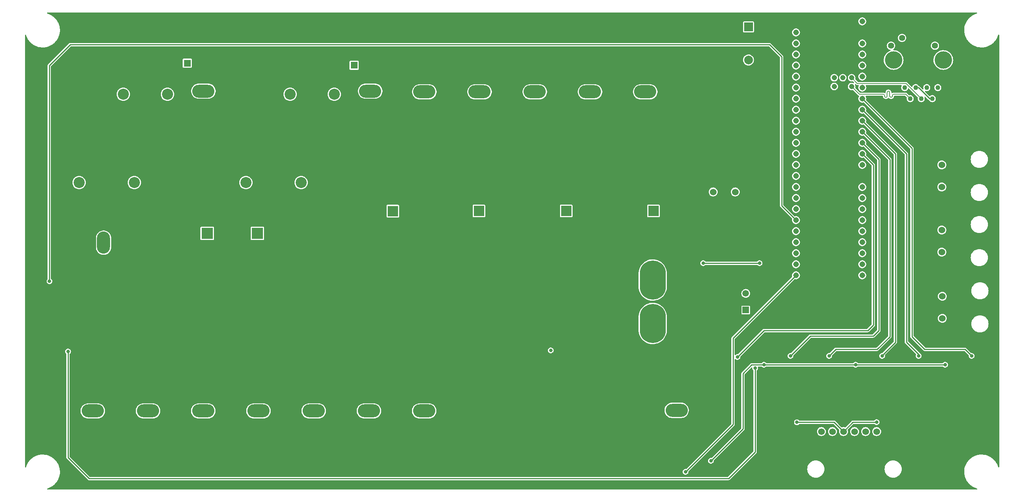
<source format=gbr>
%TF.GenerationSoftware,KiCad,Pcbnew,7.0.7*%
%TF.CreationDate,2024-03-26T21:52:30-05:00*%
%TF.ProjectId,PMS,504d532e-6b69-4636-9164-5f7063625858,rev?*%
%TF.SameCoordinates,Original*%
%TF.FileFunction,Copper,L2,Bot*%
%TF.FilePolarity,Positive*%
%FSLAX46Y46*%
G04 Gerber Fmt 4.6, Leading zero omitted, Abs format (unit mm)*
G04 Created by KiCad (PCBNEW 7.0.7) date 2024-03-26 21:52:30*
%MOMM*%
%LPD*%
G01*
G04 APERTURE LIST*
G04 Aperture macros list*
%AMHorizOval*
0 Thick line with rounded ends*
0 $1 width*
0 $2 $3 position (X,Y) of the first rounded end (center of the circle)*
0 $4 $5 position (X,Y) of the second rounded end (center of the circle)*
0 Add line between two ends*
20,1,$1,$2,$3,$4,$5,0*
0 Add two circle primitives to create the rounded ends*
1,1,$1,$2,$3*
1,1,$1,$4,$5*%
G04 Aperture macros list end*
%TA.AperFunction,ComponentPad*%
%ADD10R,2.400000X2.400000*%
%TD*%
%TA.AperFunction,ComponentPad*%
%ADD11C,2.400000*%
%TD*%
%TA.AperFunction,ComponentPad*%
%ADD12C,2.540000*%
%TD*%
%TA.AperFunction,ComponentPad*%
%ADD13R,2.000000X2.000000*%
%TD*%
%TA.AperFunction,ComponentPad*%
%ADD14C,2.000000*%
%TD*%
%TA.AperFunction,ComponentPad*%
%ADD15R,1.500000X1.500000*%
%TD*%
%TA.AperFunction,ComponentPad*%
%ADD16C,1.500000*%
%TD*%
%TA.AperFunction,ComponentPad*%
%ADD17HorizOval,0.800000X0.000000X0.000000X0.000000X0.000000X0*%
%TD*%
%TA.AperFunction,ComponentPad*%
%ADD18HorizOval,0.800000X0.000000X0.000000X0.000000X0.000000X0*%
%TD*%
%TA.AperFunction,ComponentPad*%
%ADD19C,0.800000*%
%TD*%
%TA.AperFunction,ComponentPad*%
%ADD20O,6.000000X9.000000*%
%TD*%
%TA.AperFunction,ComponentPad*%
%ADD21C,1.308000*%
%TD*%
%TA.AperFunction,ComponentPad*%
%ADD22C,1.208000*%
%TD*%
%TA.AperFunction,ComponentPad*%
%ADD23C,1.100000*%
%TD*%
%TA.AperFunction,ComponentPad*%
%ADD24C,1.400000*%
%TD*%
%TA.AperFunction,ComponentPad*%
%ADD25C,4.000000*%
%TD*%
%TA.AperFunction,ComponentPad*%
%ADD26C,1.524000*%
%TD*%
%TA.AperFunction,ComponentPad*%
%ADD27R,1.600000X1.600000*%
%TD*%
%TA.AperFunction,ComponentPad*%
%ADD28C,1.600000*%
%TD*%
%TA.AperFunction,ComponentPad*%
%ADD29R,2.600000X2.600000*%
%TD*%
%TA.AperFunction,ComponentPad*%
%ADD30O,2.600000X2.600000*%
%TD*%
%TA.AperFunction,ComponentPad*%
%ADD31O,5.100000X3.000000*%
%TD*%
%TA.AperFunction,ComponentPad*%
%ADD32O,3.000000X5.100000*%
%TD*%
%TA.AperFunction,ViaPad*%
%ADD33C,0.800000*%
%TD*%
%TA.AperFunction,Conductor*%
%ADD34C,0.250000*%
%TD*%
%TA.AperFunction,Conductor*%
%ADD35C,0.254000*%
%TD*%
%TA.AperFunction,Conductor*%
%ADD36C,0.200000*%
%TD*%
G04 APERTURE END LIST*
D10*
%TO.P,C11,1*%
%TO.N,PV*%
X192278000Y-131231509D03*
D11*
%TO.P,C11,2*%
%TO.N,GND*%
X192278000Y-123731509D03*
%TD*%
D12*
%TO.P,U7,1,ON/OFF*%
%TO.N,NS_Enable*%
X118618000Y-124714000D03*
%TO.P,U7,2,VIN-*%
%TO.N,GND*%
X126238000Y-124714000D03*
%TO.P,U7,3,VIN+*%
%TO.N,PV*%
X131318000Y-124714000D03*
%TO.P,U7,4,VOUT+*%
%TO.N,NS_24V*%
X138938000Y-104394000D03*
%TO.P,U7,5,Trim*%
%TO.N,unconnected-(U7-Trim-Pad5)*%
X128778000Y-104394000D03*
%TO.P,U7,6,VOUT-*%
%TO.N,GND*%
X118618000Y-104394000D03*
%TD*%
D13*
%TO.P,BZ1,1,-*%
%TO.N,+3.3V*%
X234188000Y-88910000D03*
D14*
%TO.P,BZ1,2,+*%
%TO.N,Net-(BZ1-+)*%
X234188000Y-96510000D03*
%TD*%
D15*
%TO.P,U3,1,VCC*%
%TO.N,+3.3V*%
X233567000Y-154046000D03*
D16*
%TO.P,U3,2,GND*%
%TO.N,GND*%
X233567000Y-152136000D03*
%TO.P,U3,3,VIOUT*%
%TO.N,CURRENT_SENSE*%
X233567000Y-150226000D03*
D17*
%TO.P,U3,4,IP+*%
%TO.N,PV*%
X211537000Y-151086000D03*
D18*
X212797000Y-151086000D03*
D19*
X210507000Y-150336000D03*
X213827000Y-150336000D03*
X210117000Y-149136000D03*
X214217000Y-149136000D03*
X210117000Y-147806000D03*
X214217000Y-147806000D03*
D20*
X212167000Y-147136000D03*
D19*
X210117000Y-146466000D03*
X214217000Y-146466000D03*
X210117000Y-145136000D03*
X214217000Y-145136000D03*
X210507000Y-143936000D03*
X213827000Y-143936000D03*
X211537000Y-143186000D03*
X212797000Y-143186000D03*
%TO.P,U3,5,IP-*%
%TO.N,+BATT*%
X211537000Y-161086000D03*
X212797000Y-161086000D03*
X210507000Y-160336000D03*
X213827000Y-160336000D03*
X210117000Y-159136000D03*
X214217000Y-159136000D03*
X210117000Y-157806000D03*
X214217000Y-157806000D03*
D20*
X212167000Y-157136000D03*
D19*
X210117000Y-156466000D03*
X214217000Y-156466000D03*
X210117000Y-155136000D03*
X214217000Y-155136000D03*
X210507000Y-153936000D03*
X213827000Y-153936000D03*
D18*
X211537000Y-153186000D03*
D17*
X212797000Y-153186000D03*
%TD*%
D21*
%TO.P,U1,0,RX1*%
%TO.N,POE_Enable*%
X245110000Y-90170000D03*
%TO.P,U1,1,TX1*%
%TO.N,NS_Enable*%
X245110000Y-92710000D03*
%TO.P,U1,2,OUT2*%
%TO.N,unconnected-(U1-OUT2-Pad2)*%
X245110000Y-95250000D03*
%TO.P,U1,3,LRCLK2*%
%TO.N,unconnected-(U1-LRCLK2-Pad3)*%
X245110000Y-97790000D03*
%TO.P,U1,3.3V_1,3.3V*%
%TO.N,+3.3V*%
X245110000Y-123190000D03*
%TO.P,U1,3.3V_2,3.3V*%
X260350000Y-92710000D03*
%TO.P,U1,4,BCLK2*%
%TO.N,unconnected-(U1-BCLK2-Pad4)*%
X245110000Y-100330000D03*
%TO.P,U1,5,IN2*%
%TO.N,unconnected-(U1-IN2-Pad5)*%
X245110000Y-102870000D03*
%TO.P,U1,6,OUT1D*%
%TO.N,unconnected-(U1-OUT1D-Pad6)*%
X245110000Y-105410000D03*
%TO.P,U1,7,RX2*%
%TO.N,Buzzer*%
X245110000Y-107950000D03*
%TO.P,U1,8,TX2*%
%TO.N,LowCurrent_Enable*%
X245110000Y-110490000D03*
%TO.P,U1,9,OUT1C*%
%TO.N,unconnected-(U1-OUT1C-Pad9)*%
X245110000Y-113030000D03*
%TO.P,U1,10,CS1*%
%TO.N,unconnected-(U1-CS1-Pad10)*%
X245110000Y-115570000D03*
%TO.P,U1,11,MOSI*%
%TO.N,unconnected-(U1-MOSI-Pad11)*%
X245110000Y-118110000D03*
%TO.P,U1,12,MISO*%
%TO.N,unconnected-(U1-MISO-Pad12)*%
X245110000Y-120650000D03*
%TO.P,U1,13,SCK*%
%TO.N,unconnected-(U1-SCK-Pad13)*%
X260350000Y-120650000D03*
%TO.P,U1,14,A0*%
%TO.N,Cell5-SENSE*%
X260350000Y-118110000D03*
%TO.P,U1,15,A1*%
%TO.N,Cell6-SENSE*%
X260350000Y-115570000D03*
%TO.P,U1,16,A2*%
%TO.N,Cell3-SENSE*%
X260350000Y-113030000D03*
%TO.P,U1,17,A3*%
%TO.N,Cell4-SENSE*%
X260350000Y-110490000D03*
%TO.P,U1,18,A4*%
%TO.N,Cell1-SENSE*%
X260350000Y-107950000D03*
%TO.P,U1,19,A5*%
%TO.N,Cell2-SENSE*%
X260350000Y-105410000D03*
%TO.P,U1,20,A6*%
%TO.N,unconnected-(U1-A6-Pad20)*%
X260350000Y-102870000D03*
%TO.P,U1,21,A7*%
%TO.N,unconnected-(U1-A7-Pad21)*%
X260350000Y-100330000D03*
%TO.P,U1,22,A8*%
%TO.N,unconnected-(U1-A8-Pad22)*%
X260350000Y-97790000D03*
%TO.P,U1,23,A9*%
%TO.N,unconnected-(U1-A9-Pad23)*%
X260350000Y-95250000D03*
%TO.P,U1,24,A10*%
%TO.N,CURRENT_SENSE*%
X245110000Y-125730000D03*
%TO.P,U1,25,A11*%
%TO.N,unconnected-(U1-A11-Pad25)*%
X245110000Y-128270000D03*
%TO.P,U1,26,A12*%
%TO.N,unconnected-(U1-A12-Pad26)*%
X245110000Y-130810000D03*
%TO.P,U1,27,A13*%
%TO.N,CS_Aux*%
X245110000Y-133350000D03*
%TO.P,U1,28,RX7*%
%TO.N,unconnected-(U1-RX7-Pad28)*%
X245110000Y-135890000D03*
%TO.P,U1,29,TX7*%
%TO.N,unconnected-(U1-TX7-Pad29)*%
X245110000Y-138430000D03*
%TO.P,U1,30,CRX3*%
%TO.N,unconnected-(U1-CRX3-Pad30)*%
X245110000Y-140970000D03*
%TO.P,U1,31,CTX3*%
%TO.N,Aux_Enable*%
X245110000Y-143510000D03*
%TO.P,U1,32,OUT1B*%
%TO.N,Motor_Enable*%
X245110000Y-146050000D03*
%TO.P,U1,33,MCLK2*%
%TO.N,unconnected-(U1-MCLK2-Pad33)*%
X260350000Y-146050000D03*
%TO.P,U1,34,RX8*%
%TO.N,unconnected-(U1-RX8-Pad34)*%
X260350000Y-143510000D03*
%TO.P,U1,35,TX8*%
%TO.N,unconnected-(U1-TX8-Pad35)*%
X260350000Y-140970000D03*
%TO.P,U1,36,CS2*%
%TO.N,unconnected-(U1-CS2-Pad36)*%
X260350000Y-138430000D03*
%TO.P,U1,37,CS3*%
%TO.N,unconnected-(U1-CS3-Pad37)*%
X260350000Y-135890000D03*
%TO.P,U1,38,A14*%
%TO.N,unconnected-(U1-A14-Pad38)*%
X260350000Y-133350000D03*
%TO.P,U1,39,A15*%
%TO.N,CS1*%
X260350000Y-130810000D03*
%TO.P,U1,40,A16*%
%TO.N,CS2*%
X260350000Y-128270000D03*
%TO.P,U1,41,A17*%
%TO.N,CS3*%
X260350000Y-125730000D03*
%TO.P,U1,GND1,GND*%
%TO.N,GND*%
X245110000Y-87630000D03*
%TO.P,U1,GND2,GND*%
X260350000Y-123190000D03*
%TO.P,U1,GND3,GND*%
X260350000Y-90170000D03*
D22*
%TO.P,U1,GND5,GND*%
X255900000Y-102600000D03*
%TO.P,U1,LED,LED*%
%TO.N,LED*%
X255900000Y-100600000D03*
%TO.P,U1,R+,R+*%
%TO.N,RX+*%
X257900000Y-100600000D03*
%TO.P,U1,R-,R-*%
%TO.N,RX-*%
X257900000Y-102600000D03*
%TO.P,U1,T+,T+*%
%TO.N,TX+*%
X253900000Y-102600000D03*
%TO.P,U1,T-,T-*%
%TO.N,TX-*%
X253900000Y-100600000D03*
D21*
%TO.P,U1,VIN,VIN*%
%TO.N,unconnected-(U1-PadVIN)*%
X260350000Y-87630000D03*
%TD*%
D23*
%TO.P,J1,1*%
%TO.N,TX+*%
X277724000Y-102870000D03*
%TO.P,J1,2*%
%TO.N,Net-(C1-Pad2)*%
X276454000Y-105410000D03*
%TO.P,J1,3*%
%TO.N,TX-*%
X275184000Y-102870000D03*
%TO.P,J1,4*%
%TO.N,RX+*%
X273914000Y-105410000D03*
%TO.P,J1,5*%
%TO.N,Net-(C1-Pad2)*%
X272644000Y-102870000D03*
%TO.P,J1,6*%
%TO.N,RX-*%
X271374000Y-105410000D03*
%TO.P,J1,7*%
%TO.N,unconnected-(J1-Pad7)*%
X270104000Y-102870000D03*
%TO.P,J1,8*%
%TO.N,GND*%
X268834000Y-105410000D03*
D24*
%TO.P,J1,9*%
X279604000Y-91440000D03*
%TO.P,J1,10*%
%TO.N,LED*%
X277064000Y-93230000D03*
%TO.P,J1,11*%
%TO.N,unconnected-(J1-Pad11)*%
X269494000Y-91440000D03*
%TO.P,J1,12*%
%TO.N,unconnected-(J1-Pad12)*%
X266954000Y-93230000D03*
D25*
%TO.P,J1,13*%
%TO.N,N/C*%
X278994000Y-96520000D03*
%TO.P,J1,14*%
X267564000Y-96520000D03*
D14*
%TO.P,J1,SH*%
%TO.N,GND*%
X281154000Y-99570000D03*
X265404000Y-99570000D03*
%TD*%
D26*
%TO.P,U2,1,Vi*%
%TO.N,PV*%
X226060000Y-126873000D03*
%TO.P,U2,2,GND*%
%TO.N,GND*%
X228600000Y-126873000D03*
%TO.P,U2,3,Vo*%
%TO.N,+3.3V*%
X231140000Y-126873000D03*
%TD*%
%TO.P,Conn17,1*%
%TO.N,+3.3V*%
X278765000Y-150876000D03*
%TO.P,Conn17,2*%
%TO.N,GND*%
X278765000Y-153416000D03*
%TO.P,Conn17,3*%
%TO.N,CS1*%
X278765000Y-155956000D03*
%TD*%
D27*
%TO.P,C6,1*%
%TO.N,POE_24V*%
X105156000Y-97250000D03*
D28*
%TO.P,C6,2*%
%TO.N,GND*%
X105156000Y-95250000D03*
%TD*%
D10*
%TO.P,C10,1*%
%TO.N,PV*%
X172212000Y-131231509D03*
D11*
%TO.P,C10,2*%
%TO.N,GND*%
X172212000Y-123731509D03*
%TD*%
D10*
%TO.P,C12,1*%
%TO.N,PV*%
X152400000Y-131274755D03*
D11*
%TO.P,C12,2*%
%TO.N,GND*%
X152400000Y-123774755D03*
%TD*%
D10*
%TO.P,C13,1*%
%TO.N,PV*%
X212344000Y-131231509D03*
D11*
%TO.P,C13,2*%
%TO.N,GND*%
X212344000Y-123731509D03*
%TD*%
D29*
%TO.P,D10,1,K*%
%TO.N,PV*%
X121265000Y-136398000D03*
D30*
%TO.P,D10,2,A*%
%TO.N,GND*%
X116185000Y-136398000D03*
%TD*%
D27*
%TO.P,C8,1*%
%TO.N,NS_24V*%
X143510000Y-97729113D03*
D28*
%TO.P,C8,2*%
%TO.N,GND*%
X143510000Y-95729113D03*
%TD*%
D12*
%TO.P,U5,1,ON/OFF*%
%TO.N,POE_Enable*%
X80264000Y-124714000D03*
%TO.P,U5,2,VIN-*%
%TO.N,GND*%
X87884000Y-124714000D03*
%TO.P,U5,3,VIN+*%
%TO.N,PV*%
X92964000Y-124714000D03*
%TO.P,U5,4,VOUT+*%
%TO.N,POE_24V*%
X100584000Y-104394000D03*
%TO.P,U5,5,Trim*%
%TO.N,unconnected-(U5-Trim-Pad5)*%
X90424000Y-104394000D03*
%TO.P,U5,6,VOUT-*%
%TO.N,GND*%
X80264000Y-104394000D03*
%TD*%
D26*
%TO.P,Conn19,1*%
%TO.N,+3.3V*%
X278638000Y-120650000D03*
%TO.P,Conn19,2*%
%TO.N,GND*%
X278638000Y-123190000D03*
%TO.P,Conn19,3*%
%TO.N,CS3*%
X278638000Y-125730000D03*
%TD*%
D29*
%TO.P,D9,1,K*%
%TO.N,PV*%
X109728000Y-136398000D03*
D30*
%TO.P,D9,2,A*%
%TO.N,GND*%
X104648000Y-136398000D03*
%TD*%
D26*
%TO.P,Conn18,1*%
%TO.N,+3.3V*%
X278638000Y-135636000D03*
%TO.P,Conn18,2*%
%TO.N,GND*%
X278638000Y-138176000D03*
%TO.P,Conn18,3*%
%TO.N,CS2*%
X278638000Y-140716000D03*
%TD*%
%TO.P,Conn20,1*%
%TO.N,GND*%
X266192000Y-181991000D03*
%TO.P,Conn20,2*%
%TO.N,cell1*%
X263652000Y-181991000D03*
%TO.P,Conn20,3*%
%TO.N,cell2*%
X261112000Y-181991000D03*
%TO.P,Conn20,4*%
%TO.N,cell3*%
X258572000Y-181991000D03*
%TO.P,Conn20,5*%
%TO.N,cell4*%
X256032000Y-181991000D03*
%TO.P,Conn20,6*%
%TO.N,cell5*%
X253492000Y-181991000D03*
%TO.P,Conn20,7*%
%TO.N,cell6*%
X250952000Y-181991000D03*
%TD*%
D31*
%TO.P,Conn9,1,GND*%
%TO.N,GND*%
X147205700Y-111555500D03*
%TO.P,Conn9,4,PV+*%
%TO.N,NS_24V*%
X147205700Y-103681500D03*
%TD*%
%TO.P,Conn1,1,GND*%
%TO.N,GND*%
X159626300Y-169368500D03*
%TO.P,Conn1,4,PV+*%
%TO.N,Motor_PWR*%
X159626300Y-177242500D03*
%TD*%
%TO.P,Conn2,1,GND*%
%TO.N,GND*%
X146926300Y-169368500D03*
%TO.P,Conn2,4,PV+*%
%TO.N,Motor_PWR*%
X146926300Y-177242500D03*
%TD*%
%TO.P,Conn13,1,GND*%
%TO.N,GND*%
X185051700Y-111714000D03*
%TO.P,Conn13,4,PV+*%
%TO.N,LowCurrent_PWR*%
X185051700Y-103840000D03*
%TD*%
%TO.P,Conn4,1,GND*%
%TO.N,GND*%
X121526300Y-169368500D03*
%TO.P,Conn4,4,PV+*%
%TO.N,Motor_PWR*%
X121526300Y-177242500D03*
%TD*%
%TO.P,Conn12,1,GND*%
%TO.N,GND*%
X172351700Y-111714000D03*
%TO.P,Conn12,4,PV+*%
%TO.N,LowCurrent_PWR*%
X172351700Y-103840000D03*
%TD*%
%TO.P,Conn16,1,GND*%
%TO.N,GND*%
X225552000Y-177102800D03*
%TO.P,Conn16,4,PV+*%
%TO.N,+BATT*%
X217678000Y-177102800D03*
%TD*%
%TO.P,Conn6,1,GND*%
%TO.N,GND*%
X83426300Y-169368500D03*
%TO.P,Conn6,4,PV+*%
%TO.N,Motor_PWR*%
X83426300Y-177242500D03*
%TD*%
%TO.P,Conn15,1,GND*%
%TO.N,GND*%
X210451700Y-111714000D03*
%TO.P,Conn15,4,PV+*%
%TO.N,LowCurrent_PWR*%
X210451700Y-103840000D03*
%TD*%
%TO.P,Conn5,1,GND*%
%TO.N,GND*%
X108826300Y-169368500D03*
%TO.P,Conn5,4,PV+*%
%TO.N,Motor_PWR*%
X108826300Y-177242500D03*
%TD*%
D32*
%TO.P,Conn8,1,GND*%
%TO.N,GND*%
X93775500Y-138544300D03*
%TO.P,Conn8,4,PV+*%
%TO.N,Aux_PWR*%
X85901500Y-138544300D03*
%TD*%
D31*
%TO.P,Conn3,1,GND*%
%TO.N,GND*%
X134226300Y-169368500D03*
%TO.P,Conn3,4,PV+*%
%TO.N,Motor_PWR*%
X134226300Y-177242500D03*
%TD*%
%TO.P,Conn7,1,GND*%
%TO.N,GND*%
X96126300Y-169368500D03*
%TO.P,Conn7,4,PV+*%
%TO.N,Motor_PWR*%
X96126300Y-177242500D03*
%TD*%
%TO.P,Conn14,1,GND*%
%TO.N,GND*%
X197751700Y-111714000D03*
%TO.P,Conn14,4,PV+*%
%TO.N,LowCurrent_PWR*%
X197751700Y-103840000D03*
%TD*%
%TO.P,Conn11,1,GND*%
%TO.N,GND*%
X159651700Y-111714000D03*
%TO.P,Conn11,4,PV+*%
%TO.N,LowCurrent_PWR*%
X159651700Y-103840000D03*
%TD*%
%TO.P,Conn10,1,GND*%
%TO.N,GND*%
X108851700Y-111555500D03*
%TO.P,Conn10,4,PV+*%
%TO.N,POE_24V*%
X108851700Y-103681500D03*
%TD*%
D33*
%TO.N,GND*%
X279400000Y-172720000D03*
X257810000Y-172720000D03*
X237490000Y-172720000D03*
%TO.N,PV*%
X223774000Y-143256000D03*
X279400000Y-166624000D03*
X258826000Y-166624000D03*
X188722000Y-163322000D03*
X236728000Y-143256000D03*
X237744000Y-166624000D03*
X225552000Y-188722000D03*
%TO.N,cell4*%
X245329750Y-179866250D03*
X263652000Y-179832000D03*
%TO.N,Aux_Enable*%
X235712000Y-167386000D03*
X77724000Y-163576000D03*
%TO.N,Motor_Enable*%
X219710000Y-191262000D03*
%TO.N,Cell6-SENSE*%
X243840000Y-164592000D03*
%TO.N,Cell5-SENSE*%
X231648000Y-164846000D03*
%TO.N,Cell4-SENSE*%
X264922000Y-164592000D03*
%TO.N,Cell3-SENSE*%
X252730000Y-164592000D03*
%TO.N,Cell2-SENSE*%
X285496000Y-164592000D03*
%TO.N,Cell1-SENSE*%
X273309714Y-164592000D03*
%TO.N,CS_Aux*%
X73469500Y-147411500D03*
%TD*%
D34*
%TO.N,Net-(C1-Pad2)*%
X276454000Y-105410000D02*
X275844000Y-105410000D01*
X273304000Y-102870000D02*
X272644000Y-102870000D01*
X275844000Y-105410000D02*
X273304000Y-102870000D01*
%TO.N,PV*%
X225552000Y-188722000D02*
X232918000Y-181356000D01*
X237707000Y-166661000D02*
X237744000Y-166624000D01*
D35*
X279400000Y-166624000D02*
X258826000Y-166624000D01*
X258826000Y-166624000D02*
X237744000Y-166624000D01*
D34*
X234913000Y-166661000D02*
X237707000Y-166661000D01*
X232918000Y-181356000D02*
X232918000Y-168656000D01*
X236728000Y-143256000D02*
X223774000Y-143256000D01*
X232918000Y-168656000D02*
X234913000Y-166661000D01*
D35*
%TO.N,cell4*%
X258191000Y-179832000D02*
X256032000Y-181991000D01*
X245364000Y-179832000D02*
X253873000Y-179832000D01*
X253873000Y-179832000D02*
X256032000Y-181991000D01*
X263652000Y-179832000D02*
X258191000Y-179832000D01*
X245329750Y-179866250D02*
X245364000Y-179832000D01*
D36*
%TO.N,RX+*%
X259216000Y-101916000D02*
X257900000Y-100600000D01*
X273914000Y-105410000D02*
X270420000Y-101916000D01*
X270420000Y-101916000D02*
X259216000Y-101916000D01*
%TO.N,RX-*%
X270358000Y-104394000D02*
X271374000Y-105410000D01*
X266076000Y-104694000D02*
X266076000Y-103960921D01*
X265476000Y-104694000D02*
X265476000Y-104827079D01*
X267276000Y-104827104D02*
X267276000Y-104694000D01*
X257900000Y-102600000D02*
X259694000Y-104394000D01*
X266076000Y-104827079D02*
X266076000Y-104694000D01*
X266676000Y-104394000D02*
X266676000Y-104827104D01*
X268369104Y-104394000D02*
X270358000Y-104394000D01*
X267576000Y-104394000D02*
X268369104Y-104394000D01*
X259694000Y-104394000D02*
X265176000Y-104394000D01*
X266676000Y-103960921D02*
X266676000Y-104394000D01*
X266675996Y-104827104D02*
G75*
G03*
X266976000Y-105127104I300004J4D01*
G01*
X265476021Y-104827079D02*
G75*
G03*
X265776000Y-105127079I299979J-21D01*
G01*
X266675979Y-103960921D02*
G75*
G03*
X266376000Y-103660921I-299979J21D01*
G01*
X266976000Y-105127100D02*
G75*
G03*
X267276000Y-104827104I0J300000D01*
G01*
X265776000Y-105127100D02*
G75*
G03*
X266076000Y-104827079I0J300000D01*
G01*
X266376000Y-103660900D02*
G75*
G03*
X266076000Y-103960921I0J-300000D01*
G01*
X265476000Y-104694000D02*
G75*
G03*
X265176000Y-104394000I-300000J0D01*
G01*
X267576000Y-104394000D02*
G75*
G03*
X267276000Y-104694000I0J-300000D01*
G01*
D35*
%TO.N,Aux_Enable*%
X235712000Y-167386000D02*
X235712000Y-186690000D01*
X77724000Y-187960000D02*
X77724000Y-163576000D01*
X82550000Y-192786000D02*
X77724000Y-187960000D01*
X229616000Y-192786000D02*
X82550000Y-192786000D01*
X235712000Y-186690000D02*
X229616000Y-192786000D01*
D34*
%TO.N,Motor_Enable*%
X230632000Y-160528000D02*
X245110000Y-146050000D01*
X230632000Y-180340000D02*
X230632000Y-160528000D01*
X219710000Y-191262000D02*
X230632000Y-180340000D01*
D35*
%TO.N,Cell6-SENSE*%
X243840000Y-164592000D02*
X248412000Y-160020000D01*
X262890000Y-160020000D02*
X264160000Y-158750000D01*
X248412000Y-160020000D02*
X262890000Y-160020000D01*
X264160000Y-158750000D02*
X264160000Y-119380000D01*
X264160000Y-119380000D02*
X260350000Y-115570000D01*
%TO.N,Cell5-SENSE*%
X262890000Y-120650000D02*
X260350000Y-118110000D01*
X231648000Y-164846000D02*
X237744000Y-158750000D01*
X261620000Y-158750000D02*
X262890000Y-157480000D01*
X237744000Y-158750000D02*
X261620000Y-158750000D01*
X262890000Y-157480000D02*
X262890000Y-120650000D01*
%TO.N,Cell4-SENSE*%
X264922000Y-164465000D02*
X267970000Y-161417000D01*
X267970000Y-118110000D02*
X260350000Y-110490000D01*
X264922000Y-164592000D02*
X264922000Y-164465000D01*
X267970000Y-161417000D02*
X267970000Y-118110000D01*
%TO.N,Cell3-SENSE*%
X254254000Y-163068000D02*
X263779000Y-163068000D01*
X266700000Y-160147000D02*
X266700000Y-119380000D01*
X266700000Y-119380000D02*
X260350000Y-113030000D01*
X263779000Y-163068000D02*
X266700000Y-160147000D01*
X252730000Y-164592000D02*
X254254000Y-163068000D01*
%TO.N,Cell2-SENSE*%
X283972000Y-163068000D02*
X274701000Y-163068000D01*
X271780000Y-116840000D02*
X260350000Y-105410000D01*
X271780000Y-160147000D02*
X271780000Y-116840000D01*
X274701000Y-163068000D02*
X271780000Y-160147000D01*
X285496000Y-164592000D02*
X283972000Y-163068000D01*
%TO.N,Cell1-SENSE*%
X273309714Y-164592000D02*
X273309714Y-164215286D01*
X273309714Y-164215286D02*
X270510000Y-161415572D01*
X270510000Y-118110000D02*
X260350000Y-107950000D01*
X270510000Y-161415572D02*
X270510000Y-118110000D01*
%TO.N,CS_Aux*%
X239014000Y-92964000D02*
X241808000Y-95758000D01*
X241808000Y-130048000D02*
X245110000Y-133350000D01*
X73469500Y-147411500D02*
X73406000Y-147348000D01*
X73406000Y-147348000D02*
X73406000Y-97790000D01*
X241808000Y-95758000D02*
X241808000Y-130048000D01*
X78232000Y-92964000D02*
X239014000Y-92964000D01*
X73406000Y-97790000D02*
X78232000Y-92964000D01*
%TD*%
%TA.AperFunction,Conductor*%
%TO.N,GND*%
G36*
X286714238Y-85618185D02*
G01*
X286759993Y-85670989D01*
X286769937Y-85740147D01*
X286740912Y-85803703D01*
X286682134Y-85841477D01*
X286677797Y-85842666D01*
X286609272Y-85860114D01*
X286236549Y-85995774D01*
X285879191Y-86167869D01*
X285540753Y-86374684D01*
X285540742Y-86374692D01*
X285224575Y-86614180D01*
X285224572Y-86614182D01*
X284933813Y-86883968D01*
X284671365Y-87181359D01*
X284439839Y-87503393D01*
X284439826Y-87503413D01*
X284241516Y-87846896D01*
X284078382Y-88208437D01*
X283952059Y-88584419D01*
X283863799Y-88971111D01*
X283814478Y-89364681D01*
X283804590Y-89761173D01*
X283804590Y-89761187D01*
X283834230Y-90156711D01*
X283834231Y-90156724D01*
X283903108Y-90547339D01*
X284010530Y-90929137D01*
X284010534Y-90929151D01*
X284155435Y-91298353D01*
X284155440Y-91298365D01*
X284323980Y-91627115D01*
X284336391Y-91651323D01*
X284551586Y-91984509D01*
X284794656Y-92289310D01*
X284798895Y-92294625D01*
X285075823Y-92578544D01*
X285075833Y-92578554D01*
X285379676Y-92833508D01*
X285707394Y-93056942D01*
X286055730Y-93246636D01*
X286421223Y-93400704D01*
X286421232Y-93400706D01*
X286421238Y-93400709D01*
X286800235Y-93517614D01*
X286800248Y-93517617D01*
X287188999Y-93596205D01*
X287189014Y-93596208D01*
X287527299Y-93630058D01*
X287583680Y-93635700D01*
X287583681Y-93635700D01*
X287881103Y-93635700D01*
X288079130Y-93625816D01*
X288178145Y-93620875D01*
X288570353Y-93561759D01*
X288954726Y-93463886D01*
X289327445Y-93328228D01*
X289684803Y-93156133D01*
X290023251Y-92949312D01*
X290339424Y-92709820D01*
X290630181Y-92440037D01*
X290892631Y-92142645D01*
X291124166Y-91820600D01*
X291322485Y-91477101D01*
X291485617Y-91115563D01*
X291603957Y-90763340D01*
X291643968Y-90706061D01*
X291708594Y-90679506D01*
X291777318Y-90692107D01*
X291828321Y-90739862D01*
X291845500Y-90802833D01*
X291845500Y-190134243D01*
X291825815Y-190201282D01*
X291773011Y-190247037D01*
X291703853Y-190256981D01*
X291640297Y-190227956D01*
X291602523Y-190169178D01*
X291602135Y-190167827D01*
X291553469Y-189994862D01*
X291553465Y-189994848D01*
X291408564Y-189625646D01*
X291408559Y-189625634D01*
X291261335Y-189338463D01*
X291227609Y-189272677D01*
X291012414Y-188939491D01*
X290765114Y-188629386D01*
X290765111Y-188629383D01*
X290765104Y-188629374D01*
X290488176Y-188345455D01*
X290488173Y-188345452D01*
X290488172Y-188345451D01*
X290488167Y-188345446D01*
X290184324Y-188090492D01*
X290039288Y-187991608D01*
X289856605Y-187867057D01*
X289691182Y-187776973D01*
X289508270Y-187677364D01*
X289508262Y-187677360D01*
X289508259Y-187677359D01*
X289142777Y-187523296D01*
X289142761Y-187523290D01*
X288763764Y-187406385D01*
X288763751Y-187406382D01*
X288375000Y-187327794D01*
X288374979Y-187327791D01*
X287980320Y-187288300D01*
X287980319Y-187288300D01*
X287682899Y-187288300D01*
X287682897Y-187288300D01*
X287385855Y-187303124D01*
X286993647Y-187362241D01*
X286609272Y-187460114D01*
X286236549Y-187595774D01*
X285879191Y-187767869D01*
X285540753Y-187974684D01*
X285540742Y-187974692D01*
X285224575Y-188214180D01*
X285224572Y-188214182D01*
X284933813Y-188483968D01*
X284671365Y-188781359D01*
X284439839Y-189103393D01*
X284439826Y-189103413D01*
X284241516Y-189446896D01*
X284078382Y-189808437D01*
X283952059Y-190184419D01*
X283863799Y-190571111D01*
X283814478Y-190964681D01*
X283804590Y-191361173D01*
X283804590Y-191361187D01*
X283834230Y-191756711D01*
X283834231Y-191756724D01*
X283903108Y-192147339D01*
X284010530Y-192529137D01*
X284010534Y-192529151D01*
X284155435Y-192898353D01*
X284155440Y-192898365D01*
X284336386Y-193251314D01*
X284336391Y-193251323D01*
X284551586Y-193584509D01*
X284798886Y-193894614D01*
X284798895Y-193894625D01*
X285075823Y-194178544D01*
X285075833Y-194178554D01*
X285379676Y-194433508D01*
X285707394Y-194656942D01*
X286055730Y-194846636D01*
X286421223Y-195000704D01*
X286421232Y-195000706D01*
X286421238Y-195000709D01*
X286688048Y-195083009D01*
X286746307Y-195121579D01*
X286774464Y-195185524D01*
X286763581Y-195254541D01*
X286717113Y-195306717D01*
X286651498Y-195325500D01*
X73016801Y-195325500D01*
X72949762Y-195305815D01*
X72904007Y-195253011D01*
X72894063Y-195183853D01*
X72923088Y-195120297D01*
X72981866Y-195082523D01*
X72986203Y-195081334D01*
X73054726Y-195063886D01*
X73427445Y-194928228D01*
X73784803Y-194756133D01*
X74123251Y-194549312D01*
X74439424Y-194309820D01*
X74730181Y-194040037D01*
X74992631Y-193742645D01*
X75224166Y-193420600D01*
X75422485Y-193077101D01*
X75585617Y-192715563D01*
X75711941Y-192339578D01*
X75800201Y-191952885D01*
X75849521Y-191559325D01*
X75854462Y-191361173D01*
X75859409Y-191162826D01*
X75859409Y-191162810D01*
X75855018Y-191104218D01*
X75829769Y-190767280D01*
X75760893Y-190376668D01*
X75752020Y-190345133D01*
X75653469Y-189994862D01*
X75653465Y-189994848D01*
X75508564Y-189625646D01*
X75508559Y-189625634D01*
X75361335Y-189338463D01*
X75327609Y-189272677D01*
X75112414Y-188939491D01*
X74865114Y-188629386D01*
X74865111Y-188629383D01*
X74865104Y-188629374D01*
X74588176Y-188345455D01*
X74588173Y-188345452D01*
X74588172Y-188345451D01*
X74588167Y-188345446D01*
X74284324Y-188090492D01*
X74139288Y-187991608D01*
X73956605Y-187867057D01*
X73791182Y-187776973D01*
X73608270Y-187677364D01*
X73608262Y-187677360D01*
X73608259Y-187677359D01*
X73242777Y-187523296D01*
X73242761Y-187523290D01*
X72863764Y-187406385D01*
X72863751Y-187406382D01*
X72475000Y-187327794D01*
X72474979Y-187327791D01*
X72080320Y-187288300D01*
X72080319Y-187288300D01*
X71782899Y-187288300D01*
X71782897Y-187288300D01*
X71485855Y-187303124D01*
X71093647Y-187362241D01*
X70709272Y-187460114D01*
X70336549Y-187595774D01*
X69979191Y-187767869D01*
X69640753Y-187974684D01*
X69640742Y-187974692D01*
X69324575Y-188214180D01*
X69324572Y-188214182D01*
X69033813Y-188483968D01*
X68771365Y-188781359D01*
X68539839Y-189103393D01*
X68539826Y-189103413D01*
X68341516Y-189446896D01*
X68178382Y-189808437D01*
X68060043Y-190160658D01*
X68020032Y-190217938D01*
X67955406Y-190244493D01*
X67886682Y-190231892D01*
X67835679Y-190184137D01*
X67818500Y-190121166D01*
X67818500Y-163576000D01*
X77064693Y-163576000D01*
X77083850Y-163733781D01*
X77124427Y-163840773D01*
X77133463Y-163864598D01*
X77140214Y-163882397D01*
X77210916Y-163984826D01*
X77230502Y-164013201D01*
X77300728Y-164075416D01*
X77337854Y-164134604D01*
X77342500Y-164168230D01*
X77342500Y-187907572D01*
X77339861Y-187933020D01*
X77337554Y-187944017D01*
X77342023Y-187979865D01*
X77342500Y-187987541D01*
X77342500Y-187991611D01*
X77345427Y-188009155D01*
X77346403Y-188015005D01*
X77353304Y-188070361D01*
X77355580Y-188078009D01*
X77358181Y-188085585D01*
X77384729Y-188134641D01*
X77409224Y-188184747D01*
X77413869Y-188191253D01*
X77418782Y-188197564D01*
X77459819Y-188235342D01*
X82243165Y-193018688D01*
X82259293Y-193038548D01*
X82265438Y-193047954D01*
X82265439Y-193047955D01*
X82265440Y-193047956D01*
X82293944Y-193070141D01*
X82299701Y-193075224D01*
X82302591Y-193078114D01*
X82321898Y-193091898D01*
X82365915Y-193126158D01*
X82365921Y-193126160D01*
X82372950Y-193129964D01*
X82380128Y-193133473D01*
X82380131Y-193133475D01*
X82433582Y-193149388D01*
X82486339Y-193167500D01*
X82486342Y-193167500D01*
X82494223Y-193168815D01*
X82502158Y-193169804D01*
X82502159Y-193169805D01*
X82502159Y-193169804D01*
X82502160Y-193169805D01*
X82546352Y-193167977D01*
X82557884Y-193167500D01*
X229563573Y-193167500D01*
X229589018Y-193170139D01*
X229592961Y-193170965D01*
X229600017Y-193172445D01*
X229618576Y-193170131D01*
X229635866Y-193167977D01*
X229643542Y-193167500D01*
X229647608Y-193167500D01*
X229647611Y-193167500D01*
X229671004Y-193163596D01*
X229726360Y-193156696D01*
X229734013Y-193154416D01*
X229741582Y-193151818D01*
X229741586Y-193151818D01*
X229790641Y-193125270D01*
X229840746Y-193100776D01*
X229840747Y-193100774D01*
X229847263Y-193096122D01*
X229853558Y-193091223D01*
X229853559Y-193091221D01*
X229853562Y-193091220D01*
X229891341Y-193050180D01*
X232314520Y-190627001D01*
X247701453Y-190627001D01*
X247721613Y-190908866D01*
X247781678Y-191184977D01*
X247781680Y-191184984D01*
X247842993Y-191349372D01*
X247880432Y-191449750D01*
X247880434Y-191449754D01*
X248015855Y-191697758D01*
X248015860Y-191697766D01*
X248185196Y-191923974D01*
X248185212Y-191923992D01*
X248385007Y-192123787D01*
X248385025Y-192123803D01*
X248611233Y-192293139D01*
X248611241Y-192293144D01*
X248859245Y-192428565D01*
X248859249Y-192428567D01*
X248859251Y-192428568D01*
X249124016Y-192527320D01*
X249251456Y-192555043D01*
X249400133Y-192587386D01*
X249400135Y-192587386D01*
X249400139Y-192587387D01*
X249611447Y-192602500D01*
X249752553Y-192602500D01*
X249963861Y-192587387D01*
X250239984Y-192527320D01*
X250504749Y-192428568D01*
X250752764Y-192293141D01*
X250978982Y-192123797D01*
X251178797Y-191923982D01*
X251348141Y-191697764D01*
X251483568Y-191449749D01*
X251582320Y-191184984D01*
X251642387Y-190908861D01*
X251662546Y-190627001D01*
X265481453Y-190627001D01*
X265501613Y-190908866D01*
X265561678Y-191184977D01*
X265561680Y-191184984D01*
X265622993Y-191349372D01*
X265660432Y-191449750D01*
X265660434Y-191449754D01*
X265795855Y-191697758D01*
X265795860Y-191697766D01*
X265965196Y-191923974D01*
X265965212Y-191923992D01*
X266165007Y-192123787D01*
X266165025Y-192123803D01*
X266391233Y-192293139D01*
X266391241Y-192293144D01*
X266639245Y-192428565D01*
X266639249Y-192428567D01*
X266639251Y-192428568D01*
X266904016Y-192527320D01*
X267031456Y-192555043D01*
X267180133Y-192587386D01*
X267180135Y-192587386D01*
X267180139Y-192587387D01*
X267391447Y-192602500D01*
X267532553Y-192602500D01*
X267743861Y-192587387D01*
X268019984Y-192527320D01*
X268284749Y-192428568D01*
X268532764Y-192293141D01*
X268758982Y-192123797D01*
X268958797Y-191923982D01*
X269128141Y-191697764D01*
X269263568Y-191449749D01*
X269362320Y-191184984D01*
X269422387Y-190908861D01*
X269442546Y-190627000D01*
X269441693Y-190615080D01*
X269438506Y-190570522D01*
X269422387Y-190345139D01*
X269362320Y-190069016D01*
X269263568Y-189804251D01*
X269166035Y-189625634D01*
X269128144Y-189556241D01*
X269128139Y-189556233D01*
X268958803Y-189330025D01*
X268958787Y-189330007D01*
X268758992Y-189130212D01*
X268758974Y-189130196D01*
X268532766Y-188960860D01*
X268532758Y-188960855D01*
X268284754Y-188825434D01*
X268284750Y-188825432D01*
X268166574Y-188781355D01*
X268019984Y-188726680D01*
X268019980Y-188726679D01*
X268019977Y-188726678D01*
X267743866Y-188666613D01*
X267532553Y-188651500D01*
X267391447Y-188651500D01*
X267180133Y-188666613D01*
X266904022Y-188726678D01*
X266904017Y-188726679D01*
X266904016Y-188726680D01*
X266840003Y-188750555D01*
X266639249Y-188825432D01*
X266639245Y-188825434D01*
X266391241Y-188960855D01*
X266391233Y-188960860D01*
X266165025Y-189130196D01*
X266165007Y-189130212D01*
X265965212Y-189330007D01*
X265965196Y-189330025D01*
X265795860Y-189556233D01*
X265795855Y-189556241D01*
X265660434Y-189804245D01*
X265660432Y-189804249D01*
X265561678Y-190069022D01*
X265501613Y-190345133D01*
X265481453Y-190626998D01*
X265481453Y-190627001D01*
X251662546Y-190627001D01*
X251662546Y-190627000D01*
X251661693Y-190615080D01*
X251658506Y-190570522D01*
X251642387Y-190345139D01*
X251582320Y-190069016D01*
X251483568Y-189804251D01*
X251386035Y-189625634D01*
X251348144Y-189556241D01*
X251348139Y-189556233D01*
X251178803Y-189330025D01*
X251178787Y-189330007D01*
X250978992Y-189130212D01*
X250978974Y-189130196D01*
X250752766Y-188960860D01*
X250752758Y-188960855D01*
X250504754Y-188825434D01*
X250504750Y-188825432D01*
X250386574Y-188781355D01*
X250239984Y-188726680D01*
X250239980Y-188726679D01*
X250239977Y-188726678D01*
X249963866Y-188666613D01*
X249752553Y-188651500D01*
X249611447Y-188651500D01*
X249400133Y-188666613D01*
X249124022Y-188726678D01*
X249124017Y-188726679D01*
X249124016Y-188726680D01*
X249060003Y-188750555D01*
X248859249Y-188825432D01*
X248859245Y-188825434D01*
X248611241Y-188960855D01*
X248611233Y-188960860D01*
X248385025Y-189130196D01*
X248385007Y-189130212D01*
X248185212Y-189330007D01*
X248185196Y-189330025D01*
X248015860Y-189556233D01*
X248015855Y-189556241D01*
X247880434Y-189804245D01*
X247880432Y-189804249D01*
X247781678Y-190069022D01*
X247721613Y-190345133D01*
X247701453Y-190626998D01*
X247701453Y-190627001D01*
X232314520Y-190627001D01*
X235944693Y-186996828D01*
X235964542Y-186980709D01*
X235973956Y-186974560D01*
X235996155Y-186946036D01*
X236001226Y-186940296D01*
X236004114Y-186937409D01*
X236017900Y-186918099D01*
X236052158Y-186874085D01*
X236052159Y-186874079D01*
X236055957Y-186867064D01*
X236059468Y-186859878D01*
X236059475Y-186859870D01*
X236069257Y-186827009D01*
X236075390Y-186806413D01*
X236084311Y-186780424D01*
X236093500Y-186753661D01*
X236093500Y-186753658D01*
X236094815Y-186745780D01*
X236095805Y-186737839D01*
X236093500Y-186682116D01*
X236093500Y-181990999D01*
X249930582Y-181990999D01*
X249950208Y-182190271D01*
X250008333Y-182381881D01*
X250102718Y-182558463D01*
X250102720Y-182558465D01*
X250102722Y-182558469D01*
X250163724Y-182632801D01*
X250229747Y-182713252D01*
X250295770Y-182767434D01*
X250384531Y-182840278D01*
X250384534Y-182840280D01*
X250384536Y-182840281D01*
X250561118Y-182934666D01*
X250561120Y-182934667D01*
X250752731Y-182992792D01*
X250952000Y-183012418D01*
X251151269Y-182992792D01*
X251342880Y-182934667D01*
X251519469Y-182840278D01*
X251674252Y-182713252D01*
X251801278Y-182558469D01*
X251895667Y-182381880D01*
X251953792Y-182190269D01*
X251973418Y-181991000D01*
X251973418Y-181990999D01*
X252470582Y-181990999D01*
X252490208Y-182190271D01*
X252548333Y-182381881D01*
X252642718Y-182558463D01*
X252642720Y-182558465D01*
X252642722Y-182558469D01*
X252703724Y-182632801D01*
X252769747Y-182713252D01*
X252835770Y-182767434D01*
X252924531Y-182840278D01*
X252924534Y-182840280D01*
X252924536Y-182840281D01*
X253101118Y-182934666D01*
X253101120Y-182934667D01*
X253292731Y-182992792D01*
X253492000Y-183012418D01*
X253691269Y-182992792D01*
X253882880Y-182934667D01*
X254059469Y-182840278D01*
X254214252Y-182713252D01*
X254341278Y-182558469D01*
X254435667Y-182381880D01*
X254493792Y-182190269D01*
X254513418Y-181991000D01*
X254493792Y-181791731D01*
X254435667Y-181600120D01*
X254402136Y-181537388D01*
X254341281Y-181423536D01*
X254341280Y-181423534D01*
X254341278Y-181423531D01*
X254268434Y-181334770D01*
X254214252Y-181268747D01*
X254129025Y-181198805D01*
X254059469Y-181141722D01*
X254059465Y-181141720D01*
X254059463Y-181141718D01*
X253882881Y-181047333D01*
X253691271Y-180989208D01*
X253492000Y-180969582D01*
X253292728Y-180989208D01*
X253101118Y-181047333D01*
X252924536Y-181141718D01*
X252769747Y-181268747D01*
X252642718Y-181423536D01*
X252548333Y-181600118D01*
X252490208Y-181791728D01*
X252470582Y-181990999D01*
X251973418Y-181990999D01*
X251953792Y-181791731D01*
X251895667Y-181600120D01*
X251862136Y-181537388D01*
X251801281Y-181423536D01*
X251801280Y-181423534D01*
X251801278Y-181423531D01*
X251728434Y-181334770D01*
X251674252Y-181268747D01*
X251589025Y-181198805D01*
X251519469Y-181141722D01*
X251519465Y-181141720D01*
X251519463Y-181141718D01*
X251342881Y-181047333D01*
X251151271Y-180989208D01*
X250952000Y-180969582D01*
X250752728Y-180989208D01*
X250561118Y-181047333D01*
X250384536Y-181141718D01*
X250229747Y-181268747D01*
X250102718Y-181423536D01*
X250008333Y-181600118D01*
X249950208Y-181791728D01*
X249930582Y-181990999D01*
X236093500Y-181990999D01*
X236093500Y-179866250D01*
X244670443Y-179866250D01*
X244689600Y-180024031D01*
X244745964Y-180172647D01*
X244812611Y-180269201D01*
X244836252Y-180303451D01*
X244836254Y-180303453D01*
X244836256Y-180303455D01*
X244955219Y-180408848D01*
X244955221Y-180408849D01*
X245095957Y-180482713D01*
X245173118Y-180501731D01*
X245250278Y-180520750D01*
X245250279Y-180520750D01*
X245409222Y-180520750D01*
X245460661Y-180508071D01*
X245563543Y-180482713D01*
X245704279Y-180408849D01*
X245823248Y-180303451D01*
X245848367Y-180267059D01*
X245902650Y-180223070D01*
X245950417Y-180213500D01*
X253663616Y-180213500D01*
X253730655Y-180233185D01*
X253751296Y-180249818D01*
X255038867Y-181537390D01*
X255072351Y-181598711D01*
X255069846Y-181661062D01*
X255069783Y-181661272D01*
X255030207Y-181791733D01*
X255010582Y-181990999D01*
X255030208Y-182190271D01*
X255088333Y-182381881D01*
X255182718Y-182558463D01*
X255182720Y-182558465D01*
X255182722Y-182558469D01*
X255243724Y-182632801D01*
X255309747Y-182713252D01*
X255375770Y-182767434D01*
X255464531Y-182840278D01*
X255464534Y-182840280D01*
X255464536Y-182840281D01*
X255641118Y-182934666D01*
X255641120Y-182934667D01*
X255832731Y-182992792D01*
X256032000Y-183012418D01*
X256231269Y-182992792D01*
X256422880Y-182934667D01*
X256599469Y-182840278D01*
X256754252Y-182713252D01*
X256881278Y-182558469D01*
X256975667Y-182381880D01*
X257033792Y-182190269D01*
X257053418Y-181991000D01*
X257550582Y-181991000D01*
X257570208Y-182190271D01*
X257628333Y-182381881D01*
X257722718Y-182558463D01*
X257722720Y-182558465D01*
X257722722Y-182558469D01*
X257783724Y-182632801D01*
X257849747Y-182713252D01*
X257915770Y-182767434D01*
X258004531Y-182840278D01*
X258004534Y-182840280D01*
X258004536Y-182840281D01*
X258181118Y-182934666D01*
X258181120Y-182934667D01*
X258372731Y-182992792D01*
X258572000Y-183012418D01*
X258771269Y-182992792D01*
X258962880Y-182934667D01*
X259139469Y-182840278D01*
X259294252Y-182713252D01*
X259421278Y-182558469D01*
X259515667Y-182381880D01*
X259573792Y-182190269D01*
X259593418Y-181991000D01*
X259593418Y-181990999D01*
X260090582Y-181990999D01*
X260110208Y-182190271D01*
X260168333Y-182381881D01*
X260262718Y-182558463D01*
X260262720Y-182558465D01*
X260262722Y-182558469D01*
X260323724Y-182632801D01*
X260389747Y-182713252D01*
X260455770Y-182767434D01*
X260544531Y-182840278D01*
X260544534Y-182840280D01*
X260544536Y-182840281D01*
X260721118Y-182934666D01*
X260721120Y-182934667D01*
X260912731Y-182992792D01*
X261112000Y-183012418D01*
X261311269Y-182992792D01*
X261502880Y-182934667D01*
X261679469Y-182840278D01*
X261834252Y-182713252D01*
X261961278Y-182558469D01*
X262055667Y-182381880D01*
X262113792Y-182190269D01*
X262133418Y-181991000D01*
X262133418Y-181990999D01*
X262630582Y-181990999D01*
X262650208Y-182190271D01*
X262708333Y-182381881D01*
X262802718Y-182558463D01*
X262802720Y-182558465D01*
X262802722Y-182558469D01*
X262863724Y-182632801D01*
X262929747Y-182713252D01*
X262995770Y-182767434D01*
X263084531Y-182840278D01*
X263084534Y-182840280D01*
X263084536Y-182840281D01*
X263261118Y-182934666D01*
X263261120Y-182934667D01*
X263452731Y-182992792D01*
X263652000Y-183012418D01*
X263851269Y-182992792D01*
X264042880Y-182934667D01*
X264219469Y-182840278D01*
X264374252Y-182713252D01*
X264501278Y-182558469D01*
X264595667Y-182381880D01*
X264653792Y-182190269D01*
X264673418Y-181991000D01*
X264653792Y-181791731D01*
X264595667Y-181600120D01*
X264562136Y-181537388D01*
X264501281Y-181423536D01*
X264501280Y-181423534D01*
X264501278Y-181423531D01*
X264428434Y-181334770D01*
X264374252Y-181268747D01*
X264289025Y-181198805D01*
X264219469Y-181141722D01*
X264219465Y-181141720D01*
X264219463Y-181141718D01*
X264042881Y-181047333D01*
X263851271Y-180989208D01*
X263652000Y-180969582D01*
X263452728Y-180989208D01*
X263261118Y-181047333D01*
X263084536Y-181141718D01*
X262929747Y-181268747D01*
X262802718Y-181423536D01*
X262708333Y-181600118D01*
X262650208Y-181791728D01*
X262630582Y-181990999D01*
X262133418Y-181990999D01*
X262113792Y-181791731D01*
X262055667Y-181600120D01*
X262022136Y-181537388D01*
X261961281Y-181423536D01*
X261961280Y-181423534D01*
X261961278Y-181423531D01*
X261888434Y-181334770D01*
X261834252Y-181268747D01*
X261749025Y-181198805D01*
X261679469Y-181141722D01*
X261679465Y-181141720D01*
X261679463Y-181141718D01*
X261502881Y-181047333D01*
X261311271Y-180989208D01*
X261112000Y-180969582D01*
X260912728Y-180989208D01*
X260721118Y-181047333D01*
X260544536Y-181141718D01*
X260389747Y-181268747D01*
X260262718Y-181423536D01*
X260168333Y-181600118D01*
X260110208Y-181791728D01*
X260090582Y-181990999D01*
X259593418Y-181990999D01*
X259573792Y-181791731D01*
X259515667Y-181600120D01*
X259482136Y-181537388D01*
X259421281Y-181423536D01*
X259421280Y-181423534D01*
X259421278Y-181423531D01*
X259348434Y-181334770D01*
X259294252Y-181268747D01*
X259209025Y-181198805D01*
X259139469Y-181141722D01*
X259139465Y-181141720D01*
X259139463Y-181141718D01*
X258962881Y-181047333D01*
X258771271Y-180989208D01*
X258572000Y-180969582D01*
X258372728Y-180989208D01*
X258181118Y-181047333D01*
X258004536Y-181141718D01*
X257849747Y-181268747D01*
X257722718Y-181423536D01*
X257628333Y-181600118D01*
X257570208Y-181791728D01*
X257550582Y-181991000D01*
X257053418Y-181991000D01*
X257033792Y-181791731D01*
X256994153Y-181661062D01*
X256993530Y-181591197D01*
X257025131Y-181537389D01*
X258312703Y-180249819D01*
X258374027Y-180216334D01*
X258400385Y-180213500D01*
X263054974Y-180213500D01*
X263122013Y-180233185D01*
X263153480Y-180263630D01*
X263153529Y-180263587D01*
X263154090Y-180264220D01*
X263157022Y-180267057D01*
X263158502Y-180269201D01*
X263158504Y-180269203D01*
X263158506Y-180269205D01*
X263277469Y-180374598D01*
X263277471Y-180374599D01*
X263418207Y-180448463D01*
X263495367Y-180467481D01*
X263572528Y-180486500D01*
X263572529Y-180486500D01*
X263731472Y-180486500D01*
X263782911Y-180473820D01*
X263885793Y-180448463D01*
X264026529Y-180374599D01*
X264145498Y-180269201D01*
X264235787Y-180138395D01*
X264292149Y-179989782D01*
X264311307Y-179832000D01*
X264292149Y-179674218D01*
X264235787Y-179525605D01*
X264145498Y-179394799D01*
X264145495Y-179394796D01*
X264145493Y-179394794D01*
X264026530Y-179289401D01*
X263885791Y-179215536D01*
X263731472Y-179177500D01*
X263731471Y-179177500D01*
X263572529Y-179177500D01*
X263572528Y-179177500D01*
X263418208Y-179215536D01*
X263277469Y-179289401D01*
X263158506Y-179394794D01*
X263158501Y-179394800D01*
X263157023Y-179396942D01*
X263155537Y-179398145D01*
X263153529Y-179400413D01*
X263153151Y-179400078D01*
X263102739Y-179440931D01*
X263054974Y-179450500D01*
X258243427Y-179450500D01*
X258217982Y-179447861D01*
X258206984Y-179445555D01*
X258206980Y-179445555D01*
X258171134Y-179450023D01*
X258163458Y-179450500D01*
X258159389Y-179450500D01*
X258151590Y-179451800D01*
X258135993Y-179454403D01*
X258080644Y-179461302D01*
X258072966Y-179463588D01*
X258065413Y-179466181D01*
X258016359Y-179492728D01*
X257966252Y-179517225D01*
X257959742Y-179521872D01*
X257953435Y-179526781D01*
X257915658Y-179567819D01*
X256485610Y-180997865D01*
X256424287Y-181031350D01*
X256361934Y-181028845D01*
X256231267Y-180989207D01*
X256032000Y-180969582D01*
X255832732Y-180989207D01*
X255702063Y-181028845D01*
X255632196Y-181029468D01*
X255578387Y-180997865D01*
X254883977Y-180303455D01*
X254179833Y-179599310D01*
X254163705Y-179579450D01*
X254157560Y-179570044D01*
X254129049Y-179547853D01*
X254123287Y-179542764D01*
X254120409Y-179539886D01*
X254101099Y-179526099D01*
X254079092Y-179508970D01*
X254057086Y-179491842D01*
X254050070Y-179488045D01*
X254042872Y-179484526D01*
X254042870Y-179484525D01*
X254042867Y-179484524D01*
X253989413Y-179468609D01*
X253936662Y-179450499D01*
X253928779Y-179449184D01*
X253920839Y-179448194D01*
X253867167Y-179450415D01*
X253865116Y-179450500D01*
X245894488Y-179450500D01*
X245827449Y-179430815D01*
X245812264Y-179419318D01*
X245704279Y-179323651D01*
X245563543Y-179249787D01*
X245563542Y-179249786D01*
X245563541Y-179249786D01*
X245409222Y-179211750D01*
X245409221Y-179211750D01*
X245250279Y-179211750D01*
X245250278Y-179211750D01*
X245095958Y-179249786D01*
X244955219Y-179323651D01*
X244836256Y-179429044D01*
X244836250Y-179429051D01*
X244745964Y-179559852D01*
X244689600Y-179708468D01*
X244670443Y-179866249D01*
X244670443Y-179866250D01*
X236093500Y-179866250D01*
X236093500Y-167978230D01*
X236113185Y-167911191D01*
X236135268Y-167885418D01*
X236205498Y-167823201D01*
X236295787Y-167692395D01*
X236352149Y-167543782D01*
X236371307Y-167386000D01*
X236352149Y-167228218D01*
X236344659Y-167208471D01*
X236339293Y-167138809D01*
X236372440Y-167077302D01*
X236433578Y-167043481D01*
X236460602Y-167040500D01*
X237180108Y-167040500D01*
X237247147Y-167060185D01*
X237262335Y-167071685D01*
X237369469Y-167166598D01*
X237369471Y-167166599D01*
X237510207Y-167240463D01*
X237587368Y-167259481D01*
X237664528Y-167278500D01*
X237664529Y-167278500D01*
X237823472Y-167278500D01*
X237874911Y-167265821D01*
X237977793Y-167240463D01*
X238118529Y-167166599D01*
X238237498Y-167061201D01*
X238238977Y-167059057D01*
X238240462Y-167057854D01*
X238242471Y-167055587D01*
X238242848Y-167055921D01*
X238293261Y-167015069D01*
X238341026Y-167005500D01*
X258228974Y-167005500D01*
X258296013Y-167025185D01*
X258327480Y-167055630D01*
X258327529Y-167055587D01*
X258328090Y-167056220D01*
X258331022Y-167059057D01*
X258332502Y-167061201D01*
X258332504Y-167061203D01*
X258332506Y-167061205D01*
X258451469Y-167166598D01*
X258451471Y-167166599D01*
X258592207Y-167240463D01*
X258669368Y-167259481D01*
X258746528Y-167278500D01*
X258746529Y-167278500D01*
X258905472Y-167278500D01*
X258956911Y-167265821D01*
X259059793Y-167240463D01*
X259200529Y-167166599D01*
X259319498Y-167061201D01*
X259320977Y-167059057D01*
X259322462Y-167057854D01*
X259324471Y-167055587D01*
X259324848Y-167055921D01*
X259375261Y-167015069D01*
X259423026Y-167005500D01*
X278802974Y-167005500D01*
X278870013Y-167025185D01*
X278901480Y-167055630D01*
X278901529Y-167055587D01*
X278902090Y-167056220D01*
X278905022Y-167059057D01*
X278906502Y-167061201D01*
X278906504Y-167061203D01*
X278906506Y-167061205D01*
X279025469Y-167166598D01*
X279025471Y-167166599D01*
X279166207Y-167240463D01*
X279243367Y-167259481D01*
X279320528Y-167278500D01*
X279320529Y-167278500D01*
X279479472Y-167278500D01*
X279530911Y-167265821D01*
X279633793Y-167240463D01*
X279774529Y-167166599D01*
X279893498Y-167061201D01*
X279983787Y-166930395D01*
X280040149Y-166781782D01*
X280059307Y-166624000D01*
X280040149Y-166466218D01*
X279983787Y-166317605D01*
X279893498Y-166186799D01*
X279893495Y-166186796D01*
X279893493Y-166186794D01*
X279774530Y-166081401D01*
X279633791Y-166007536D01*
X279479472Y-165969500D01*
X279479471Y-165969500D01*
X279320529Y-165969500D01*
X279320528Y-165969500D01*
X279166208Y-166007536D01*
X279025469Y-166081401D01*
X278906506Y-166186794D01*
X278906501Y-166186800D01*
X278905023Y-166188942D01*
X278903537Y-166190145D01*
X278901529Y-166192413D01*
X278901151Y-166192078D01*
X278850739Y-166232931D01*
X278802974Y-166242500D01*
X259423026Y-166242500D01*
X259355987Y-166222815D01*
X259324519Y-166192369D01*
X259324471Y-166192413D01*
X259323909Y-166191779D01*
X259320977Y-166188942D01*
X259319499Y-166186801D01*
X259319498Y-166186799D01*
X259319494Y-166186796D01*
X259319493Y-166186794D01*
X259200530Y-166081401D01*
X259059791Y-166007536D01*
X258905472Y-165969500D01*
X258905471Y-165969500D01*
X258746529Y-165969500D01*
X258746528Y-165969500D01*
X258592208Y-166007536D01*
X258451469Y-166081401D01*
X258332506Y-166186794D01*
X258332501Y-166186800D01*
X258331023Y-166188942D01*
X258329537Y-166190145D01*
X258327529Y-166192413D01*
X258327151Y-166192078D01*
X258276739Y-166232931D01*
X258228974Y-166242500D01*
X238341026Y-166242500D01*
X238273987Y-166222815D01*
X238242519Y-166192369D01*
X238242471Y-166192413D01*
X238241909Y-166191779D01*
X238238977Y-166188942D01*
X238237499Y-166186801D01*
X238237498Y-166186799D01*
X238237494Y-166186796D01*
X238237493Y-166186794D01*
X238118530Y-166081401D01*
X237977791Y-166007536D01*
X237823472Y-165969500D01*
X237823471Y-165969500D01*
X237664529Y-165969500D01*
X237664528Y-165969500D01*
X237510208Y-166007536D01*
X237369469Y-166081401D01*
X237250506Y-166186794D01*
X237250497Y-166186804D01*
X237222105Y-166227939D01*
X237167823Y-166271930D01*
X237120055Y-166281500D01*
X234965220Y-166281500D01*
X234939775Y-166278861D01*
X234928901Y-166276581D01*
X234928897Y-166276581D01*
X234893260Y-166281023D01*
X234885584Y-166281500D01*
X234881557Y-166281500D01*
X234864102Y-166284412D01*
X234858283Y-166285383D01*
X234803217Y-166292247D01*
X234795601Y-166294514D01*
X234788077Y-166297097D01*
X234739295Y-166323496D01*
X234689432Y-166347873D01*
X234682976Y-166352482D01*
X234676685Y-166357379D01*
X234639119Y-166398186D01*
X232686576Y-168350728D01*
X232666725Y-168366850D01*
X232657419Y-168372930D01*
X232635359Y-168401272D01*
X232630281Y-168407024D01*
X232627424Y-168409881D01*
X232627420Y-168409885D01*
X232627419Y-168409887D01*
X232613705Y-168429093D01*
X232591992Y-168456990D01*
X232579623Y-168472883D01*
X232575849Y-168479857D01*
X232572345Y-168487023D01*
X232556520Y-168540182D01*
X232538500Y-168592670D01*
X232537195Y-168600487D01*
X232536207Y-168608413D01*
X232538500Y-168663824D01*
X232538500Y-181147443D01*
X232518815Y-181214482D01*
X232502181Y-181235124D01*
X225706124Y-188031181D01*
X225644801Y-188064666D01*
X225618443Y-188067500D01*
X225472528Y-188067500D01*
X225318208Y-188105536D01*
X225177469Y-188179401D01*
X225058506Y-188284794D01*
X225058500Y-188284801D01*
X224968214Y-188415602D01*
X224911850Y-188564218D01*
X224892693Y-188721999D01*
X224892693Y-188722000D01*
X224911850Y-188879781D01*
X224934492Y-188939482D01*
X224968213Y-189028395D01*
X225058502Y-189159201D01*
X225058504Y-189159203D01*
X225058506Y-189159205D01*
X225177469Y-189264598D01*
X225177471Y-189264599D01*
X225318207Y-189338463D01*
X225395368Y-189357481D01*
X225472528Y-189376500D01*
X225472529Y-189376500D01*
X225631472Y-189376500D01*
X225682911Y-189363820D01*
X225785793Y-189338463D01*
X225926529Y-189264599D01*
X226045498Y-189159201D01*
X226135787Y-189028395D01*
X226192149Y-188879782D01*
X226211307Y-188722000D01*
X226205308Y-188672595D01*
X226216768Y-188603674D01*
X226240720Y-188569972D01*
X233149426Y-181661267D01*
X233169284Y-181645142D01*
X233178582Y-181639068D01*
X233200638Y-181610730D01*
X233205735Y-181604959D01*
X233208581Y-181602114D01*
X233222300Y-181582897D01*
X233256375Y-181539119D01*
X233256375Y-181539116D01*
X233256377Y-181539115D01*
X233260152Y-181532139D01*
X233263653Y-181524978D01*
X233279479Y-181471818D01*
X233283984Y-181458694D01*
X233297500Y-181419327D01*
X233297500Y-181419324D01*
X233298802Y-181411521D01*
X233299792Y-181403588D01*
X233297500Y-181348176D01*
X233297500Y-168864556D01*
X233317185Y-168797517D01*
X233333819Y-168776875D01*
X233759966Y-168350728D01*
X234843936Y-167266758D01*
X234905255Y-167233276D01*
X234974947Y-167238260D01*
X235030880Y-167280132D01*
X235055297Y-167345596D01*
X235054710Y-167369383D01*
X235052693Y-167386000D01*
X235071850Y-167543781D01*
X235112427Y-167650773D01*
X235128213Y-167692395D01*
X235218502Y-167823201D01*
X235288728Y-167885416D01*
X235325854Y-167944604D01*
X235330500Y-167978230D01*
X235330500Y-186480614D01*
X235310815Y-186547653D01*
X235294181Y-186568295D01*
X229494296Y-192368181D01*
X229432973Y-192401666D01*
X229406615Y-192404500D01*
X82759385Y-192404500D01*
X82692346Y-192384815D01*
X82671704Y-192368181D01*
X81565523Y-191262000D01*
X219050693Y-191262000D01*
X219069850Y-191419781D01*
X219081216Y-191449749D01*
X219126213Y-191568395D01*
X219216502Y-191699201D01*
X219216504Y-191699203D01*
X219216506Y-191699205D01*
X219335469Y-191804598D01*
X219335471Y-191804599D01*
X219476207Y-191878463D01*
X219553367Y-191897481D01*
X219630528Y-191916500D01*
X219630529Y-191916500D01*
X219789472Y-191916500D01*
X219840911Y-191903821D01*
X219943793Y-191878463D01*
X220084529Y-191804599D01*
X220203498Y-191699201D01*
X220293787Y-191568395D01*
X220350149Y-191419782D01*
X220369307Y-191262000D01*
X220363308Y-191212595D01*
X220374768Y-191143674D01*
X220398720Y-191109972D01*
X230863425Y-180645267D01*
X230883279Y-180629145D01*
X230892582Y-180623068D01*
X230914640Y-180594726D01*
X230919729Y-180588963D01*
X230922581Y-180586113D01*
X230936294Y-180566906D01*
X230970375Y-180523119D01*
X230970376Y-180523113D01*
X230974159Y-180516126D01*
X230977653Y-180508978D01*
X230993479Y-180455818D01*
X230997984Y-180442694D01*
X231011500Y-180403327D01*
X231011500Y-180403324D01*
X231012802Y-180395521D01*
X231013792Y-180387587D01*
X231011500Y-180332164D01*
X231011500Y-165432029D01*
X231031185Y-165364990D01*
X231083989Y-165319235D01*
X231153147Y-165309291D01*
X231216703Y-165338316D01*
X231217656Y-165339151D01*
X231273471Y-165388599D01*
X231414207Y-165462463D01*
X231491367Y-165481481D01*
X231568528Y-165500500D01*
X231568529Y-165500500D01*
X231727472Y-165500500D01*
X231778911Y-165487821D01*
X231881793Y-165462463D01*
X232022529Y-165388599D01*
X232141498Y-165283201D01*
X232231787Y-165152395D01*
X232288149Y-165003782D01*
X232307307Y-164846000D01*
X232301614Y-164799117D01*
X232313074Y-164730196D01*
X232337026Y-164696494D01*
X232441520Y-164592000D01*
X243180693Y-164592000D01*
X243199850Y-164749781D01*
X243256214Y-164898397D01*
X243332343Y-165008689D01*
X243346502Y-165029201D01*
X243346504Y-165029203D01*
X243346506Y-165029205D01*
X243465469Y-165134598D01*
X243465471Y-165134599D01*
X243606207Y-165208463D01*
X243683367Y-165227481D01*
X243760528Y-165246500D01*
X243760529Y-165246500D01*
X243919472Y-165246500D01*
X243970911Y-165233820D01*
X244073793Y-165208463D01*
X244214529Y-165134599D01*
X244333498Y-165029201D01*
X244423787Y-164898395D01*
X244480149Y-164749782D01*
X244499307Y-164592000D01*
X252070693Y-164592000D01*
X252089850Y-164749781D01*
X252146214Y-164898397D01*
X252222343Y-165008689D01*
X252236502Y-165029201D01*
X252236504Y-165029203D01*
X252236506Y-165029205D01*
X252355469Y-165134598D01*
X252355471Y-165134599D01*
X252496207Y-165208463D01*
X252573367Y-165227481D01*
X252650528Y-165246500D01*
X252650529Y-165246500D01*
X252809472Y-165246500D01*
X252860911Y-165233820D01*
X252963793Y-165208463D01*
X253104529Y-165134599D01*
X253223498Y-165029201D01*
X253313787Y-164898395D01*
X253370149Y-164749782D01*
X253389307Y-164592000D01*
X253383614Y-164545117D01*
X253395074Y-164476196D01*
X253419026Y-164442494D01*
X254375702Y-163485819D01*
X254437026Y-163452334D01*
X254463384Y-163449500D01*
X263726573Y-163449500D01*
X263752018Y-163452139D01*
X263755961Y-163452965D01*
X263763017Y-163454445D01*
X263781576Y-163452131D01*
X263798866Y-163449977D01*
X263806542Y-163449500D01*
X263810608Y-163449500D01*
X263810611Y-163449500D01*
X263834004Y-163445596D01*
X263889360Y-163438696D01*
X263897013Y-163436416D01*
X263904582Y-163433818D01*
X263904586Y-163433818D01*
X263953641Y-163407270D01*
X264003746Y-163382776D01*
X264003747Y-163382774D01*
X264010263Y-163378122D01*
X264016558Y-163373223D01*
X264016559Y-163373221D01*
X264016562Y-163373220D01*
X264054341Y-163332180D01*
X266932693Y-160453828D01*
X266952542Y-160437709D01*
X266961956Y-160431560D01*
X266984155Y-160403036D01*
X266989226Y-160397296D01*
X266992114Y-160394409D01*
X267005900Y-160375099D01*
X267040158Y-160331085D01*
X267040159Y-160331079D01*
X267043957Y-160324064D01*
X267047468Y-160316878D01*
X267047475Y-160316870D01*
X267058742Y-160279024D01*
X267063390Y-160263413D01*
X267077357Y-160222727D01*
X267081500Y-160210661D01*
X267081500Y-160210658D01*
X267082815Y-160202780D01*
X267083805Y-160194839D01*
X267081500Y-160139116D01*
X267081500Y-119432427D01*
X267084139Y-119406982D01*
X267084810Y-119403779D01*
X267086445Y-119395983D01*
X267084353Y-119379200D01*
X267081977Y-119360133D01*
X267081500Y-119352457D01*
X267081500Y-119348393D01*
X267081499Y-119348385D01*
X267081498Y-119348382D01*
X267077596Y-119324995D01*
X267070696Y-119269640D01*
X267070695Y-119269637D01*
X267068419Y-119261994D01*
X267065816Y-119254409D01*
X267039270Y-119205358D01*
X267039270Y-119205357D01*
X267014776Y-119155254D01*
X267014773Y-119155251D01*
X267014773Y-119155250D01*
X267010131Y-119148747D01*
X267005220Y-119142437D01*
X266964180Y-119104658D01*
X261257031Y-113397508D01*
X261223546Y-113336185D01*
X261226781Y-113271509D01*
X261243542Y-113219928D01*
X261263504Y-113030000D01*
X261243542Y-112840072D01*
X261184527Y-112658444D01*
X261089040Y-112493056D01*
X260961253Y-112351134D01*
X260806752Y-112238882D01*
X260632288Y-112161206D01*
X260632286Y-112161205D01*
X260445487Y-112121500D01*
X260254513Y-112121500D01*
X260067714Y-112161205D01*
X259893246Y-112238883D01*
X259738745Y-112351135D01*
X259610959Y-112493057D01*
X259515473Y-112658443D01*
X259515470Y-112658450D01*
X259456459Y-112840068D01*
X259456458Y-112840072D01*
X259436496Y-113030000D01*
X259456458Y-113219928D01*
X259456459Y-113219930D01*
X259456459Y-113219931D01*
X259515470Y-113401549D01*
X259515473Y-113401556D01*
X259610960Y-113566944D01*
X259738747Y-113708866D01*
X259893248Y-113821118D01*
X260067712Y-113898794D01*
X260254513Y-113938500D01*
X260445487Y-113938500D01*
X260605181Y-113904556D01*
X260674848Y-113909872D01*
X260718643Y-113938165D01*
X266282180Y-119501702D01*
X266315665Y-119563025D01*
X266318499Y-119589383D01*
X266318500Y-159937614D01*
X266298815Y-160004653D01*
X266282181Y-160025295D01*
X263657296Y-162650181D01*
X263595973Y-162683666D01*
X263569615Y-162686500D01*
X254306427Y-162686500D01*
X254280982Y-162683861D01*
X254269984Y-162681555D01*
X254269980Y-162681555D01*
X254234136Y-162686023D01*
X254226459Y-162686500D01*
X254222389Y-162686500D01*
X254206784Y-162689103D01*
X254198982Y-162690405D01*
X254143636Y-162697305D01*
X254135990Y-162699581D01*
X254128411Y-162702182D01*
X254079354Y-162728730D01*
X254029256Y-162753222D01*
X254022730Y-162757881D01*
X254016435Y-162762781D01*
X253978658Y-162803819D01*
X252881295Y-163901181D01*
X252819972Y-163934666D01*
X252793614Y-163937500D01*
X252650528Y-163937500D01*
X252496208Y-163975536D01*
X252355469Y-164049401D01*
X252236506Y-164154794D01*
X252236500Y-164154801D01*
X252146214Y-164285602D01*
X252089850Y-164434218D01*
X252070693Y-164591999D01*
X252070693Y-164592000D01*
X244499307Y-164592000D01*
X244493614Y-164545117D01*
X244505074Y-164476196D01*
X244529026Y-164442494D01*
X248533702Y-160437819D01*
X248595026Y-160404334D01*
X248621384Y-160401500D01*
X262837573Y-160401500D01*
X262863018Y-160404139D01*
X262866961Y-160404965D01*
X262874017Y-160406445D01*
X262892576Y-160404131D01*
X262909866Y-160401977D01*
X262917542Y-160401500D01*
X262921608Y-160401500D01*
X262921611Y-160401500D01*
X262945004Y-160397596D01*
X263000360Y-160390696D01*
X263008013Y-160388416D01*
X263015582Y-160385818D01*
X263015586Y-160385818D01*
X263064641Y-160359270D01*
X263114746Y-160334776D01*
X263114747Y-160334774D01*
X263121263Y-160330122D01*
X263127558Y-160325223D01*
X263127559Y-160325221D01*
X263127562Y-160325220D01*
X263165341Y-160284180D01*
X264392689Y-159056831D01*
X264412539Y-159040711D01*
X264421956Y-159034560D01*
X264444159Y-159006031D01*
X264449230Y-159000291D01*
X264452113Y-158997409D01*
X264465891Y-158978110D01*
X264500158Y-158934085D01*
X264500159Y-158934079D01*
X264503956Y-158927066D01*
X264507471Y-158919874D01*
X264507475Y-158919870D01*
X264515730Y-158892141D01*
X264523391Y-158866410D01*
X264532311Y-158840423D01*
X264541500Y-158813661D01*
X264541500Y-158813657D01*
X264542815Y-158805777D01*
X264543805Y-158797840D01*
X264541500Y-158742117D01*
X264541500Y-119432428D01*
X264544139Y-119406983D01*
X264544810Y-119403780D01*
X264546445Y-119395984D01*
X264544353Y-119379201D01*
X264541977Y-119360134D01*
X264541500Y-119352458D01*
X264541500Y-119348391D01*
X264541499Y-119348382D01*
X264537595Y-119324993D01*
X264537594Y-119324993D01*
X264530696Y-119269640D01*
X264530693Y-119269634D01*
X264528418Y-119261992D01*
X264525819Y-119254421D01*
X264525818Y-119254414D01*
X264499276Y-119205368D01*
X264474777Y-119155254D01*
X264474776Y-119155253D01*
X264474775Y-119155250D01*
X264470151Y-119148774D01*
X264465218Y-119142436D01*
X264424192Y-119104669D01*
X261257031Y-115937508D01*
X261223546Y-115876185D01*
X261226781Y-115811509D01*
X261243542Y-115759928D01*
X261263504Y-115570000D01*
X261243542Y-115380072D01*
X261184527Y-115198444D01*
X261089040Y-115033056D01*
X260961253Y-114891134D01*
X260806752Y-114778882D01*
X260632288Y-114701206D01*
X260632286Y-114701205D01*
X260445487Y-114661500D01*
X260254513Y-114661500D01*
X260067714Y-114701205D01*
X259893246Y-114778883D01*
X259738745Y-114891135D01*
X259610959Y-115033057D01*
X259515473Y-115198443D01*
X259515470Y-115198450D01*
X259456459Y-115380068D01*
X259456458Y-115380072D01*
X259436496Y-115570000D01*
X259456458Y-115759928D01*
X259456459Y-115759930D01*
X259456459Y-115759931D01*
X259515470Y-115941549D01*
X259515473Y-115941556D01*
X259610960Y-116106944D01*
X259738747Y-116248866D01*
X259893248Y-116361118D01*
X260067712Y-116438794D01*
X260254513Y-116478500D01*
X260445487Y-116478500D01*
X260605181Y-116444556D01*
X260674848Y-116449872D01*
X260718643Y-116478165D01*
X263742181Y-119501703D01*
X263775666Y-119563026D01*
X263778500Y-119589384D01*
X263778500Y-158540614D01*
X263758815Y-158607653D01*
X263742181Y-158628295D01*
X262768296Y-159602181D01*
X262706973Y-159635666D01*
X262680615Y-159638500D01*
X248464427Y-159638500D01*
X248438982Y-159635861D01*
X248427984Y-159633555D01*
X248427980Y-159633555D01*
X248392136Y-159638023D01*
X248384459Y-159638500D01*
X248380389Y-159638500D01*
X248364784Y-159641103D01*
X248356982Y-159642405D01*
X248301636Y-159649305D01*
X248293990Y-159651581D01*
X248286411Y-159654182D01*
X248237354Y-159680730D01*
X248187256Y-159705222D01*
X248180730Y-159709881D01*
X248174435Y-159714781D01*
X248136658Y-159755819D01*
X243991295Y-163901181D01*
X243929972Y-163934666D01*
X243903614Y-163937500D01*
X243760528Y-163937500D01*
X243606208Y-163975536D01*
X243465469Y-164049401D01*
X243346506Y-164154794D01*
X243346500Y-164154801D01*
X243256214Y-164285602D01*
X243199850Y-164434218D01*
X243180693Y-164591999D01*
X243180693Y-164592000D01*
X232441520Y-164592000D01*
X237865703Y-159167819D01*
X237927027Y-159134334D01*
X237953385Y-159131500D01*
X261567573Y-159131500D01*
X261593018Y-159134139D01*
X261596961Y-159134965D01*
X261604017Y-159136445D01*
X261622576Y-159134131D01*
X261639866Y-159131977D01*
X261647542Y-159131500D01*
X261651608Y-159131500D01*
X261651611Y-159131500D01*
X261675004Y-159127596D01*
X261730360Y-159120696D01*
X261738013Y-159118416D01*
X261745582Y-159115818D01*
X261745586Y-159115818D01*
X261794641Y-159089270D01*
X261844746Y-159064776D01*
X261844747Y-159064774D01*
X261851263Y-159060122D01*
X261857558Y-159055223D01*
X261857559Y-159055221D01*
X261857562Y-159055220D01*
X261895341Y-159014180D01*
X263122689Y-157786831D01*
X263142539Y-157770711D01*
X263151956Y-157764560D01*
X263174159Y-157736031D01*
X263179230Y-157730291D01*
X263182113Y-157727409D01*
X263195891Y-157708110D01*
X263230158Y-157664085D01*
X263230159Y-157664079D01*
X263233956Y-157657066D01*
X263237471Y-157649874D01*
X263237475Y-157649870D01*
X263243414Y-157629917D01*
X263253391Y-157596410D01*
X263262311Y-157570423D01*
X263271500Y-157543661D01*
X263271500Y-157543657D01*
X263272815Y-157535777D01*
X263273805Y-157527840D01*
X263271500Y-157472117D01*
X263271500Y-120702427D01*
X263274139Y-120676982D01*
X263274810Y-120673779D01*
X263276445Y-120665983D01*
X263274453Y-120650000D01*
X263271977Y-120630134D01*
X263271500Y-120622458D01*
X263271500Y-120618393D01*
X263271499Y-120618383D01*
X263267595Y-120594984D01*
X263260695Y-120539642D01*
X263260695Y-120539639D01*
X263260692Y-120539634D01*
X263258408Y-120531959D01*
X263255818Y-120524417D01*
X263255818Y-120524414D01*
X263229268Y-120475353D01*
X263204776Y-120425254D01*
X263204775Y-120425253D01*
X263204775Y-120425252D01*
X263200131Y-120418747D01*
X263195220Y-120412437D01*
X263154180Y-120374658D01*
X261257031Y-118477508D01*
X261223546Y-118416185D01*
X261226781Y-118351509D01*
X261243542Y-118299928D01*
X261263504Y-118110000D01*
X261243542Y-117920072D01*
X261184527Y-117738444D01*
X261089040Y-117573056D01*
X260961253Y-117431134D01*
X260806752Y-117318882D01*
X260632288Y-117241206D01*
X260632286Y-117241205D01*
X260445487Y-117201500D01*
X260254513Y-117201500D01*
X260067714Y-117241205D01*
X259893246Y-117318883D01*
X259738745Y-117431135D01*
X259610959Y-117573057D01*
X259515473Y-117738443D01*
X259515470Y-117738450D01*
X259467772Y-117885250D01*
X259456458Y-117920072D01*
X259436496Y-118110000D01*
X259456458Y-118299928D01*
X259456459Y-118299930D01*
X259456459Y-118299931D01*
X259515470Y-118481549D01*
X259515473Y-118481556D01*
X259610960Y-118646944D01*
X259738747Y-118788866D01*
X259893248Y-118901118D01*
X260067712Y-118978794D01*
X260254513Y-119018500D01*
X260445487Y-119018500D01*
X260605181Y-118984556D01*
X260674848Y-118989872D01*
X260718643Y-119018165D01*
X262472180Y-120771702D01*
X262505665Y-120833025D01*
X262508499Y-120859383D01*
X262508499Y-157270615D01*
X262488814Y-157337654D01*
X262472180Y-157358296D01*
X261498296Y-158332181D01*
X261436973Y-158365666D01*
X261410615Y-158368500D01*
X237796428Y-158368500D01*
X237770983Y-158365861D01*
X237759985Y-158363555D01*
X237759981Y-158363555D01*
X237724134Y-158368023D01*
X237716458Y-158368500D01*
X237712388Y-158368500D01*
X237688993Y-158372404D01*
X237633636Y-158379304D01*
X237625987Y-158381581D01*
X237618413Y-158384181D01*
X237569359Y-158410728D01*
X237519252Y-158435225D01*
X237512742Y-158439872D01*
X237506435Y-158444781D01*
X237468658Y-158485819D01*
X231799295Y-164155181D01*
X231737972Y-164188666D01*
X231711614Y-164191500D01*
X231568528Y-164191500D01*
X231414208Y-164229536D01*
X231273472Y-164303400D01*
X231217727Y-164352786D01*
X231154494Y-164382507D01*
X231085230Y-164373323D01*
X231031927Y-164328151D01*
X231011507Y-164261332D01*
X231011500Y-164259970D01*
X231011500Y-162650181D01*
X231011500Y-160736551D01*
X231031184Y-160669516D01*
X231047809Y-160648884D01*
X244739025Y-146957667D01*
X244800346Y-146924184D01*
X244852485Y-146924060D01*
X245014513Y-146958500D01*
X245205487Y-146958500D01*
X245392288Y-146918794D01*
X245566752Y-146841118D01*
X245721253Y-146728866D01*
X245849040Y-146586944D01*
X245944527Y-146421556D01*
X246003542Y-146239928D01*
X246023504Y-146050000D01*
X259436496Y-146050000D01*
X259456458Y-146239928D01*
X259456459Y-146239931D01*
X259515470Y-146421549D01*
X259515473Y-146421556D01*
X259610960Y-146586944D01*
X259738747Y-146728866D01*
X259893248Y-146841118D01*
X260067712Y-146918794D01*
X260254513Y-146958500D01*
X260445487Y-146958500D01*
X260632288Y-146918794D01*
X260806752Y-146841118D01*
X260961253Y-146728866D01*
X261089040Y-146586944D01*
X261184527Y-146421556D01*
X261243542Y-146239928D01*
X261263504Y-146050000D01*
X261243542Y-145860072D01*
X261184527Y-145678444D01*
X261089040Y-145513056D01*
X260961253Y-145371134D01*
X260806752Y-145258882D01*
X260632288Y-145181206D01*
X260632286Y-145181205D01*
X260445487Y-145141500D01*
X260254513Y-145141500D01*
X260067714Y-145181205D01*
X259893246Y-145258883D01*
X259738745Y-145371135D01*
X259610959Y-145513057D01*
X259515473Y-145678443D01*
X259515470Y-145678450D01*
X259456459Y-145860068D01*
X259456458Y-145860072D01*
X259436496Y-146050000D01*
X246023504Y-146050000D01*
X246003542Y-145860072D01*
X245944527Y-145678444D01*
X245849040Y-145513056D01*
X245721253Y-145371134D01*
X245566752Y-145258882D01*
X245392288Y-145181206D01*
X245392286Y-145181205D01*
X245205487Y-145141500D01*
X245014513Y-145141500D01*
X244827714Y-145181205D01*
X244653246Y-145258883D01*
X244498745Y-145371135D01*
X244370959Y-145513057D01*
X244275473Y-145678443D01*
X244275470Y-145678450D01*
X244216459Y-145860068D01*
X244216458Y-145860072D01*
X244196496Y-146050000D01*
X244216459Y-146239933D01*
X244233911Y-146293645D01*
X244235906Y-146363486D01*
X244203661Y-146419643D01*
X230400577Y-160222727D01*
X230380727Y-160238848D01*
X230371419Y-160244929D01*
X230349359Y-160273272D01*
X230344281Y-160279024D01*
X230341424Y-160281881D01*
X230341420Y-160281885D01*
X230341419Y-160281887D01*
X230327705Y-160301093D01*
X230315426Y-160316870D01*
X230293623Y-160344883D01*
X230289849Y-160351857D01*
X230286345Y-160359023D01*
X230270520Y-160412182D01*
X230252500Y-160464670D01*
X230251195Y-160472487D01*
X230250207Y-160480413D01*
X230252500Y-160535824D01*
X230252499Y-180131442D01*
X230232814Y-180198481D01*
X230216180Y-180219123D01*
X219864124Y-190571181D01*
X219802801Y-190604666D01*
X219776443Y-190607500D01*
X219630528Y-190607500D01*
X219476208Y-190645536D01*
X219335469Y-190719401D01*
X219216506Y-190824794D01*
X219216500Y-190824801D01*
X219126214Y-190955602D01*
X219069850Y-191104218D01*
X219050693Y-191261999D01*
X219050693Y-191262000D01*
X81565523Y-191262000D01*
X78141819Y-187838296D01*
X78108334Y-187776973D01*
X78105500Y-187750615D01*
X78105500Y-177373989D01*
X80621800Y-177373989D01*
X80660990Y-177634003D01*
X80660992Y-177634009D01*
X80738502Y-177885288D01*
X80852595Y-178122205D01*
X80852597Y-178122207D01*
X80852598Y-178122210D01*
X81000730Y-178339480D01*
X81179590Y-178532246D01*
X81385183Y-178696201D01*
X81612916Y-178827683D01*
X81857702Y-178923754D01*
X82114072Y-178982269D01*
X82114078Y-178982269D01*
X82114081Y-178982270D01*
X82310640Y-178997000D01*
X82310646Y-178997000D01*
X84541960Y-178997000D01*
X84738518Y-178982270D01*
X84738520Y-178982269D01*
X84738528Y-178982269D01*
X84994898Y-178923754D01*
X85239684Y-178827683D01*
X85467417Y-178696201D01*
X85673010Y-178532246D01*
X85851870Y-178339480D01*
X86000002Y-178122210D01*
X86114098Y-177885288D01*
X86191608Y-177634008D01*
X86230799Y-177373989D01*
X93321800Y-177373989D01*
X93360990Y-177634003D01*
X93360992Y-177634009D01*
X93438502Y-177885288D01*
X93552595Y-178122205D01*
X93552597Y-178122207D01*
X93552598Y-178122210D01*
X93700730Y-178339480D01*
X93879590Y-178532246D01*
X94085183Y-178696201D01*
X94312916Y-178827683D01*
X94557702Y-178923754D01*
X94814072Y-178982269D01*
X94814078Y-178982269D01*
X94814081Y-178982270D01*
X95010640Y-178997000D01*
X95010646Y-178997000D01*
X97241960Y-178997000D01*
X97438518Y-178982270D01*
X97438520Y-178982269D01*
X97438528Y-178982269D01*
X97694898Y-178923754D01*
X97939684Y-178827683D01*
X98167417Y-178696201D01*
X98373010Y-178532246D01*
X98551870Y-178339480D01*
X98700002Y-178122210D01*
X98814098Y-177885288D01*
X98891608Y-177634008D01*
X98930799Y-177373989D01*
X106021800Y-177373989D01*
X106060990Y-177634003D01*
X106060992Y-177634009D01*
X106138502Y-177885288D01*
X106252595Y-178122205D01*
X106252597Y-178122207D01*
X106252598Y-178122210D01*
X106400730Y-178339480D01*
X106579590Y-178532246D01*
X106785183Y-178696201D01*
X107012916Y-178827683D01*
X107257702Y-178923754D01*
X107514072Y-178982269D01*
X107514078Y-178982269D01*
X107514081Y-178982270D01*
X107710640Y-178997000D01*
X107710646Y-178997000D01*
X109941960Y-178997000D01*
X110138518Y-178982270D01*
X110138520Y-178982269D01*
X110138528Y-178982269D01*
X110394898Y-178923754D01*
X110639684Y-178827683D01*
X110867417Y-178696201D01*
X111073010Y-178532246D01*
X111251870Y-178339480D01*
X111400002Y-178122210D01*
X111514098Y-177885288D01*
X111591608Y-177634008D01*
X111630799Y-177373989D01*
X118721800Y-177373989D01*
X118760990Y-177634003D01*
X118760992Y-177634009D01*
X118838502Y-177885288D01*
X118952595Y-178122205D01*
X118952597Y-178122207D01*
X118952598Y-178122210D01*
X119100730Y-178339480D01*
X119279590Y-178532246D01*
X119485183Y-178696201D01*
X119712916Y-178827683D01*
X119957702Y-178923754D01*
X120214072Y-178982269D01*
X120214078Y-178982269D01*
X120214081Y-178982270D01*
X120410640Y-178997000D01*
X120410646Y-178997000D01*
X122641960Y-178997000D01*
X122838518Y-178982270D01*
X122838520Y-178982269D01*
X122838528Y-178982269D01*
X123094898Y-178923754D01*
X123339684Y-178827683D01*
X123567417Y-178696201D01*
X123773010Y-178532246D01*
X123951870Y-178339480D01*
X124100002Y-178122210D01*
X124214098Y-177885288D01*
X124291608Y-177634008D01*
X124330799Y-177373989D01*
X131421800Y-177373989D01*
X131460990Y-177634003D01*
X131460992Y-177634009D01*
X131538502Y-177885288D01*
X131652595Y-178122205D01*
X131652597Y-178122207D01*
X131652598Y-178122210D01*
X131800730Y-178339480D01*
X131979590Y-178532246D01*
X132185183Y-178696201D01*
X132412916Y-178827683D01*
X132657702Y-178923754D01*
X132914072Y-178982269D01*
X132914078Y-178982269D01*
X132914081Y-178982270D01*
X133110640Y-178997000D01*
X133110646Y-178997000D01*
X135341960Y-178997000D01*
X135538518Y-178982270D01*
X135538520Y-178982269D01*
X135538528Y-178982269D01*
X135794898Y-178923754D01*
X136039684Y-178827683D01*
X136267417Y-178696201D01*
X136473010Y-178532246D01*
X136651870Y-178339480D01*
X136800002Y-178122210D01*
X136914098Y-177885288D01*
X136991608Y-177634008D01*
X137030799Y-177373989D01*
X144121800Y-177373989D01*
X144160990Y-177634003D01*
X144160992Y-177634009D01*
X144238502Y-177885288D01*
X144352595Y-178122205D01*
X144352597Y-178122207D01*
X144352598Y-178122210D01*
X144500730Y-178339480D01*
X144679590Y-178532246D01*
X144885183Y-178696201D01*
X145112916Y-178827683D01*
X145357702Y-178923754D01*
X145614072Y-178982269D01*
X145614078Y-178982269D01*
X145614081Y-178982270D01*
X145810640Y-178997000D01*
X145810646Y-178997000D01*
X148041960Y-178997000D01*
X148238518Y-178982270D01*
X148238520Y-178982269D01*
X148238528Y-178982269D01*
X148494898Y-178923754D01*
X148739684Y-178827683D01*
X148967417Y-178696201D01*
X149173010Y-178532246D01*
X149351870Y-178339480D01*
X149500002Y-178122210D01*
X149614098Y-177885288D01*
X149691608Y-177634008D01*
X149730799Y-177373989D01*
X156821800Y-177373989D01*
X156860990Y-177634003D01*
X156860992Y-177634009D01*
X156938502Y-177885288D01*
X157052595Y-178122205D01*
X157052597Y-178122207D01*
X157052598Y-178122210D01*
X157200730Y-178339480D01*
X157379590Y-178532246D01*
X157585183Y-178696201D01*
X157812916Y-178827683D01*
X158057702Y-178923754D01*
X158314072Y-178982269D01*
X158314078Y-178982269D01*
X158314081Y-178982270D01*
X158510640Y-178997000D01*
X158510646Y-178997000D01*
X160741960Y-178997000D01*
X160938518Y-178982270D01*
X160938520Y-178982269D01*
X160938528Y-178982269D01*
X161194898Y-178923754D01*
X161439684Y-178827683D01*
X161667417Y-178696201D01*
X161873010Y-178532246D01*
X162051870Y-178339480D01*
X162200002Y-178122210D01*
X162314098Y-177885288D01*
X162391608Y-177634008D01*
X162430800Y-177373982D01*
X162430800Y-177234289D01*
X214873500Y-177234289D01*
X214912690Y-177494303D01*
X214912692Y-177494309D01*
X214990202Y-177745588D01*
X215104295Y-177982505D01*
X215104297Y-177982507D01*
X215104298Y-177982510D01*
X215252430Y-178199780D01*
X215431290Y-178392546D01*
X215636883Y-178556501D01*
X215864616Y-178687983D01*
X216109402Y-178784054D01*
X216365772Y-178842569D01*
X216365778Y-178842569D01*
X216365781Y-178842570D01*
X216562340Y-178857300D01*
X216562346Y-178857300D01*
X218793660Y-178857300D01*
X218990218Y-178842570D01*
X218990220Y-178842569D01*
X218990228Y-178842569D01*
X219246598Y-178784054D01*
X219491384Y-178687983D01*
X219719117Y-178556501D01*
X219924710Y-178392546D01*
X220103570Y-178199780D01*
X220251702Y-177982510D01*
X220365798Y-177745588D01*
X220443308Y-177494308D01*
X220482500Y-177234282D01*
X220482500Y-176971318D01*
X220443308Y-176711292D01*
X220365798Y-176460012D01*
X220251702Y-176223090D01*
X220103570Y-176005820D01*
X219924710Y-175813054D01*
X219719117Y-175649099D01*
X219491384Y-175517617D01*
X219246598Y-175421546D01*
X219246593Y-175421544D01*
X219246584Y-175421542D01*
X219028501Y-175371766D01*
X218990228Y-175363031D01*
X218990227Y-175363030D01*
X218990223Y-175363030D01*
X218990218Y-175363029D01*
X218793660Y-175348300D01*
X218793654Y-175348300D01*
X216562346Y-175348300D01*
X216562340Y-175348300D01*
X216365781Y-175363029D01*
X216365776Y-175363030D01*
X216109415Y-175421542D01*
X216109396Y-175421548D01*
X215864615Y-175517617D01*
X215636883Y-175649099D01*
X215431290Y-175813054D01*
X215431288Y-175813056D01*
X215252430Y-176005819D01*
X215104295Y-176223094D01*
X214990202Y-176460011D01*
X214912692Y-176711290D01*
X214912690Y-176711296D01*
X214873500Y-176971310D01*
X214873500Y-177234289D01*
X162430800Y-177234289D01*
X162430800Y-177111018D01*
X162391608Y-176850992D01*
X162314098Y-176599712D01*
X162200002Y-176362790D01*
X162051870Y-176145520D01*
X161873010Y-175952754D01*
X161667417Y-175788799D01*
X161439684Y-175657317D01*
X161194898Y-175561246D01*
X161194893Y-175561244D01*
X161194884Y-175561242D01*
X160976801Y-175511466D01*
X160938528Y-175502731D01*
X160938527Y-175502730D01*
X160938523Y-175502730D01*
X160938518Y-175502729D01*
X160741960Y-175488000D01*
X160741954Y-175488000D01*
X158510646Y-175488000D01*
X158510640Y-175488000D01*
X158314081Y-175502729D01*
X158314076Y-175502730D01*
X158057715Y-175561242D01*
X158057696Y-175561248D01*
X157812915Y-175657317D01*
X157585183Y-175788799D01*
X157379590Y-175952754D01*
X157379588Y-175952756D01*
X157200730Y-176145519D01*
X157052595Y-176362794D01*
X156938502Y-176599711D01*
X156860992Y-176850990D01*
X156860990Y-176850996D01*
X156821800Y-177111010D01*
X156821800Y-177373989D01*
X149730799Y-177373989D01*
X149730800Y-177373982D01*
X149730800Y-177111018D01*
X149691608Y-176850992D01*
X149614098Y-176599712D01*
X149500002Y-176362790D01*
X149351870Y-176145520D01*
X149173010Y-175952754D01*
X148967417Y-175788799D01*
X148739684Y-175657317D01*
X148494898Y-175561246D01*
X148494893Y-175561244D01*
X148494884Y-175561242D01*
X148276801Y-175511466D01*
X148238528Y-175502731D01*
X148238527Y-175502730D01*
X148238523Y-175502730D01*
X148238518Y-175502729D01*
X148041960Y-175488000D01*
X148041954Y-175488000D01*
X145810646Y-175488000D01*
X145810640Y-175488000D01*
X145614081Y-175502729D01*
X145614076Y-175502730D01*
X145357715Y-175561242D01*
X145357696Y-175561248D01*
X145112915Y-175657317D01*
X144885183Y-175788799D01*
X144679590Y-175952754D01*
X144679588Y-175952756D01*
X144500730Y-176145519D01*
X144352595Y-176362794D01*
X144238502Y-176599711D01*
X144160992Y-176850990D01*
X144160990Y-176850996D01*
X144121800Y-177111010D01*
X144121800Y-177373989D01*
X137030799Y-177373989D01*
X137030800Y-177373982D01*
X137030800Y-177111018D01*
X136991608Y-176850992D01*
X136914098Y-176599712D01*
X136800002Y-176362790D01*
X136651870Y-176145520D01*
X136473010Y-175952754D01*
X136267417Y-175788799D01*
X136039684Y-175657317D01*
X135794898Y-175561246D01*
X135794893Y-175561244D01*
X135794884Y-175561242D01*
X135576801Y-175511466D01*
X135538528Y-175502731D01*
X135538527Y-175502730D01*
X135538523Y-175502730D01*
X135538518Y-175502729D01*
X135341960Y-175488000D01*
X135341954Y-175488000D01*
X133110646Y-175488000D01*
X133110640Y-175488000D01*
X132914081Y-175502729D01*
X132914076Y-175502730D01*
X132657715Y-175561242D01*
X132657696Y-175561248D01*
X132412915Y-175657317D01*
X132185183Y-175788799D01*
X131979590Y-175952754D01*
X131979588Y-175952756D01*
X131800730Y-176145519D01*
X131652595Y-176362794D01*
X131538502Y-176599711D01*
X131460992Y-176850990D01*
X131460990Y-176850996D01*
X131421800Y-177111010D01*
X131421800Y-177373989D01*
X124330799Y-177373989D01*
X124330800Y-177373982D01*
X124330800Y-177111018D01*
X124291608Y-176850992D01*
X124214098Y-176599712D01*
X124100002Y-176362790D01*
X123951870Y-176145520D01*
X123773010Y-175952754D01*
X123567417Y-175788799D01*
X123339684Y-175657317D01*
X123094898Y-175561246D01*
X123094893Y-175561244D01*
X123094884Y-175561242D01*
X122876801Y-175511466D01*
X122838528Y-175502731D01*
X122838527Y-175502730D01*
X122838523Y-175502730D01*
X122838518Y-175502729D01*
X122641960Y-175488000D01*
X122641954Y-175488000D01*
X120410646Y-175488000D01*
X120410640Y-175488000D01*
X120214081Y-175502729D01*
X120214076Y-175502730D01*
X119957715Y-175561242D01*
X119957696Y-175561248D01*
X119712915Y-175657317D01*
X119485183Y-175788799D01*
X119279590Y-175952754D01*
X119279588Y-175952756D01*
X119100730Y-176145519D01*
X118952595Y-176362794D01*
X118838502Y-176599711D01*
X118760992Y-176850990D01*
X118760990Y-176850996D01*
X118721800Y-177111010D01*
X118721800Y-177373989D01*
X111630799Y-177373989D01*
X111630800Y-177373982D01*
X111630800Y-177111018D01*
X111591608Y-176850992D01*
X111514098Y-176599712D01*
X111400002Y-176362790D01*
X111251870Y-176145520D01*
X111073010Y-175952754D01*
X110867417Y-175788799D01*
X110639684Y-175657317D01*
X110394898Y-175561246D01*
X110394893Y-175561244D01*
X110394884Y-175561242D01*
X110176801Y-175511466D01*
X110138528Y-175502731D01*
X110138527Y-175502730D01*
X110138523Y-175502730D01*
X110138518Y-175502729D01*
X109941960Y-175488000D01*
X109941954Y-175488000D01*
X107710646Y-175488000D01*
X107710640Y-175488000D01*
X107514081Y-175502729D01*
X107514076Y-175502730D01*
X107257715Y-175561242D01*
X107257696Y-175561248D01*
X107012915Y-175657317D01*
X106785183Y-175788799D01*
X106579590Y-175952754D01*
X106579588Y-175952756D01*
X106400730Y-176145519D01*
X106252595Y-176362794D01*
X106138502Y-176599711D01*
X106060992Y-176850990D01*
X106060990Y-176850996D01*
X106021800Y-177111010D01*
X106021800Y-177373989D01*
X98930799Y-177373989D01*
X98930800Y-177373982D01*
X98930800Y-177111018D01*
X98891608Y-176850992D01*
X98814098Y-176599712D01*
X98700002Y-176362790D01*
X98551870Y-176145520D01*
X98373010Y-175952754D01*
X98167417Y-175788799D01*
X97939684Y-175657317D01*
X97694898Y-175561246D01*
X97694893Y-175561244D01*
X97694884Y-175561242D01*
X97476801Y-175511466D01*
X97438528Y-175502731D01*
X97438527Y-175502730D01*
X97438523Y-175502730D01*
X97438518Y-175502729D01*
X97241960Y-175488000D01*
X97241954Y-175488000D01*
X95010646Y-175488000D01*
X95010640Y-175488000D01*
X94814081Y-175502729D01*
X94814076Y-175502730D01*
X94557715Y-175561242D01*
X94557696Y-175561248D01*
X94312915Y-175657317D01*
X94085183Y-175788799D01*
X93879590Y-175952754D01*
X93879588Y-175952756D01*
X93700730Y-176145519D01*
X93552595Y-176362794D01*
X93438502Y-176599711D01*
X93360992Y-176850990D01*
X93360990Y-176850996D01*
X93321800Y-177111010D01*
X93321800Y-177373989D01*
X86230799Y-177373989D01*
X86230800Y-177373982D01*
X86230800Y-177111018D01*
X86191608Y-176850992D01*
X86114098Y-176599712D01*
X86000002Y-176362790D01*
X85851870Y-176145520D01*
X85673010Y-175952754D01*
X85467417Y-175788799D01*
X85239684Y-175657317D01*
X84994898Y-175561246D01*
X84994893Y-175561244D01*
X84994884Y-175561242D01*
X84776801Y-175511466D01*
X84738528Y-175502731D01*
X84738527Y-175502730D01*
X84738523Y-175502730D01*
X84738518Y-175502729D01*
X84541960Y-175488000D01*
X84541954Y-175488000D01*
X82310646Y-175488000D01*
X82310640Y-175488000D01*
X82114081Y-175502729D01*
X82114076Y-175502730D01*
X81857715Y-175561242D01*
X81857696Y-175561248D01*
X81612915Y-175657317D01*
X81385183Y-175788799D01*
X81179590Y-175952754D01*
X81179588Y-175952756D01*
X81000730Y-176145519D01*
X80852595Y-176362794D01*
X80738502Y-176599711D01*
X80660992Y-176850990D01*
X80660990Y-176850996D01*
X80621800Y-177111010D01*
X80621800Y-177373989D01*
X78105500Y-177373989D01*
X78105500Y-164168230D01*
X78125185Y-164101191D01*
X78147268Y-164075418D01*
X78217498Y-164013201D01*
X78307787Y-163882395D01*
X78364149Y-163733782D01*
X78383307Y-163576000D01*
X78364149Y-163418218D01*
X78327658Y-163322000D01*
X188062693Y-163322000D01*
X188081850Y-163479781D01*
X188138214Y-163628397D01*
X188214343Y-163738689D01*
X188228502Y-163759201D01*
X188228504Y-163759203D01*
X188228506Y-163759205D01*
X188347469Y-163864598D01*
X188347471Y-163864599D01*
X188488207Y-163938463D01*
X188565368Y-163957481D01*
X188642528Y-163976500D01*
X188642529Y-163976500D01*
X188801472Y-163976500D01*
X188852911Y-163963820D01*
X188955793Y-163938463D01*
X189096529Y-163864599D01*
X189215498Y-163759201D01*
X189305787Y-163628395D01*
X189362149Y-163479782D01*
X189381307Y-163322000D01*
X189362149Y-163164218D01*
X189305787Y-163015605D01*
X189215498Y-162884799D01*
X189215495Y-162884796D01*
X189215493Y-162884794D01*
X189096530Y-162779401D01*
X188955791Y-162705536D01*
X188801472Y-162667500D01*
X188801471Y-162667500D01*
X188642529Y-162667500D01*
X188642528Y-162667500D01*
X188488208Y-162705536D01*
X188347469Y-162779401D01*
X188228506Y-162884794D01*
X188228500Y-162884801D01*
X188138214Y-163015602D01*
X188081850Y-163164218D01*
X188062693Y-163321999D01*
X188062693Y-163322000D01*
X78327658Y-163322000D01*
X78307787Y-163269605D01*
X78217498Y-163138799D01*
X78217495Y-163138796D01*
X78217493Y-163138794D01*
X78098530Y-163033401D01*
X77957791Y-162959536D01*
X77803472Y-162921500D01*
X77803471Y-162921500D01*
X77644529Y-162921500D01*
X77644528Y-162921500D01*
X77490208Y-162959536D01*
X77349469Y-163033401D01*
X77230506Y-163138794D01*
X77230500Y-163138801D01*
X77140214Y-163269602D01*
X77083850Y-163418218D01*
X77064693Y-163575999D01*
X77064693Y-163576000D01*
X67818500Y-163576000D01*
X67818500Y-158725703D01*
X208912500Y-158725703D01*
X208923610Y-158927066D01*
X208927334Y-158994566D01*
X208957023Y-159172488D01*
X208986441Y-159348778D01*
X208986442Y-159348785D01*
X209084156Y-159694339D01*
X209084157Y-159694342D01*
X209219290Y-160027048D01*
X209219296Y-160027061D01*
X209390207Y-160342877D01*
X209390216Y-160342891D01*
X209594835Y-160637994D01*
X209594836Y-160637995D01*
X209830684Y-160908803D01*
X210094891Y-161152023D01*
X210384250Y-161364701D01*
X210695250Y-161544257D01*
X211024115Y-161688511D01*
X211024116Y-161688511D01*
X211024117Y-161688512D01*
X211366849Y-161795710D01*
X211366851Y-161795710D01*
X211366853Y-161795711D01*
X211719303Y-161864556D01*
X212077188Y-161894211D01*
X212436163Y-161884316D01*
X212791871Y-161834991D01*
X213139994Y-161746834D01*
X213260916Y-161701560D01*
X213476298Y-161620919D01*
X213476298Y-161620918D01*
X213476306Y-161620916D01*
X213796724Y-161458766D01*
X214097361Y-161262350D01*
X214374565Y-161034055D01*
X214624972Y-160776650D01*
X214845543Y-160493260D01*
X215033600Y-160187326D01*
X215186860Y-159862561D01*
X215223505Y-159755819D01*
X215303458Y-159522921D01*
X215303463Y-159522907D01*
X215381994Y-159172488D01*
X215421500Y-158815556D01*
X215421500Y-155546300D01*
X215406666Y-155277434D01*
X215347559Y-154923220D01*
X215318672Y-154821063D01*
X232562500Y-154821063D01*
X232577266Y-154895301D01*
X232633515Y-154979484D01*
X232667234Y-155002014D01*
X232717699Y-155035734D01*
X232717702Y-155035734D01*
X232717703Y-155035735D01*
X232742666Y-155040700D01*
X232791933Y-155050500D01*
X234342066Y-155050499D01*
X234416301Y-155035734D01*
X234500484Y-154979484D01*
X234556734Y-154895301D01*
X234571500Y-154821067D01*
X234571499Y-153270934D01*
X234556734Y-153196699D01*
X234538068Y-153168765D01*
X234500484Y-153112515D01*
X234450019Y-153078796D01*
X234416301Y-153056266D01*
X234416299Y-153056265D01*
X234416296Y-153056264D01*
X234342069Y-153041500D01*
X232791936Y-153041500D01*
X232717698Y-153056266D01*
X232633515Y-153112515D01*
X232577266Y-153196699D01*
X232577264Y-153196703D01*
X232562500Y-153270928D01*
X232562500Y-154821063D01*
X215318672Y-154821063D01*
X215249843Y-154577659D01*
X215114706Y-154244944D01*
X215027974Y-154084678D01*
X214943792Y-153929122D01*
X214943783Y-153929108D01*
X214739164Y-153634005D01*
X214739163Y-153634004D01*
X214503315Y-153363196D01*
X214403092Y-153270934D01*
X214239109Y-153119977D01*
X213949750Y-152907299D01*
X213638750Y-152727743D01*
X213463986Y-152651084D01*
X213309883Y-152583488D01*
X213309882Y-152583487D01*
X212967150Y-152476289D01*
X212614703Y-152407445D01*
X212614700Y-152407444D01*
X212614697Y-152407444D01*
X212614692Y-152407443D01*
X212614680Y-152407442D01*
X212256821Y-152377789D01*
X212256818Y-152377789D01*
X212256813Y-152377789D01*
X212256812Y-152377789D01*
X212197447Y-152379425D01*
X211897843Y-152387683D01*
X211897842Y-152387683D01*
X211668022Y-152419551D01*
X211542129Y-152437009D01*
X211542127Y-152437009D01*
X211542123Y-152437010D01*
X211194004Y-152525166D01*
X211194002Y-152525166D01*
X210857701Y-152651080D01*
X210706211Y-152727743D01*
X210537276Y-152813234D01*
X210393299Y-152907299D01*
X210236636Y-153009652D01*
X209959433Y-153237946D01*
X209959428Y-153237951D01*
X209709023Y-153495354D01*
X209709019Y-153495359D01*
X209488464Y-153778729D01*
X209488462Y-153778732D01*
X209300397Y-154084678D01*
X209147141Y-154409434D01*
X209147134Y-154409452D01*
X209030541Y-154749078D01*
X209030537Y-154749090D01*
X209030537Y-154749093D01*
X208978905Y-154979484D01*
X208952005Y-155099516D01*
X208952005Y-155099519D01*
X208912500Y-155456443D01*
X208912500Y-158725703D01*
X67818500Y-158725703D01*
X67818500Y-148725703D01*
X208912500Y-148725703D01*
X208927334Y-148994566D01*
X208982329Y-149324139D01*
X208986441Y-149348778D01*
X208986442Y-149348785D01*
X209084156Y-149694339D01*
X209084157Y-149694342D01*
X209219290Y-150027048D01*
X209219296Y-150027061D01*
X209390207Y-150342877D01*
X209390216Y-150342891D01*
X209594835Y-150637994D01*
X209594836Y-150637995D01*
X209825614Y-150902982D01*
X209830684Y-150908803D01*
X210094891Y-151152023D01*
X210384250Y-151364701D01*
X210695250Y-151544257D01*
X211024115Y-151688511D01*
X211024116Y-151688511D01*
X211024117Y-151688512D01*
X211366849Y-151795710D01*
X211366851Y-151795710D01*
X211366853Y-151795711D01*
X211719303Y-151864556D01*
X212077188Y-151894211D01*
X212436163Y-151884316D01*
X212791871Y-151834991D01*
X213139994Y-151746834D01*
X213197560Y-151725281D01*
X213476298Y-151620919D01*
X213476298Y-151620918D01*
X213476306Y-151620916D01*
X213796724Y-151458766D01*
X214097361Y-151262350D01*
X214374565Y-151034055D01*
X214624972Y-150776650D01*
X214845543Y-150493260D01*
X215009827Y-150226000D01*
X232557640Y-150226000D01*
X232577034Y-150422914D01*
X232634474Y-150612269D01*
X232727744Y-150786764D01*
X232727748Y-150786771D01*
X232853274Y-150939725D01*
X233006228Y-151065251D01*
X233006235Y-151065255D01*
X233180730Y-151158525D01*
X233180732Y-151158525D01*
X233180735Y-151158527D01*
X233370084Y-151215965D01*
X233370083Y-151215965D01*
X233389478Y-151217875D01*
X233567000Y-151235360D01*
X233763916Y-151215965D01*
X233953265Y-151158527D01*
X234127770Y-151065252D01*
X234280725Y-150939725D01*
X234406252Y-150786770D01*
X234499527Y-150612265D01*
X234556965Y-150422916D01*
X234576360Y-150226000D01*
X234556965Y-150029084D01*
X234499527Y-149839735D01*
X234499525Y-149839732D01*
X234499525Y-149839730D01*
X234406255Y-149665235D01*
X234406251Y-149665228D01*
X234280725Y-149512274D01*
X234127771Y-149386748D01*
X234127764Y-149386744D01*
X233953269Y-149293474D01*
X233858590Y-149264754D01*
X233763916Y-149236035D01*
X233763914Y-149236034D01*
X233763916Y-149236034D01*
X233584655Y-149218378D01*
X233567000Y-149216640D01*
X233566999Y-149216640D01*
X233370085Y-149236034D01*
X233180730Y-149293474D01*
X233006235Y-149386744D01*
X233006228Y-149386748D01*
X232853274Y-149512274D01*
X232727748Y-149665228D01*
X232727744Y-149665235D01*
X232634474Y-149839730D01*
X232577034Y-150029085D01*
X232557640Y-150226000D01*
X215009827Y-150226000D01*
X215033600Y-150187326D01*
X215186860Y-149862561D01*
X215303463Y-149522907D01*
X215381994Y-149172488D01*
X215421500Y-148815556D01*
X215421500Y-145546300D01*
X215406666Y-145277434D01*
X215347559Y-144923220D01*
X215249843Y-144577659D01*
X215114706Y-144244944D01*
X215027974Y-144084678D01*
X214943792Y-143929122D01*
X214943783Y-143929108D01*
X214739164Y-143634005D01*
X214739163Y-143634004D01*
X214503315Y-143363196D01*
X214416179Y-143282982D01*
X214386869Y-143256000D01*
X223114693Y-143256000D01*
X223133850Y-143413781D01*
X223190214Y-143562397D01*
X223252159Y-143652139D01*
X223280502Y-143693201D01*
X223280504Y-143693203D01*
X223280506Y-143693205D01*
X223399469Y-143798598D01*
X223399471Y-143798599D01*
X223540207Y-143872463D01*
X223577099Y-143881556D01*
X223694528Y-143910500D01*
X223694529Y-143910500D01*
X223853472Y-143910500D01*
X223904911Y-143897821D01*
X224007793Y-143872463D01*
X224148529Y-143798599D01*
X224267498Y-143693201D01*
X224270354Y-143689062D01*
X224324637Y-143645070D01*
X224372406Y-143635500D01*
X236129594Y-143635500D01*
X236196633Y-143655185D01*
X236231645Y-143689062D01*
X236234499Y-143693197D01*
X236234506Y-143693205D01*
X236353469Y-143798598D01*
X236353471Y-143798599D01*
X236494207Y-143872463D01*
X236531099Y-143881556D01*
X236648528Y-143910500D01*
X236648529Y-143910500D01*
X236807472Y-143910500D01*
X236858911Y-143897821D01*
X236961793Y-143872463D01*
X237102529Y-143798599D01*
X237221498Y-143693201D01*
X237311787Y-143562395D01*
X237331658Y-143510000D01*
X244196496Y-143510000D01*
X244216458Y-143699928D01*
X244216459Y-143699931D01*
X244275470Y-143881549D01*
X244275473Y-143881556D01*
X244370960Y-144046944D01*
X244498747Y-144188866D01*
X244653248Y-144301118D01*
X244827712Y-144378794D01*
X245014513Y-144418500D01*
X245205487Y-144418500D01*
X245392288Y-144378794D01*
X245566752Y-144301118D01*
X245721253Y-144188866D01*
X245849040Y-144046944D01*
X245944527Y-143881556D01*
X246003542Y-143699928D01*
X246023504Y-143510000D01*
X259436496Y-143510000D01*
X259456458Y-143699928D01*
X259456459Y-143699931D01*
X259515470Y-143881549D01*
X259515473Y-143881556D01*
X259610960Y-144046944D01*
X259738747Y-144188866D01*
X259893248Y-144301118D01*
X260067712Y-144378794D01*
X260254513Y-144418500D01*
X260445487Y-144418500D01*
X260632288Y-144378794D01*
X260806752Y-144301118D01*
X260961253Y-144188866D01*
X261089040Y-144046944D01*
X261184527Y-143881556D01*
X261243542Y-143699928D01*
X261263504Y-143510000D01*
X261243542Y-143320072D01*
X261184527Y-143138444D01*
X261089040Y-142973056D01*
X260961253Y-142831134D01*
X260806752Y-142718882D01*
X260632288Y-142641206D01*
X260632286Y-142641205D01*
X260445487Y-142601500D01*
X260254513Y-142601500D01*
X260067714Y-142641205D01*
X259893246Y-142718883D01*
X259738745Y-142831135D01*
X259610959Y-142973057D01*
X259515473Y-143138443D01*
X259515470Y-143138450D01*
X259477276Y-143256000D01*
X259456458Y-143320072D01*
X259436496Y-143510000D01*
X246023504Y-143510000D01*
X246003542Y-143320072D01*
X245944527Y-143138444D01*
X245849040Y-142973056D01*
X245721253Y-142831134D01*
X245566752Y-142718882D01*
X245392288Y-142641206D01*
X245392286Y-142641205D01*
X245205487Y-142601500D01*
X245014513Y-142601500D01*
X244827714Y-142641205D01*
X244653246Y-142718883D01*
X244498745Y-142831135D01*
X244370959Y-142973057D01*
X244275473Y-143138443D01*
X244275470Y-143138450D01*
X244237276Y-143256000D01*
X244216458Y-143320072D01*
X244196496Y-143510000D01*
X237331658Y-143510000D01*
X237368149Y-143413782D01*
X237387307Y-143256000D01*
X237385115Y-143237951D01*
X237368149Y-143098218D01*
X237320681Y-142973057D01*
X237311787Y-142949605D01*
X237221498Y-142818799D01*
X237221495Y-142818796D01*
X237221493Y-142818794D01*
X237102530Y-142713401D01*
X236961791Y-142639536D01*
X236807472Y-142601500D01*
X236807471Y-142601500D01*
X236648529Y-142601500D01*
X236648528Y-142601500D01*
X236494208Y-142639536D01*
X236353469Y-142713401D01*
X236234506Y-142818794D01*
X236234499Y-142818802D01*
X236231645Y-142822938D01*
X236177363Y-142866930D01*
X236129594Y-142876500D01*
X224372406Y-142876500D01*
X224305367Y-142856815D01*
X224270355Y-142822938D01*
X224267500Y-142818802D01*
X224267499Y-142818801D01*
X224267498Y-142818799D01*
X224267495Y-142818796D01*
X224267493Y-142818794D01*
X224148530Y-142713401D01*
X224007791Y-142639536D01*
X223853472Y-142601500D01*
X223853471Y-142601500D01*
X223694529Y-142601500D01*
X223694528Y-142601500D01*
X223540208Y-142639536D01*
X223399469Y-142713401D01*
X223280506Y-142818794D01*
X223280500Y-142818801D01*
X223190214Y-142949602D01*
X223133850Y-143098218D01*
X223114693Y-143255999D01*
X223114693Y-143256000D01*
X214386869Y-143256000D01*
X214239109Y-143119977D01*
X213949750Y-142907299D01*
X213638750Y-142727743D01*
X213463986Y-142651084D01*
X213309883Y-142583488D01*
X213309882Y-142583487D01*
X212967150Y-142476289D01*
X212614703Y-142407445D01*
X212614700Y-142407444D01*
X212614697Y-142407444D01*
X212614692Y-142407443D01*
X212614680Y-142407442D01*
X212256821Y-142377789D01*
X212256818Y-142377789D01*
X212256813Y-142377789D01*
X212256812Y-142377789D01*
X212197448Y-142379425D01*
X211897843Y-142387683D01*
X211897842Y-142387683D01*
X211668022Y-142419551D01*
X211542129Y-142437009D01*
X211542127Y-142437009D01*
X211542123Y-142437010D01*
X211194004Y-142525166D01*
X211194002Y-142525166D01*
X210857701Y-142651080D01*
X210723721Y-142718882D01*
X210537276Y-142813234D01*
X210393299Y-142907299D01*
X210236636Y-143009652D01*
X209959433Y-143237946D01*
X209959428Y-143237951D01*
X209709023Y-143495354D01*
X209709019Y-143495359D01*
X209488464Y-143778729D01*
X209488462Y-143778732D01*
X209488457Y-143778739D01*
X209488457Y-143778740D01*
X209476250Y-143798598D01*
X209300397Y-144084678D01*
X209147141Y-144409434D01*
X209147134Y-144409452D01*
X209030541Y-144749078D01*
X209030537Y-144749090D01*
X209030537Y-144749093D01*
X208991514Y-144923220D01*
X208952005Y-145099516D01*
X208952005Y-145099519D01*
X208912500Y-145456443D01*
X208912500Y-148725703D01*
X67818500Y-148725703D01*
X67818500Y-147411500D01*
X72810193Y-147411500D01*
X72829350Y-147569281D01*
X72852568Y-147630500D01*
X72885713Y-147717895D01*
X72976002Y-147848701D01*
X72976004Y-147848703D01*
X72976006Y-147848705D01*
X73094969Y-147954098D01*
X73094971Y-147954099D01*
X73235707Y-148027963D01*
X73312867Y-148046981D01*
X73390028Y-148066000D01*
X73390029Y-148066000D01*
X73548972Y-148066000D01*
X73600411Y-148053321D01*
X73703293Y-148027963D01*
X73844029Y-147954099D01*
X73962998Y-147848701D01*
X74053287Y-147717895D01*
X74109649Y-147569282D01*
X74128807Y-147411500D01*
X74109649Y-147253718D01*
X74053287Y-147105105D01*
X73962998Y-146974299D01*
X73962995Y-146974296D01*
X73962993Y-146974294D01*
X73844029Y-146868901D01*
X73841054Y-146866847D01*
X73839382Y-146864784D01*
X73838415Y-146863927D01*
X73838557Y-146863766D01*
X73797067Y-146812562D01*
X73787500Y-146764801D01*
X73787500Y-139659960D01*
X84147000Y-139659960D01*
X84161729Y-139856518D01*
X84161730Y-139856523D01*
X84220242Y-140112884D01*
X84220244Y-140112893D01*
X84220246Y-140112898D01*
X84316317Y-140357684D01*
X84447799Y-140585417D01*
X84611754Y-140791010D01*
X84804520Y-140969870D01*
X85021790Y-141118002D01*
X85258712Y-141232098D01*
X85509992Y-141309608D01*
X85509993Y-141309608D01*
X85509996Y-141309609D01*
X85770010Y-141348799D01*
X85770015Y-141348799D01*
X85770018Y-141348800D01*
X85770019Y-141348800D01*
X86032981Y-141348800D01*
X86032982Y-141348800D01*
X86081044Y-141341556D01*
X86293003Y-141309609D01*
X86293004Y-141309608D01*
X86293008Y-141309608D01*
X86544288Y-141232098D01*
X86781210Y-141118002D01*
X86998289Y-140970000D01*
X244196496Y-140970000D01*
X244216458Y-141159928D01*
X244216459Y-141159931D01*
X244275470Y-141341549D01*
X244275473Y-141341556D01*
X244370960Y-141506944D01*
X244498747Y-141648866D01*
X244653248Y-141761118D01*
X244827712Y-141838794D01*
X245014513Y-141878500D01*
X245205487Y-141878500D01*
X245392288Y-141838794D01*
X245566752Y-141761118D01*
X245721253Y-141648866D01*
X245849040Y-141506944D01*
X245944527Y-141341556D01*
X246003542Y-141159928D01*
X246023504Y-140970000D01*
X259436496Y-140970000D01*
X259456458Y-141159928D01*
X259456459Y-141159931D01*
X259515470Y-141341549D01*
X259515473Y-141341556D01*
X259610960Y-141506944D01*
X259738747Y-141648866D01*
X259893248Y-141761118D01*
X260067712Y-141838794D01*
X260254513Y-141878500D01*
X260445487Y-141878500D01*
X260632288Y-141838794D01*
X260806752Y-141761118D01*
X260961253Y-141648866D01*
X261089040Y-141506944D01*
X261184527Y-141341556D01*
X261243542Y-141159928D01*
X261263504Y-140970000D01*
X261243542Y-140780072D01*
X261184527Y-140598444D01*
X261089040Y-140433056D01*
X260961253Y-140291134D01*
X260806752Y-140178882D01*
X260632288Y-140101206D01*
X260632286Y-140101205D01*
X260445487Y-140061500D01*
X260254513Y-140061500D01*
X260067714Y-140101205D01*
X259893246Y-140178883D01*
X259738745Y-140291135D01*
X259610959Y-140433057D01*
X259515473Y-140598443D01*
X259515470Y-140598450D01*
X259477276Y-140716000D01*
X259456458Y-140780072D01*
X259436496Y-140970000D01*
X246023504Y-140970000D01*
X246003542Y-140780072D01*
X245944527Y-140598444D01*
X245849040Y-140433056D01*
X245721253Y-140291134D01*
X245566752Y-140178882D01*
X245392288Y-140101206D01*
X245392286Y-140101205D01*
X245205487Y-140061500D01*
X245014513Y-140061500D01*
X244827714Y-140101205D01*
X244653246Y-140178883D01*
X244498745Y-140291135D01*
X244370959Y-140433057D01*
X244275473Y-140598443D01*
X244275470Y-140598450D01*
X244237276Y-140716000D01*
X244216458Y-140780072D01*
X244196496Y-140970000D01*
X86998289Y-140970000D01*
X86998480Y-140969870D01*
X87191246Y-140791010D01*
X87355201Y-140585417D01*
X87486683Y-140357684D01*
X87582754Y-140112898D01*
X87641269Y-139856528D01*
X87641270Y-139856518D01*
X87656000Y-139659960D01*
X87656000Y-138430000D01*
X244196496Y-138430000D01*
X244216458Y-138619928D01*
X244216459Y-138619931D01*
X244275470Y-138801549D01*
X244275473Y-138801556D01*
X244370960Y-138966944D01*
X244498747Y-139108866D01*
X244653248Y-139221118D01*
X244827712Y-139298794D01*
X245014513Y-139338500D01*
X245205487Y-139338500D01*
X245392288Y-139298794D01*
X245566752Y-139221118D01*
X245721253Y-139108866D01*
X245849040Y-138966944D01*
X245944527Y-138801556D01*
X246003542Y-138619928D01*
X246023504Y-138430000D01*
X259436496Y-138430000D01*
X259456458Y-138619928D01*
X259456459Y-138619931D01*
X259515470Y-138801549D01*
X259515473Y-138801556D01*
X259610960Y-138966944D01*
X259738747Y-139108866D01*
X259893248Y-139221118D01*
X260067712Y-139298794D01*
X260254513Y-139338500D01*
X260445487Y-139338500D01*
X260632288Y-139298794D01*
X260806752Y-139221118D01*
X260961253Y-139108866D01*
X261089040Y-138966944D01*
X261184527Y-138801556D01*
X261243542Y-138619928D01*
X261263504Y-138430000D01*
X261243542Y-138240072D01*
X261184527Y-138058444D01*
X261089040Y-137893056D01*
X260961253Y-137751134D01*
X260806752Y-137638882D01*
X260632288Y-137561206D01*
X260632286Y-137561205D01*
X260445487Y-137521500D01*
X260254513Y-137521500D01*
X260067714Y-137561205D01*
X259893246Y-137638883D01*
X259738745Y-137751135D01*
X259610959Y-137893057D01*
X259515473Y-138058443D01*
X259515470Y-138058450D01*
X259456459Y-138240068D01*
X259456458Y-138240072D01*
X259436496Y-138430000D01*
X246023504Y-138430000D01*
X246003542Y-138240072D01*
X245944527Y-138058444D01*
X245849040Y-137893056D01*
X245721253Y-137751134D01*
X245566752Y-137638882D01*
X245392288Y-137561206D01*
X245392286Y-137561205D01*
X245205487Y-137521500D01*
X245014513Y-137521500D01*
X244827714Y-137561205D01*
X244653246Y-137638883D01*
X244498745Y-137751135D01*
X244370959Y-137893057D01*
X244275473Y-138058443D01*
X244275470Y-138058450D01*
X244216459Y-138240068D01*
X244216458Y-138240072D01*
X244196496Y-138430000D01*
X87656000Y-138430000D01*
X87656000Y-137723063D01*
X108173500Y-137723063D01*
X108188266Y-137797301D01*
X108244515Y-137881484D01*
X108261836Y-137893057D01*
X108328699Y-137937734D01*
X108328702Y-137937734D01*
X108328703Y-137937735D01*
X108353666Y-137942700D01*
X108402933Y-137952500D01*
X111053066Y-137952499D01*
X111127301Y-137937734D01*
X111211484Y-137881484D01*
X111267734Y-137797301D01*
X111282500Y-137723067D01*
X111282500Y-137723063D01*
X119710500Y-137723063D01*
X119725266Y-137797301D01*
X119781515Y-137881484D01*
X119798836Y-137893057D01*
X119865699Y-137937734D01*
X119865702Y-137937734D01*
X119865703Y-137937735D01*
X119890666Y-137942700D01*
X119939933Y-137952500D01*
X122590066Y-137952499D01*
X122664301Y-137937734D01*
X122748484Y-137881484D01*
X122804734Y-137797301D01*
X122819500Y-137723067D01*
X122819499Y-135890000D01*
X244196496Y-135890000D01*
X244216458Y-136079928D01*
X244216459Y-136079931D01*
X244275470Y-136261549D01*
X244275473Y-136261556D01*
X244370960Y-136426944D01*
X244498747Y-136568866D01*
X244653248Y-136681118D01*
X244827712Y-136758794D01*
X245014513Y-136798500D01*
X245205487Y-136798500D01*
X245392288Y-136758794D01*
X245566752Y-136681118D01*
X245721253Y-136568866D01*
X245849040Y-136426944D01*
X245944527Y-136261556D01*
X246003542Y-136079928D01*
X246023504Y-135890000D01*
X259436496Y-135890000D01*
X259456458Y-136079928D01*
X259456459Y-136079931D01*
X259515470Y-136261549D01*
X259515473Y-136261556D01*
X259610960Y-136426944D01*
X259738747Y-136568866D01*
X259893248Y-136681118D01*
X260067712Y-136758794D01*
X260254513Y-136798500D01*
X260445487Y-136798500D01*
X260632288Y-136758794D01*
X260806752Y-136681118D01*
X260961253Y-136568866D01*
X261089040Y-136426944D01*
X261184527Y-136261556D01*
X261243542Y-136079928D01*
X261263504Y-135890000D01*
X261243542Y-135700072D01*
X261184527Y-135518444D01*
X261089040Y-135353056D01*
X260961253Y-135211134D01*
X260806752Y-135098882D01*
X260632288Y-135021206D01*
X260632286Y-135021205D01*
X260445487Y-134981500D01*
X260254513Y-134981500D01*
X260067714Y-135021205D01*
X260067711Y-135021206D01*
X260067712Y-135021206D01*
X259951529Y-135072934D01*
X259893246Y-135098883D01*
X259738745Y-135211135D01*
X259610959Y-135353057D01*
X259515473Y-135518443D01*
X259515470Y-135518450D01*
X259477276Y-135636000D01*
X259456458Y-135700072D01*
X259436496Y-135890000D01*
X246023504Y-135890000D01*
X246003542Y-135700072D01*
X245944527Y-135518444D01*
X245849040Y-135353056D01*
X245721253Y-135211134D01*
X245566752Y-135098882D01*
X245392288Y-135021206D01*
X245392286Y-135021205D01*
X245205487Y-134981500D01*
X245014513Y-134981500D01*
X244827714Y-135021205D01*
X244827711Y-135021206D01*
X244827712Y-135021206D01*
X244711529Y-135072934D01*
X244653246Y-135098883D01*
X244498745Y-135211135D01*
X244370959Y-135353057D01*
X244275473Y-135518443D01*
X244275470Y-135518450D01*
X244237276Y-135636000D01*
X244216458Y-135700072D01*
X244196496Y-135890000D01*
X122819499Y-135890000D01*
X122819499Y-135072934D01*
X122804734Y-134998699D01*
X122786068Y-134970765D01*
X122748484Y-134914515D01*
X122698019Y-134880796D01*
X122664301Y-134858266D01*
X122664299Y-134858265D01*
X122664296Y-134858264D01*
X122590069Y-134843500D01*
X119939936Y-134843500D01*
X119865698Y-134858266D01*
X119781515Y-134914515D01*
X119725266Y-134998699D01*
X119725264Y-134998703D01*
X119710500Y-135072928D01*
X119710500Y-137723063D01*
X111282500Y-137723063D01*
X111282499Y-135072934D01*
X111267734Y-134998699D01*
X111249068Y-134970764D01*
X111211484Y-134914515D01*
X111161019Y-134880796D01*
X111127301Y-134858266D01*
X111127299Y-134858265D01*
X111127296Y-134858264D01*
X111053069Y-134843500D01*
X108402936Y-134843500D01*
X108328698Y-134858266D01*
X108244515Y-134914515D01*
X108188266Y-134998699D01*
X108188264Y-134998703D01*
X108173500Y-135072928D01*
X108173500Y-137723063D01*
X87656000Y-137723063D01*
X87656000Y-137428640D01*
X87641270Y-137232081D01*
X87641269Y-137232076D01*
X87641269Y-137232072D01*
X87582754Y-136975702D01*
X87486683Y-136730916D01*
X87355201Y-136503183D01*
X87191246Y-136297590D01*
X86998480Y-136118730D01*
X86781210Y-135970598D01*
X86781207Y-135970597D01*
X86781205Y-135970595D01*
X86544288Y-135856502D01*
X86293009Y-135778992D01*
X86293003Y-135778990D01*
X86032989Y-135739800D01*
X86032982Y-135739800D01*
X85770018Y-135739800D01*
X85770010Y-135739800D01*
X85509996Y-135778990D01*
X85509990Y-135778992D01*
X85258711Y-135856502D01*
X85021794Y-135970595D01*
X84804519Y-136118730D01*
X84611756Y-136297588D01*
X84611754Y-136297590D01*
X84447799Y-136503183D01*
X84316317Y-136730915D01*
X84220248Y-136975696D01*
X84220242Y-136975715D01*
X84161730Y-137232076D01*
X84161729Y-137232081D01*
X84147000Y-137428640D01*
X84147000Y-139659960D01*
X73787500Y-139659960D01*
X73787500Y-132499818D01*
X150945500Y-132499818D01*
X150960266Y-132574056D01*
X151016515Y-132658239D01*
X151035979Y-132671244D01*
X151100699Y-132714489D01*
X151100702Y-132714489D01*
X151100703Y-132714490D01*
X151125666Y-132719455D01*
X151174933Y-132729255D01*
X153625066Y-132729254D01*
X153699301Y-132714489D01*
X153783484Y-132658239D01*
X153839734Y-132574056D01*
X153854500Y-132499822D01*
X153854500Y-132456572D01*
X170757500Y-132456572D01*
X170772266Y-132530810D01*
X170828515Y-132614993D01*
X170862234Y-132637523D01*
X170912699Y-132671243D01*
X170912702Y-132671243D01*
X170912703Y-132671244D01*
X170937666Y-132676209D01*
X170986933Y-132686009D01*
X173437066Y-132686008D01*
X173511301Y-132671243D01*
X173595484Y-132614993D01*
X173651734Y-132530810D01*
X173666500Y-132456576D01*
X173666500Y-132456572D01*
X190823500Y-132456572D01*
X190838266Y-132530810D01*
X190894515Y-132614993D01*
X190928234Y-132637523D01*
X190978699Y-132671243D01*
X190978702Y-132671243D01*
X190978703Y-132671244D01*
X191003666Y-132676209D01*
X191052933Y-132686009D01*
X193503066Y-132686008D01*
X193577301Y-132671243D01*
X193661484Y-132614993D01*
X193717734Y-132530810D01*
X193732500Y-132456576D01*
X193732500Y-132456572D01*
X210889500Y-132456572D01*
X210904266Y-132530810D01*
X210960515Y-132614993D01*
X210994234Y-132637523D01*
X211044699Y-132671243D01*
X211044702Y-132671243D01*
X211044703Y-132671244D01*
X211069666Y-132676209D01*
X211118933Y-132686009D01*
X213569066Y-132686008D01*
X213643301Y-132671243D01*
X213727484Y-132614993D01*
X213783734Y-132530810D01*
X213798500Y-132456576D01*
X213798499Y-130006443D01*
X213783734Y-129932208D01*
X213763215Y-129901500D01*
X213727484Y-129848024D01*
X213677019Y-129814305D01*
X213643301Y-129791775D01*
X213643299Y-129791774D01*
X213643296Y-129791773D01*
X213569069Y-129777009D01*
X211118936Y-129777009D01*
X211044698Y-129791775D01*
X210960515Y-129848024D01*
X210904266Y-129932208D01*
X210904264Y-129932212D01*
X210889500Y-130006437D01*
X210889500Y-132456572D01*
X193732500Y-132456572D01*
X193732499Y-130006443D01*
X193717734Y-129932208D01*
X193697215Y-129901500D01*
X193661484Y-129848024D01*
X193611019Y-129814305D01*
X193577301Y-129791775D01*
X193577299Y-129791774D01*
X193577296Y-129791773D01*
X193503069Y-129777009D01*
X191052936Y-129777009D01*
X190978698Y-129791775D01*
X190894515Y-129848024D01*
X190838266Y-129932208D01*
X190838264Y-129932212D01*
X190823500Y-130006437D01*
X190823500Y-132456572D01*
X173666500Y-132456572D01*
X173666499Y-130006443D01*
X173651734Y-129932208D01*
X173631215Y-129901500D01*
X173595484Y-129848024D01*
X173545019Y-129814305D01*
X173511301Y-129791775D01*
X173511299Y-129791774D01*
X173511296Y-129791773D01*
X173437069Y-129777009D01*
X170986936Y-129777009D01*
X170912698Y-129791775D01*
X170828515Y-129848024D01*
X170772266Y-129932208D01*
X170772264Y-129932212D01*
X170757500Y-130006437D01*
X170757500Y-132456572D01*
X153854500Y-132456572D01*
X153854499Y-130049689D01*
X153839734Y-129975454D01*
X153810837Y-129932207D01*
X153783484Y-129891270D01*
X153733019Y-129857551D01*
X153699301Y-129835021D01*
X153699299Y-129835020D01*
X153699296Y-129835019D01*
X153625069Y-129820255D01*
X151174936Y-129820255D01*
X151100698Y-129835021D01*
X151016515Y-129891270D01*
X150960266Y-129975454D01*
X150960264Y-129975458D01*
X150945500Y-130049683D01*
X150945500Y-132499818D01*
X73787500Y-132499818D01*
X73787500Y-126872999D01*
X225038582Y-126872999D01*
X225058208Y-127072271D01*
X225116333Y-127263881D01*
X225210718Y-127440463D01*
X225210720Y-127440465D01*
X225210722Y-127440469D01*
X225271724Y-127514801D01*
X225337747Y-127595252D01*
X225403770Y-127649434D01*
X225492531Y-127722278D01*
X225492534Y-127722280D01*
X225492536Y-127722281D01*
X225669118Y-127816666D01*
X225669120Y-127816667D01*
X225860731Y-127874792D01*
X226060000Y-127894418D01*
X226259269Y-127874792D01*
X226450880Y-127816667D01*
X226627469Y-127722278D01*
X226782252Y-127595252D01*
X226909278Y-127440469D01*
X227003667Y-127263880D01*
X227061792Y-127072269D01*
X227081418Y-126873000D01*
X230118582Y-126873000D01*
X230138208Y-127072271D01*
X230196333Y-127263881D01*
X230290718Y-127440463D01*
X230290720Y-127440465D01*
X230290722Y-127440469D01*
X230351724Y-127514801D01*
X230417747Y-127595252D01*
X230483770Y-127649434D01*
X230572531Y-127722278D01*
X230572534Y-127722280D01*
X230572536Y-127722281D01*
X230749118Y-127816666D01*
X230749120Y-127816667D01*
X230940731Y-127874792D01*
X231140000Y-127894418D01*
X231339269Y-127874792D01*
X231530880Y-127816667D01*
X231707469Y-127722278D01*
X231862252Y-127595252D01*
X231989278Y-127440469D01*
X232083667Y-127263880D01*
X232141792Y-127072269D01*
X232161418Y-126873000D01*
X232141792Y-126673731D01*
X232083667Y-126482120D01*
X231989278Y-126305531D01*
X231916434Y-126216770D01*
X231862252Y-126150747D01*
X231771828Y-126076540D01*
X231707469Y-126023722D01*
X231707465Y-126023720D01*
X231707463Y-126023718D01*
X231530881Y-125929333D01*
X231339271Y-125871208D01*
X231140000Y-125851582D01*
X230940728Y-125871208D01*
X230749118Y-125929333D01*
X230572536Y-126023718D01*
X230417747Y-126150747D01*
X230290718Y-126305536D01*
X230196333Y-126482118D01*
X230138208Y-126673728D01*
X230118582Y-126873000D01*
X227081418Y-126873000D01*
X227061792Y-126673731D01*
X227003667Y-126482120D01*
X226909278Y-126305531D01*
X226836434Y-126216770D01*
X226782252Y-126150747D01*
X226691828Y-126076540D01*
X226627469Y-126023722D01*
X226627465Y-126023720D01*
X226627463Y-126023718D01*
X226450881Y-125929333D01*
X226259271Y-125871208D01*
X226060000Y-125851582D01*
X225860728Y-125871208D01*
X225669118Y-125929333D01*
X225492536Y-126023718D01*
X225337747Y-126150747D01*
X225210718Y-126305536D01*
X225116333Y-126482118D01*
X225058208Y-126673728D01*
X225038582Y-126872999D01*
X73787500Y-126872999D01*
X73787500Y-124714000D01*
X78734786Y-124714000D01*
X78753612Y-124953219D01*
X78809630Y-125186553D01*
X78809630Y-125186554D01*
X78901457Y-125408245D01*
X78901459Y-125408248D01*
X79026837Y-125612846D01*
X79026841Y-125612851D01*
X79097482Y-125695561D01*
X79182682Y-125795318D01*
X79299481Y-125895073D01*
X79365148Y-125951158D01*
X79365153Y-125951162D01*
X79569751Y-126076540D01*
X79569754Y-126076542D01*
X79791446Y-126168369D01*
X79828443Y-126177251D01*
X80024778Y-126224387D01*
X80264000Y-126243214D01*
X80503222Y-126224387D01*
X80736553Y-126168369D01*
X80736554Y-126168369D01*
X80958245Y-126076542D01*
X80958246Y-126076541D01*
X80958249Y-126076540D01*
X81162849Y-125951160D01*
X81345318Y-125795318D01*
X81501160Y-125612849D01*
X81626540Y-125408249D01*
X81626542Y-125408245D01*
X81718369Y-125186554D01*
X81718369Y-125186553D01*
X81753646Y-125039613D01*
X81774387Y-124953222D01*
X81793214Y-124714000D01*
X91434786Y-124714000D01*
X91453612Y-124953219D01*
X91509630Y-125186553D01*
X91509630Y-125186554D01*
X91601457Y-125408245D01*
X91601459Y-125408248D01*
X91726837Y-125612846D01*
X91726841Y-125612851D01*
X91797482Y-125695561D01*
X91882682Y-125795318D01*
X91999481Y-125895073D01*
X92065148Y-125951158D01*
X92065153Y-125951162D01*
X92269751Y-126076540D01*
X92269754Y-126076542D01*
X92491446Y-126168369D01*
X92528443Y-126177251D01*
X92724778Y-126224387D01*
X92964000Y-126243214D01*
X93203222Y-126224387D01*
X93436553Y-126168369D01*
X93436554Y-126168369D01*
X93658245Y-126076542D01*
X93658246Y-126076541D01*
X93658249Y-126076540D01*
X93862849Y-125951160D01*
X94045318Y-125795318D01*
X94201160Y-125612849D01*
X94326540Y-125408249D01*
X94326542Y-125408245D01*
X94418369Y-125186554D01*
X94418369Y-125186553D01*
X94453646Y-125039613D01*
X94474387Y-124953222D01*
X94493214Y-124714000D01*
X117088786Y-124714000D01*
X117107612Y-124953219D01*
X117163630Y-125186553D01*
X117163630Y-125186554D01*
X117255457Y-125408245D01*
X117255459Y-125408248D01*
X117380837Y-125612846D01*
X117380841Y-125612851D01*
X117451482Y-125695561D01*
X117536682Y-125795318D01*
X117653481Y-125895073D01*
X117719148Y-125951158D01*
X117719153Y-125951162D01*
X117923751Y-126076540D01*
X117923754Y-126076542D01*
X118145446Y-126168369D01*
X118182443Y-126177251D01*
X118378778Y-126224387D01*
X118618000Y-126243214D01*
X118857222Y-126224387D01*
X119090553Y-126168369D01*
X119090554Y-126168369D01*
X119312245Y-126076542D01*
X119312246Y-126076541D01*
X119312249Y-126076540D01*
X119516849Y-125951160D01*
X119699318Y-125795318D01*
X119855160Y-125612849D01*
X119980540Y-125408249D01*
X119980542Y-125408245D01*
X120072369Y-125186554D01*
X120072369Y-125186553D01*
X120107646Y-125039613D01*
X120128387Y-124953222D01*
X120147214Y-124714000D01*
X129788786Y-124714000D01*
X129807612Y-124953219D01*
X129863630Y-125186553D01*
X129863630Y-125186554D01*
X129955457Y-125408245D01*
X129955459Y-125408248D01*
X130080837Y-125612846D01*
X130080841Y-125612851D01*
X130151482Y-125695561D01*
X130236682Y-125795318D01*
X130353481Y-125895073D01*
X130419148Y-125951158D01*
X130419153Y-125951162D01*
X130623751Y-126076540D01*
X130623754Y-126076542D01*
X130845446Y-126168369D01*
X130882443Y-126177251D01*
X131078778Y-126224387D01*
X131318000Y-126243214D01*
X131557222Y-126224387D01*
X131790553Y-126168369D01*
X131790554Y-126168369D01*
X132012245Y-126076542D01*
X132012246Y-126076541D01*
X132012249Y-126076540D01*
X132216849Y-125951160D01*
X132399318Y-125795318D01*
X132555160Y-125612849D01*
X132680540Y-125408249D01*
X132680542Y-125408245D01*
X132772369Y-125186554D01*
X132772369Y-125186553D01*
X132807646Y-125039613D01*
X132828387Y-124953222D01*
X132847214Y-124714000D01*
X132828387Y-124474778D01*
X132772369Y-124241447D01*
X132772369Y-124241446D01*
X132772369Y-124241445D01*
X132680542Y-124019754D01*
X132680540Y-124019751D01*
X132555162Y-123815153D01*
X132555158Y-123815148D01*
X132479823Y-123726942D01*
X132399318Y-123632682D01*
X132299561Y-123547482D01*
X132216851Y-123476841D01*
X132216846Y-123476837D01*
X132012248Y-123351459D01*
X132012245Y-123351457D01*
X131790553Y-123259630D01*
X131557218Y-123203612D01*
X131557219Y-123203612D01*
X131340342Y-123186544D01*
X131318000Y-123184786D01*
X131317999Y-123184786D01*
X131078780Y-123203612D01*
X130845446Y-123259630D01*
X130845445Y-123259630D01*
X130623754Y-123351457D01*
X130623751Y-123351459D01*
X130419153Y-123476837D01*
X130419148Y-123476841D01*
X130236682Y-123632682D01*
X130080841Y-123815148D01*
X130080837Y-123815153D01*
X129955459Y-124019751D01*
X129955457Y-124019754D01*
X129863630Y-124241445D01*
X129863630Y-124241446D01*
X129807612Y-124474780D01*
X129788786Y-124714000D01*
X120147214Y-124714000D01*
X120128387Y-124474778D01*
X120072369Y-124241447D01*
X120072369Y-124241446D01*
X120072369Y-124241445D01*
X119980542Y-124019754D01*
X119980540Y-124019751D01*
X119855162Y-123815153D01*
X119855158Y-123815148D01*
X119779823Y-123726942D01*
X119699318Y-123632682D01*
X119599561Y-123547482D01*
X119516851Y-123476841D01*
X119516846Y-123476837D01*
X119312248Y-123351459D01*
X119312245Y-123351457D01*
X119090553Y-123259630D01*
X118857218Y-123203612D01*
X118857219Y-123203612D01*
X118618000Y-123184786D01*
X118378780Y-123203612D01*
X118145446Y-123259630D01*
X118145445Y-123259630D01*
X117923754Y-123351457D01*
X117923751Y-123351459D01*
X117719153Y-123476837D01*
X117719148Y-123476841D01*
X117536682Y-123632682D01*
X117380841Y-123815148D01*
X117380837Y-123815153D01*
X117255459Y-124019751D01*
X117255457Y-124019754D01*
X117163630Y-124241445D01*
X117163630Y-124241446D01*
X117107612Y-124474780D01*
X117088786Y-124714000D01*
X94493214Y-124714000D01*
X94474387Y-124474778D01*
X94418369Y-124241447D01*
X94418369Y-124241446D01*
X94418369Y-124241445D01*
X94326542Y-124019754D01*
X94326540Y-124019751D01*
X94201162Y-123815153D01*
X94201158Y-123815148D01*
X94125823Y-123726942D01*
X94045318Y-123632682D01*
X93945561Y-123547482D01*
X93862851Y-123476841D01*
X93862846Y-123476837D01*
X93658248Y-123351459D01*
X93658245Y-123351457D01*
X93436553Y-123259630D01*
X93203218Y-123203612D01*
X93203219Y-123203612D01*
X92986342Y-123186544D01*
X92964000Y-123184786D01*
X92963999Y-123184786D01*
X92724780Y-123203612D01*
X92491446Y-123259630D01*
X92491445Y-123259630D01*
X92269754Y-123351457D01*
X92269751Y-123351459D01*
X92065153Y-123476837D01*
X92065148Y-123476841D01*
X91882682Y-123632682D01*
X91726841Y-123815148D01*
X91726837Y-123815153D01*
X91601459Y-124019751D01*
X91601457Y-124019754D01*
X91509630Y-124241445D01*
X91509630Y-124241446D01*
X91453612Y-124474780D01*
X91434786Y-124714000D01*
X81793214Y-124714000D01*
X81774387Y-124474778D01*
X81718369Y-124241447D01*
X81718369Y-124241446D01*
X81718369Y-124241445D01*
X81626542Y-124019754D01*
X81626540Y-124019751D01*
X81501162Y-123815153D01*
X81501158Y-123815148D01*
X81425823Y-123726942D01*
X81345318Y-123632682D01*
X81245561Y-123547482D01*
X81162851Y-123476841D01*
X81162846Y-123476837D01*
X80958248Y-123351459D01*
X80958245Y-123351457D01*
X80736553Y-123259630D01*
X80503218Y-123203612D01*
X80503219Y-123203612D01*
X80264000Y-123184786D01*
X80024780Y-123203612D01*
X79791446Y-123259630D01*
X79791445Y-123259630D01*
X79569754Y-123351457D01*
X79569751Y-123351459D01*
X79365153Y-123476837D01*
X79365148Y-123476841D01*
X79182682Y-123632682D01*
X79026841Y-123815148D01*
X79026837Y-123815153D01*
X78901459Y-124019751D01*
X78901457Y-124019754D01*
X78809630Y-124241445D01*
X78809630Y-124241446D01*
X78753612Y-124474780D01*
X78734786Y-124714000D01*
X73787500Y-124714000D01*
X73787500Y-104394000D01*
X88894786Y-104394000D01*
X88913612Y-104633219D01*
X88969630Y-104866553D01*
X88969630Y-104866554D01*
X89061457Y-105088245D01*
X89061459Y-105088248D01*
X89186837Y-105292846D01*
X89186841Y-105292851D01*
X89257482Y-105375561D01*
X89342682Y-105475318D01*
X89459481Y-105575073D01*
X89525148Y-105631158D01*
X89525153Y-105631162D01*
X89729751Y-105756540D01*
X89729754Y-105756542D01*
X89951446Y-105848369D01*
X90009779Y-105862373D01*
X90184778Y-105904387D01*
X90424000Y-105923214D01*
X90663222Y-105904387D01*
X90896553Y-105848369D01*
X90896554Y-105848369D01*
X91118245Y-105756542D01*
X91118246Y-105756541D01*
X91118249Y-105756540D01*
X91322849Y-105631160D01*
X91505318Y-105475318D01*
X91661160Y-105292849D01*
X91661168Y-105292837D01*
X91705758Y-105220072D01*
X91786540Y-105088249D01*
X91798765Y-105058735D01*
X91878369Y-104866554D01*
X91878369Y-104866553D01*
X91889880Y-104818605D01*
X91934387Y-104633222D01*
X91953214Y-104394000D01*
X99054786Y-104394000D01*
X99073612Y-104633219D01*
X99129630Y-104866553D01*
X99129630Y-104866554D01*
X99221457Y-105088245D01*
X99221459Y-105088248D01*
X99346837Y-105292846D01*
X99346841Y-105292851D01*
X99417482Y-105375561D01*
X99502682Y-105475318D01*
X99619481Y-105575073D01*
X99685148Y-105631158D01*
X99685153Y-105631162D01*
X99889751Y-105756540D01*
X99889754Y-105756542D01*
X100111446Y-105848369D01*
X100169779Y-105862373D01*
X100344778Y-105904387D01*
X100584000Y-105923214D01*
X100823222Y-105904387D01*
X101056553Y-105848369D01*
X101056554Y-105848369D01*
X101278245Y-105756542D01*
X101278246Y-105756541D01*
X101278249Y-105756540D01*
X101482849Y-105631160D01*
X101665318Y-105475318D01*
X101821160Y-105292849D01*
X101821168Y-105292837D01*
X101865758Y-105220072D01*
X101946540Y-105088249D01*
X101958765Y-105058735D01*
X102038369Y-104866554D01*
X102038369Y-104866553D01*
X102049880Y-104818605D01*
X102094387Y-104633222D01*
X102113214Y-104394000D01*
X102094387Y-104154778D01*
X102038369Y-103921447D01*
X102038369Y-103921446D01*
X102038369Y-103921445D01*
X101993445Y-103812989D01*
X106047200Y-103812989D01*
X106086390Y-104073003D01*
X106086392Y-104073009D01*
X106163902Y-104324288D01*
X106277995Y-104561205D01*
X106277997Y-104561207D01*
X106277998Y-104561210D01*
X106426130Y-104778480D01*
X106604990Y-104971246D01*
X106810583Y-105135201D01*
X107038316Y-105266683D01*
X107283102Y-105362754D01*
X107539472Y-105421269D01*
X107539478Y-105421269D01*
X107539481Y-105421270D01*
X107736040Y-105436000D01*
X107736046Y-105436000D01*
X109967360Y-105436000D01*
X110163918Y-105421270D01*
X110163920Y-105421269D01*
X110163928Y-105421269D01*
X110420298Y-105362754D01*
X110665084Y-105266683D01*
X110892817Y-105135201D01*
X111098410Y-104971246D01*
X111277270Y-104778480D01*
X111425402Y-104561210D01*
X111505926Y-104394000D01*
X127248786Y-104394000D01*
X127267612Y-104633219D01*
X127323630Y-104866553D01*
X127323630Y-104866554D01*
X127415457Y-105088245D01*
X127415459Y-105088248D01*
X127540837Y-105292846D01*
X127540841Y-105292851D01*
X127611482Y-105375561D01*
X127696682Y-105475318D01*
X127813481Y-105575073D01*
X127879148Y-105631158D01*
X127879153Y-105631162D01*
X128083751Y-105756540D01*
X128083754Y-105756542D01*
X128305446Y-105848369D01*
X128363779Y-105862373D01*
X128538778Y-105904387D01*
X128778000Y-105923214D01*
X129017222Y-105904387D01*
X129250553Y-105848369D01*
X129250554Y-105848369D01*
X129472245Y-105756542D01*
X129472246Y-105756541D01*
X129472249Y-105756540D01*
X129676849Y-105631160D01*
X129859318Y-105475318D01*
X130015160Y-105292849D01*
X130015168Y-105292837D01*
X130059758Y-105220072D01*
X130140540Y-105088249D01*
X130152765Y-105058735D01*
X130232369Y-104866554D01*
X130232369Y-104866553D01*
X130243880Y-104818605D01*
X130288387Y-104633222D01*
X130307214Y-104394000D01*
X137408786Y-104394000D01*
X137427612Y-104633219D01*
X137483630Y-104866553D01*
X137483630Y-104866554D01*
X137575457Y-105088245D01*
X137575459Y-105088248D01*
X137700837Y-105292846D01*
X137700841Y-105292851D01*
X137771482Y-105375561D01*
X137856682Y-105475318D01*
X137973481Y-105575073D01*
X138039148Y-105631158D01*
X138039153Y-105631162D01*
X138243751Y-105756540D01*
X138243754Y-105756542D01*
X138465446Y-105848369D01*
X138523779Y-105862373D01*
X138698778Y-105904387D01*
X138938000Y-105923214D01*
X139177222Y-105904387D01*
X139410553Y-105848369D01*
X139410554Y-105848369D01*
X139632245Y-105756542D01*
X139632246Y-105756541D01*
X139632249Y-105756540D01*
X139836849Y-105631160D01*
X140019318Y-105475318D01*
X140175160Y-105292849D01*
X140175168Y-105292837D01*
X140219758Y-105220072D01*
X140300540Y-105088249D01*
X140312765Y-105058735D01*
X140392369Y-104866554D01*
X140392369Y-104866553D01*
X140403880Y-104818605D01*
X140448387Y-104633222D01*
X140467214Y-104394000D01*
X140448387Y-104154778D01*
X140392369Y-103921447D01*
X140392369Y-103921446D01*
X140392369Y-103921445D01*
X140347445Y-103812989D01*
X144401200Y-103812989D01*
X144440390Y-104073003D01*
X144440392Y-104073009D01*
X144517902Y-104324288D01*
X144631995Y-104561205D01*
X144631997Y-104561207D01*
X144631998Y-104561210D01*
X144780130Y-104778480D01*
X144958990Y-104971246D01*
X145164583Y-105135201D01*
X145392316Y-105266683D01*
X145637102Y-105362754D01*
X145893472Y-105421269D01*
X145893478Y-105421269D01*
X145893481Y-105421270D01*
X146090040Y-105436000D01*
X146090046Y-105436000D01*
X148321360Y-105436000D01*
X148517918Y-105421270D01*
X148517920Y-105421269D01*
X148517928Y-105421269D01*
X148774298Y-105362754D01*
X149019084Y-105266683D01*
X149246817Y-105135201D01*
X149452410Y-104971246D01*
X149631270Y-104778480D01*
X149779402Y-104561210D01*
X149893498Y-104324288D01*
X149971008Y-104073008D01*
X149976059Y-104039500D01*
X149986310Y-103971489D01*
X156847200Y-103971489D01*
X156886390Y-104231503D01*
X156886392Y-104231509D01*
X156963902Y-104482788D01*
X157077995Y-104719705D01*
X157077997Y-104719707D01*
X157077998Y-104719710D01*
X157226130Y-104936980D01*
X157404990Y-105129746D01*
X157610583Y-105293701D01*
X157838316Y-105425183D01*
X158083102Y-105521254D01*
X158339472Y-105579769D01*
X158339478Y-105579769D01*
X158339481Y-105579770D01*
X158536040Y-105594500D01*
X158536046Y-105594500D01*
X160767360Y-105594500D01*
X160963918Y-105579770D01*
X160963920Y-105579769D01*
X160963928Y-105579769D01*
X161220298Y-105521254D01*
X161465084Y-105425183D01*
X161692817Y-105293701D01*
X161898410Y-105129746D01*
X162077270Y-104936980D01*
X162225402Y-104719710D01*
X162339498Y-104482788D01*
X162417008Y-104231508D01*
X162425010Y-104178422D01*
X162456199Y-103971489D01*
X169547200Y-103971489D01*
X169586390Y-104231503D01*
X169586392Y-104231509D01*
X169663902Y-104482788D01*
X169777995Y-104719705D01*
X169777997Y-104719707D01*
X169777998Y-104719710D01*
X169926130Y-104936980D01*
X170104990Y-105129746D01*
X170310583Y-105293701D01*
X170538316Y-105425183D01*
X170783102Y-105521254D01*
X171039472Y-105579769D01*
X171039478Y-105579769D01*
X171039481Y-105579770D01*
X171236040Y-105594500D01*
X171236046Y-105594500D01*
X173467360Y-105594500D01*
X173663918Y-105579770D01*
X173663920Y-105579769D01*
X173663928Y-105579769D01*
X173920298Y-105521254D01*
X174165084Y-105425183D01*
X174392817Y-105293701D01*
X174598410Y-105129746D01*
X174777270Y-104936980D01*
X174925402Y-104719710D01*
X175039498Y-104482788D01*
X175117008Y-104231508D01*
X175125010Y-104178422D01*
X175156199Y-103971489D01*
X182247200Y-103971489D01*
X182286390Y-104231503D01*
X182286392Y-104231509D01*
X182363902Y-104482788D01*
X182477995Y-104719705D01*
X182477997Y-104719707D01*
X182477998Y-104719710D01*
X182626130Y-104936980D01*
X182804990Y-105129746D01*
X183010583Y-105293701D01*
X183238316Y-105425183D01*
X183483102Y-105521254D01*
X183739472Y-105579769D01*
X183739478Y-105579769D01*
X183739481Y-105579770D01*
X183936040Y-105594500D01*
X183936046Y-105594500D01*
X186167360Y-105594500D01*
X186363918Y-105579770D01*
X186363920Y-105579769D01*
X186363928Y-105579769D01*
X186620298Y-105521254D01*
X186865084Y-105425183D01*
X187092817Y-105293701D01*
X187298410Y-105129746D01*
X187477270Y-104936980D01*
X187625402Y-104719710D01*
X187739498Y-104482788D01*
X187817008Y-104231508D01*
X187825010Y-104178422D01*
X187856199Y-103971489D01*
X194947200Y-103971489D01*
X194986390Y-104231503D01*
X194986392Y-104231509D01*
X195063902Y-104482788D01*
X195177995Y-104719705D01*
X195177997Y-104719707D01*
X195177998Y-104719710D01*
X195326130Y-104936980D01*
X195504990Y-105129746D01*
X195710583Y-105293701D01*
X195938316Y-105425183D01*
X196183102Y-105521254D01*
X196439472Y-105579769D01*
X196439478Y-105579769D01*
X196439481Y-105579770D01*
X196636040Y-105594500D01*
X196636046Y-105594500D01*
X198867360Y-105594500D01*
X199063918Y-105579770D01*
X199063920Y-105579769D01*
X199063928Y-105579769D01*
X199320298Y-105521254D01*
X199565084Y-105425183D01*
X199792817Y-105293701D01*
X199998410Y-105129746D01*
X200177270Y-104936980D01*
X200325402Y-104719710D01*
X200439498Y-104482788D01*
X200517008Y-104231508D01*
X200525010Y-104178422D01*
X200556199Y-103971489D01*
X207647200Y-103971489D01*
X207686390Y-104231503D01*
X207686392Y-104231509D01*
X207763902Y-104482788D01*
X207877995Y-104719705D01*
X207877997Y-104719707D01*
X207877998Y-104719710D01*
X208026130Y-104936980D01*
X208204990Y-105129746D01*
X208410583Y-105293701D01*
X208638316Y-105425183D01*
X208883102Y-105521254D01*
X209139472Y-105579769D01*
X209139478Y-105579769D01*
X209139481Y-105579770D01*
X209336040Y-105594500D01*
X209336046Y-105594500D01*
X211567360Y-105594500D01*
X211763918Y-105579770D01*
X211763920Y-105579769D01*
X211763928Y-105579769D01*
X212020298Y-105521254D01*
X212265084Y-105425183D01*
X212492817Y-105293701D01*
X212698410Y-105129746D01*
X212877270Y-104936980D01*
X213025402Y-104719710D01*
X213139498Y-104482788D01*
X213217008Y-104231508D01*
X213225010Y-104178422D01*
X213256199Y-103971489D01*
X213256200Y-103971480D01*
X213256200Y-103708519D01*
X213256199Y-103708510D01*
X213217009Y-103448496D01*
X213217007Y-103448490D01*
X213213276Y-103436394D01*
X213139498Y-103197212D01*
X213025402Y-102960290D01*
X212877270Y-102743020D01*
X212698410Y-102550254D01*
X212492817Y-102386299D01*
X212265084Y-102254817D01*
X212020298Y-102158746D01*
X212020293Y-102158744D01*
X212020284Y-102158742D01*
X211802201Y-102108966D01*
X211763928Y-102100231D01*
X211763927Y-102100230D01*
X211763923Y-102100230D01*
X211763918Y-102100229D01*
X211567360Y-102085500D01*
X211567354Y-102085500D01*
X209336046Y-102085500D01*
X209336040Y-102085500D01*
X209139481Y-102100229D01*
X209139476Y-102100230D01*
X208883115Y-102158742D01*
X208883096Y-102158748D01*
X208638315Y-102254817D01*
X208410583Y-102386299D01*
X208204990Y-102550254D01*
X208204988Y-102550256D01*
X208026130Y-102743019D01*
X207877995Y-102960294D01*
X207763902Y-103197211D01*
X207686392Y-103448490D01*
X207686390Y-103448496D01*
X207647200Y-103708510D01*
X207647200Y-103971489D01*
X200556199Y-103971489D01*
X200556200Y-103971480D01*
X200556200Y-103708519D01*
X200556199Y-103708510D01*
X200517009Y-103448496D01*
X200517007Y-103448490D01*
X200513276Y-103436394D01*
X200439498Y-103197212D01*
X200325402Y-102960290D01*
X200177270Y-102743020D01*
X199998410Y-102550254D01*
X199792817Y-102386299D01*
X199565084Y-102254817D01*
X199320298Y-102158746D01*
X199320293Y-102158744D01*
X199320284Y-102158742D01*
X199102201Y-102108966D01*
X199063928Y-102100231D01*
X199063927Y-102100230D01*
X199063923Y-102100230D01*
X199063918Y-102100229D01*
X198867360Y-102085500D01*
X198867354Y-102085500D01*
X196636046Y-102085500D01*
X196636040Y-102085500D01*
X196439481Y-102100229D01*
X196439476Y-102100230D01*
X196183115Y-102158742D01*
X196183096Y-102158748D01*
X195938315Y-102254817D01*
X195710583Y-102386299D01*
X195504990Y-102550254D01*
X195504988Y-102550256D01*
X195326130Y-102743019D01*
X195177995Y-102960294D01*
X195063902Y-103197211D01*
X194986392Y-103448490D01*
X194986390Y-103448496D01*
X194947200Y-103708510D01*
X194947200Y-103971489D01*
X187856199Y-103971489D01*
X187856200Y-103971480D01*
X187856200Y-103708519D01*
X187856199Y-103708510D01*
X187817009Y-103448496D01*
X187817007Y-103448490D01*
X187813276Y-103436394D01*
X187739498Y-103197212D01*
X187625402Y-102960290D01*
X187477270Y-102743020D01*
X187298410Y-102550254D01*
X187092817Y-102386299D01*
X186865084Y-102254817D01*
X186620298Y-102158746D01*
X186620293Y-102158744D01*
X186620284Y-102158742D01*
X186402201Y-102108966D01*
X186363928Y-102100231D01*
X186363927Y-102100230D01*
X186363923Y-102100230D01*
X186363918Y-102100229D01*
X186167360Y-102085500D01*
X186167354Y-102085500D01*
X183936046Y-102085500D01*
X183936040Y-102085500D01*
X183739481Y-102100229D01*
X183739476Y-102100230D01*
X183483115Y-102158742D01*
X183483096Y-102158748D01*
X183238315Y-102254817D01*
X183010583Y-102386299D01*
X182804990Y-102550254D01*
X182804988Y-102550256D01*
X182626130Y-102743019D01*
X182477995Y-102960294D01*
X182363902Y-103197211D01*
X182286392Y-103448490D01*
X182286390Y-103448496D01*
X182247200Y-103708510D01*
X182247200Y-103971489D01*
X175156199Y-103971489D01*
X175156200Y-103971480D01*
X175156200Y-103708519D01*
X175156199Y-103708510D01*
X175117009Y-103448496D01*
X175117007Y-103448490D01*
X175113276Y-103436394D01*
X175039498Y-103197212D01*
X174925402Y-102960290D01*
X174777270Y-102743020D01*
X174598410Y-102550254D01*
X174392817Y-102386299D01*
X174165084Y-102254817D01*
X173920298Y-102158746D01*
X173920293Y-102158744D01*
X173920284Y-102158742D01*
X173702201Y-102108966D01*
X173663928Y-102100231D01*
X173663927Y-102100230D01*
X173663923Y-102100230D01*
X173663918Y-102100229D01*
X173467360Y-102085500D01*
X173467354Y-102085500D01*
X171236046Y-102085500D01*
X171236040Y-102085500D01*
X171039481Y-102100229D01*
X171039476Y-102100230D01*
X170783115Y-102158742D01*
X170783096Y-102158748D01*
X170538315Y-102254817D01*
X170310583Y-102386299D01*
X170104990Y-102550254D01*
X170104988Y-102550256D01*
X169926130Y-102743019D01*
X169777995Y-102960294D01*
X169663902Y-103197211D01*
X169586392Y-103448490D01*
X169586390Y-103448496D01*
X169547200Y-103708510D01*
X169547200Y-103971489D01*
X162456199Y-103971489D01*
X162456200Y-103971480D01*
X162456200Y-103708519D01*
X162456199Y-103708510D01*
X162417009Y-103448496D01*
X162417007Y-103448490D01*
X162413276Y-103436394D01*
X162339498Y-103197212D01*
X162225402Y-102960290D01*
X162077270Y-102743020D01*
X161898410Y-102550254D01*
X161692817Y-102386299D01*
X161465084Y-102254817D01*
X161220298Y-102158746D01*
X161220293Y-102158744D01*
X161220284Y-102158742D01*
X161002201Y-102108966D01*
X160963928Y-102100231D01*
X160963927Y-102100230D01*
X160963923Y-102100230D01*
X160963918Y-102100229D01*
X160767360Y-102085500D01*
X160767354Y-102085500D01*
X158536046Y-102085500D01*
X158536040Y-102085500D01*
X158339481Y-102100229D01*
X158339476Y-102100230D01*
X158083115Y-102158742D01*
X158083096Y-102158748D01*
X157838315Y-102254817D01*
X157610583Y-102386299D01*
X157404990Y-102550254D01*
X157404988Y-102550256D01*
X157226130Y-102743019D01*
X157077995Y-102960294D01*
X156963902Y-103197211D01*
X156886392Y-103448490D01*
X156886390Y-103448496D01*
X156847200Y-103708510D01*
X156847200Y-103971489D01*
X149986310Y-103971489D01*
X150010199Y-103812989D01*
X150010200Y-103812980D01*
X150010200Y-103550019D01*
X150010199Y-103550010D01*
X149971009Y-103289996D01*
X149971007Y-103289990D01*
X149964435Y-103268684D01*
X149893498Y-103038712D01*
X149779402Y-102801790D01*
X149631270Y-102584520D01*
X149452410Y-102391754D01*
X149246817Y-102227799D01*
X149019084Y-102096317D01*
X148774298Y-102000246D01*
X148774293Y-102000244D01*
X148774284Y-102000242D01*
X148556201Y-101950466D01*
X148517928Y-101941731D01*
X148517927Y-101941730D01*
X148517923Y-101941730D01*
X148517918Y-101941729D01*
X148321360Y-101927000D01*
X148321354Y-101927000D01*
X146090046Y-101927000D01*
X146090040Y-101927000D01*
X145893481Y-101941729D01*
X145893476Y-101941730D01*
X145637115Y-102000242D01*
X145637096Y-102000248D01*
X145392315Y-102096317D01*
X145164583Y-102227799D01*
X144958990Y-102391754D01*
X144958988Y-102391756D01*
X144780130Y-102584519D01*
X144631995Y-102801794D01*
X144517902Y-103038711D01*
X144440392Y-103289990D01*
X144440390Y-103289996D01*
X144401200Y-103550010D01*
X144401200Y-103812989D01*
X140347445Y-103812989D01*
X140300542Y-103699754D01*
X140300540Y-103699751D01*
X140175162Y-103495153D01*
X140175158Y-103495148D01*
X140096660Y-103403239D01*
X140019318Y-103312682D01*
X139884118Y-103197211D01*
X139836851Y-103156841D01*
X139836846Y-103156837D01*
X139632248Y-103031459D01*
X139632245Y-103031457D01*
X139410553Y-102939630D01*
X139177218Y-102883612D01*
X139177219Y-102883612D01*
X138938000Y-102864786D01*
X138698780Y-102883612D01*
X138465446Y-102939630D01*
X138465445Y-102939630D01*
X138243754Y-103031457D01*
X138243751Y-103031459D01*
X138039153Y-103156837D01*
X138039148Y-103156841D01*
X137856682Y-103312682D01*
X137700841Y-103495148D01*
X137700837Y-103495153D01*
X137575459Y-103699751D01*
X137575457Y-103699754D01*
X137483630Y-103921445D01*
X137483630Y-103921446D01*
X137427612Y-104154780D01*
X137408786Y-104394000D01*
X130307214Y-104394000D01*
X130288387Y-104154778D01*
X130232369Y-103921447D01*
X130232369Y-103921446D01*
X130232369Y-103921445D01*
X130140542Y-103699754D01*
X130140540Y-103699751D01*
X130015162Y-103495153D01*
X130015158Y-103495148D01*
X129936660Y-103403239D01*
X129859318Y-103312682D01*
X129724118Y-103197211D01*
X129676851Y-103156841D01*
X129676846Y-103156837D01*
X129472248Y-103031459D01*
X129472245Y-103031457D01*
X129250553Y-102939630D01*
X129017218Y-102883612D01*
X129017219Y-102883612D01*
X128778000Y-102864786D01*
X128538780Y-102883612D01*
X128305446Y-102939630D01*
X128305445Y-102939630D01*
X128083754Y-103031457D01*
X128083751Y-103031459D01*
X127879153Y-103156837D01*
X127879148Y-103156841D01*
X127696682Y-103312682D01*
X127540841Y-103495148D01*
X127540837Y-103495153D01*
X127415459Y-103699751D01*
X127415457Y-103699754D01*
X127323630Y-103921445D01*
X127323630Y-103921446D01*
X127267612Y-104154780D01*
X127248786Y-104394000D01*
X111505926Y-104394000D01*
X111539498Y-104324288D01*
X111617008Y-104073008D01*
X111622059Y-104039500D01*
X111656199Y-103812989D01*
X111656200Y-103812980D01*
X111656200Y-103550019D01*
X111656199Y-103550010D01*
X111617009Y-103289996D01*
X111617007Y-103289990D01*
X111610435Y-103268684D01*
X111539498Y-103038712D01*
X111425402Y-102801790D01*
X111277270Y-102584520D01*
X111098410Y-102391754D01*
X110892817Y-102227799D01*
X110665084Y-102096317D01*
X110420298Y-102000246D01*
X110420293Y-102000244D01*
X110420284Y-102000242D01*
X110202201Y-101950466D01*
X110163928Y-101941731D01*
X110163927Y-101941730D01*
X110163923Y-101941730D01*
X110163918Y-101941729D01*
X109967360Y-101927000D01*
X109967354Y-101927000D01*
X107736046Y-101927000D01*
X107736040Y-101927000D01*
X107539481Y-101941729D01*
X107539476Y-101941730D01*
X107283115Y-102000242D01*
X107283096Y-102000248D01*
X107038315Y-102096317D01*
X106810583Y-102227799D01*
X106604990Y-102391754D01*
X106604988Y-102391756D01*
X106426130Y-102584519D01*
X106277995Y-102801794D01*
X106163902Y-103038711D01*
X106086392Y-103289990D01*
X106086390Y-103289996D01*
X106047200Y-103550010D01*
X106047200Y-103812989D01*
X101993445Y-103812989D01*
X101946542Y-103699754D01*
X101946540Y-103699751D01*
X101821162Y-103495153D01*
X101821158Y-103495148D01*
X101742660Y-103403239D01*
X101665318Y-103312682D01*
X101530118Y-103197211D01*
X101482851Y-103156841D01*
X101482846Y-103156837D01*
X101278248Y-103031459D01*
X101278245Y-103031457D01*
X101056553Y-102939630D01*
X100823218Y-102883612D01*
X100823219Y-102883612D01*
X100584000Y-102864786D01*
X100344780Y-102883612D01*
X100111446Y-102939630D01*
X100111445Y-102939630D01*
X99889754Y-103031457D01*
X99889751Y-103031459D01*
X99685153Y-103156837D01*
X99685148Y-103156841D01*
X99502682Y-103312682D01*
X99346841Y-103495148D01*
X99346837Y-103495153D01*
X99221459Y-103699751D01*
X99221457Y-103699754D01*
X99129630Y-103921445D01*
X99129630Y-103921446D01*
X99073612Y-104154780D01*
X99054786Y-104394000D01*
X91953214Y-104394000D01*
X91934387Y-104154778D01*
X91878369Y-103921447D01*
X91878369Y-103921446D01*
X91878369Y-103921445D01*
X91786542Y-103699754D01*
X91786540Y-103699751D01*
X91661162Y-103495153D01*
X91661158Y-103495148D01*
X91582660Y-103403239D01*
X91505318Y-103312682D01*
X91370118Y-103197211D01*
X91322851Y-103156841D01*
X91322846Y-103156837D01*
X91118248Y-103031459D01*
X91118245Y-103031457D01*
X90896553Y-102939630D01*
X90663218Y-102883612D01*
X90663219Y-102883612D01*
X90424000Y-102864786D01*
X90184780Y-102883612D01*
X89951446Y-102939630D01*
X89951445Y-102939630D01*
X89729754Y-103031457D01*
X89729751Y-103031459D01*
X89525153Y-103156837D01*
X89525148Y-103156841D01*
X89342682Y-103312682D01*
X89186841Y-103495148D01*
X89186837Y-103495153D01*
X89061459Y-103699751D01*
X89061457Y-103699754D01*
X88969630Y-103921445D01*
X88969630Y-103921446D01*
X88913612Y-104154780D01*
X88894786Y-104394000D01*
X73787500Y-104394000D01*
X73787500Y-98554176D01*
X142455500Y-98554176D01*
X142470266Y-98628414D01*
X142526515Y-98712597D01*
X142560234Y-98735127D01*
X142610699Y-98768847D01*
X142610702Y-98768847D01*
X142610703Y-98768848D01*
X142635666Y-98773813D01*
X142684933Y-98783613D01*
X144335066Y-98783612D01*
X144409301Y-98768847D01*
X144493484Y-98712597D01*
X144549734Y-98628414D01*
X144564500Y-98554180D01*
X144564499Y-96904047D01*
X144549734Y-96829812D01*
X144531068Y-96801878D01*
X144493484Y-96745628D01*
X144443019Y-96711909D01*
X144409301Y-96689379D01*
X144409299Y-96689378D01*
X144409296Y-96689377D01*
X144335069Y-96674613D01*
X142684936Y-96674613D01*
X142610698Y-96689379D01*
X142526515Y-96745628D01*
X142470266Y-96829812D01*
X142470264Y-96829816D01*
X142455500Y-96904041D01*
X142455500Y-98554176D01*
X73787500Y-98554176D01*
X73787500Y-98075063D01*
X104101500Y-98075063D01*
X104116266Y-98149301D01*
X104172515Y-98233484D01*
X104206234Y-98256014D01*
X104256699Y-98289734D01*
X104256702Y-98289734D01*
X104256703Y-98289735D01*
X104281666Y-98294700D01*
X104330933Y-98304500D01*
X105981066Y-98304499D01*
X106055301Y-98289734D01*
X106139484Y-98233484D01*
X106195734Y-98149301D01*
X106210500Y-98075067D01*
X106210499Y-96510000D01*
X232928708Y-96510000D01*
X232947839Y-96728674D01*
X233004653Y-96940703D01*
X233004654Y-96940706D01*
X233004655Y-96940708D01*
X233097419Y-97139642D01*
X233097423Y-97139650D01*
X233223322Y-97319452D01*
X233223327Y-97319458D01*
X233378541Y-97474672D01*
X233378547Y-97474677D01*
X233558349Y-97600576D01*
X233558351Y-97600577D01*
X233558354Y-97600579D01*
X233757297Y-97693347D01*
X233969326Y-97750161D01*
X234125521Y-97763826D01*
X234187998Y-97769292D01*
X234188000Y-97769292D01*
X234188002Y-97769292D01*
X234242668Y-97764509D01*
X234406674Y-97750161D01*
X234618703Y-97693347D01*
X234817646Y-97600579D01*
X234997457Y-97474674D01*
X235152674Y-97319457D01*
X235278579Y-97139646D01*
X235371347Y-96940703D01*
X235428161Y-96728674D01*
X235447292Y-96510000D01*
X235428161Y-96291326D01*
X235371347Y-96079297D01*
X235278579Y-95880354D01*
X235278577Y-95880351D01*
X235278576Y-95880349D01*
X235152677Y-95700547D01*
X235152672Y-95700541D01*
X234997458Y-95545327D01*
X234997452Y-95545322D01*
X234817650Y-95419423D01*
X234817642Y-95419419D01*
X234618708Y-95326655D01*
X234618706Y-95326654D01*
X234618703Y-95326653D01*
X234467885Y-95286240D01*
X234406675Y-95269839D01*
X234406668Y-95269838D01*
X234188002Y-95250708D01*
X234187998Y-95250708D01*
X233969331Y-95269838D01*
X233969324Y-95269839D01*
X233846902Y-95302642D01*
X233757297Y-95326653D01*
X233757295Y-95326653D01*
X233757291Y-95326655D01*
X233558357Y-95419419D01*
X233558349Y-95419423D01*
X233378547Y-95545322D01*
X233378541Y-95545327D01*
X233223327Y-95700541D01*
X233223322Y-95700547D01*
X233097423Y-95880349D01*
X233097419Y-95880357D01*
X233004655Y-96079291D01*
X232947839Y-96291324D01*
X232947838Y-96291331D01*
X232936150Y-96424933D01*
X232928708Y-96510000D01*
X106210499Y-96510000D01*
X106210499Y-96424934D01*
X106195734Y-96350699D01*
X106156062Y-96291326D01*
X106139484Y-96266515D01*
X106077480Y-96225086D01*
X106055301Y-96210266D01*
X106055299Y-96210265D01*
X106055296Y-96210264D01*
X105981069Y-96195500D01*
X104330936Y-96195500D01*
X104256698Y-96210266D01*
X104172515Y-96266515D01*
X104116266Y-96350699D01*
X104116264Y-96350703D01*
X104101500Y-96424928D01*
X104101500Y-98075063D01*
X73787500Y-98075063D01*
X73787500Y-97999384D01*
X73807185Y-97932345D01*
X73823819Y-97911703D01*
X78353704Y-93381819D01*
X78415027Y-93348334D01*
X78441385Y-93345500D01*
X238804616Y-93345500D01*
X238871655Y-93365185D01*
X238892297Y-93381819D01*
X241390181Y-95879703D01*
X241423666Y-95941026D01*
X241426500Y-95967384D01*
X241426500Y-129995572D01*
X241423861Y-130021020D01*
X241421554Y-130032017D01*
X241426023Y-130067865D01*
X241426500Y-130075541D01*
X241426500Y-130079611D01*
X241429427Y-130097155D01*
X241430403Y-130103005D01*
X241437304Y-130158361D01*
X241439580Y-130166009D01*
X241442181Y-130173585D01*
X241468729Y-130222641D01*
X241493224Y-130272747D01*
X241497869Y-130279253D01*
X241502782Y-130285564D01*
X241543819Y-130323342D01*
X244202968Y-132982490D01*
X244236453Y-133043813D01*
X244233218Y-133108488D01*
X244216460Y-133160065D01*
X244216458Y-133160070D01*
X244216457Y-133160072D01*
X244216458Y-133160072D01*
X244196496Y-133350000D01*
X244216458Y-133539928D01*
X244216459Y-133539931D01*
X244275470Y-133721549D01*
X244275473Y-133721556D01*
X244370960Y-133886944D01*
X244498747Y-134028866D01*
X244653248Y-134141118D01*
X244827712Y-134218794D01*
X245014513Y-134258500D01*
X245205487Y-134258500D01*
X245392288Y-134218794D01*
X245566752Y-134141118D01*
X245721253Y-134028866D01*
X245849040Y-133886944D01*
X245944527Y-133721556D01*
X246003542Y-133539928D01*
X246023504Y-133350000D01*
X259436496Y-133350000D01*
X259456458Y-133539928D01*
X259456459Y-133539931D01*
X259515470Y-133721549D01*
X259515473Y-133721556D01*
X259610960Y-133886944D01*
X259738747Y-134028866D01*
X259893248Y-134141118D01*
X260067712Y-134218794D01*
X260254513Y-134258500D01*
X260445487Y-134258500D01*
X260632288Y-134218794D01*
X260806752Y-134141118D01*
X260961253Y-134028866D01*
X261089040Y-133886944D01*
X261184527Y-133721556D01*
X261243542Y-133539928D01*
X261263504Y-133350000D01*
X261243542Y-133160072D01*
X261184527Y-132978444D01*
X261089040Y-132813056D01*
X260961253Y-132671134D01*
X260806752Y-132558882D01*
X260632288Y-132481206D01*
X260632286Y-132481205D01*
X260445487Y-132441500D01*
X260254513Y-132441500D01*
X260067714Y-132481205D01*
X259893246Y-132558883D01*
X259738745Y-132671135D01*
X259610959Y-132813057D01*
X259515473Y-132978443D01*
X259515470Y-132978450D01*
X259456460Y-133160065D01*
X259456458Y-133160072D01*
X259436496Y-133350000D01*
X246023504Y-133350000D01*
X246003542Y-133160072D01*
X245944527Y-132978444D01*
X245849040Y-132813056D01*
X245721253Y-132671134D01*
X245566752Y-132558882D01*
X245392288Y-132481206D01*
X245392286Y-132481205D01*
X245205487Y-132441500D01*
X245014513Y-132441500D01*
X244854819Y-132475444D01*
X244785152Y-132470128D01*
X244741357Y-132441835D01*
X243109523Y-130810000D01*
X244196496Y-130810000D01*
X244216458Y-130999928D01*
X244216459Y-130999931D01*
X244275470Y-131181549D01*
X244275473Y-131181556D01*
X244370960Y-131346944D01*
X244498747Y-131488866D01*
X244653248Y-131601118D01*
X244827712Y-131678794D01*
X245014513Y-131718500D01*
X245205487Y-131718500D01*
X245392288Y-131678794D01*
X245566752Y-131601118D01*
X245721253Y-131488866D01*
X245849040Y-131346944D01*
X245944527Y-131181556D01*
X246003542Y-130999928D01*
X246023504Y-130810000D01*
X259436496Y-130810000D01*
X259456458Y-130999928D01*
X259456459Y-130999931D01*
X259515470Y-131181549D01*
X259515473Y-131181556D01*
X259610960Y-131346944D01*
X259738747Y-131488866D01*
X259893248Y-131601118D01*
X260067712Y-131678794D01*
X260254513Y-131718500D01*
X260445487Y-131718500D01*
X260632288Y-131678794D01*
X260806752Y-131601118D01*
X260961253Y-131488866D01*
X261089040Y-131346944D01*
X261184527Y-131181556D01*
X261243542Y-130999928D01*
X261263504Y-130810000D01*
X261243542Y-130620072D01*
X261184527Y-130438444D01*
X261089040Y-130273056D01*
X260961253Y-130131134D01*
X260806752Y-130018882D01*
X260632288Y-129941206D01*
X260632286Y-129941205D01*
X260445487Y-129901500D01*
X260254513Y-129901500D01*
X260067714Y-129941205D01*
X259893246Y-130018883D01*
X259738745Y-130131135D01*
X259610959Y-130273057D01*
X259515473Y-130438443D01*
X259515470Y-130438450D01*
X259456459Y-130620068D01*
X259456458Y-130620072D01*
X259436496Y-130810000D01*
X246023504Y-130810000D01*
X246003542Y-130620072D01*
X245944527Y-130438444D01*
X245849040Y-130273056D01*
X245721253Y-130131134D01*
X245566752Y-130018882D01*
X245392288Y-129941206D01*
X245392286Y-129941205D01*
X245205487Y-129901500D01*
X245014513Y-129901500D01*
X244827714Y-129941205D01*
X244653246Y-130018883D01*
X244498745Y-130131135D01*
X244370959Y-130273057D01*
X244275473Y-130438443D01*
X244275470Y-130438450D01*
X244216459Y-130620068D01*
X244216458Y-130620072D01*
X244196496Y-130810000D01*
X243109523Y-130810000D01*
X242225819Y-129926296D01*
X242192334Y-129864973D01*
X242189500Y-129838615D01*
X242189500Y-128270000D01*
X244196496Y-128270000D01*
X244216458Y-128459928D01*
X244216459Y-128459931D01*
X244275470Y-128641549D01*
X244275473Y-128641556D01*
X244370960Y-128806944D01*
X244498747Y-128948866D01*
X244653248Y-129061118D01*
X244827712Y-129138794D01*
X245014513Y-129178500D01*
X245205487Y-129178500D01*
X245392288Y-129138794D01*
X245566752Y-129061118D01*
X245721253Y-128948866D01*
X245849040Y-128806944D01*
X245944527Y-128641556D01*
X246003542Y-128459928D01*
X246023504Y-128270000D01*
X259436496Y-128270000D01*
X259456458Y-128459928D01*
X259456459Y-128459931D01*
X259515470Y-128641549D01*
X259515473Y-128641556D01*
X259610960Y-128806944D01*
X259738747Y-128948866D01*
X259893248Y-129061118D01*
X260067712Y-129138794D01*
X260254513Y-129178500D01*
X260445487Y-129178500D01*
X260632288Y-129138794D01*
X260806752Y-129061118D01*
X260961253Y-128948866D01*
X261089040Y-128806944D01*
X261184527Y-128641556D01*
X261243542Y-128459928D01*
X261263504Y-128270000D01*
X261243542Y-128080072D01*
X261184527Y-127898444D01*
X261089040Y-127733056D01*
X260961253Y-127591134D01*
X260806752Y-127478882D01*
X260632288Y-127401206D01*
X260632286Y-127401205D01*
X260445487Y-127361500D01*
X260254513Y-127361500D01*
X260067714Y-127401205D01*
X259893246Y-127478883D01*
X259738745Y-127591135D01*
X259610959Y-127733057D01*
X259515473Y-127898443D01*
X259515470Y-127898450D01*
X259456459Y-128080068D01*
X259456458Y-128080072D01*
X259436496Y-128270000D01*
X246023504Y-128270000D01*
X246003542Y-128080072D01*
X245944527Y-127898444D01*
X245849040Y-127733056D01*
X245721253Y-127591134D01*
X245566752Y-127478882D01*
X245392288Y-127401206D01*
X245392286Y-127401205D01*
X245205487Y-127361500D01*
X245014513Y-127361500D01*
X244827714Y-127401205D01*
X244653246Y-127478883D01*
X244498745Y-127591135D01*
X244370959Y-127733057D01*
X244275473Y-127898443D01*
X244275470Y-127898450D01*
X244216459Y-128080068D01*
X244216458Y-128080072D01*
X244196496Y-128270000D01*
X242189500Y-128270000D01*
X242189500Y-125730000D01*
X244196496Y-125730000D01*
X244216458Y-125919928D01*
X244216459Y-125919931D01*
X244275470Y-126101549D01*
X244275473Y-126101556D01*
X244370960Y-126266944D01*
X244498747Y-126408866D01*
X244653248Y-126521118D01*
X244827712Y-126598794D01*
X245014513Y-126638500D01*
X245205487Y-126638500D01*
X245392288Y-126598794D01*
X245566752Y-126521118D01*
X245721253Y-126408866D01*
X245849040Y-126266944D01*
X245944527Y-126101556D01*
X246003542Y-125919928D01*
X246023504Y-125730000D01*
X259436496Y-125730000D01*
X259456458Y-125919928D01*
X259456459Y-125919931D01*
X259515470Y-126101549D01*
X259515473Y-126101556D01*
X259610960Y-126266944D01*
X259738747Y-126408866D01*
X259893248Y-126521118D01*
X260067712Y-126598794D01*
X260254513Y-126638500D01*
X260445487Y-126638500D01*
X260632288Y-126598794D01*
X260806752Y-126521118D01*
X260961253Y-126408866D01*
X261089040Y-126266944D01*
X261184527Y-126101556D01*
X261243542Y-125919928D01*
X261263504Y-125730000D01*
X261243542Y-125540072D01*
X261184527Y-125358444D01*
X261089040Y-125193056D01*
X260961253Y-125051134D01*
X260806752Y-124938882D01*
X260632288Y-124861206D01*
X260632286Y-124861205D01*
X260445487Y-124821500D01*
X260254513Y-124821500D01*
X260067714Y-124861205D01*
X259893246Y-124938883D01*
X259738745Y-125051135D01*
X259610959Y-125193057D01*
X259515473Y-125358443D01*
X259515470Y-125358450D01*
X259459494Y-125530728D01*
X259456458Y-125540072D01*
X259436496Y-125730000D01*
X246023504Y-125730000D01*
X246003542Y-125540072D01*
X245944527Y-125358444D01*
X245849040Y-125193056D01*
X245721253Y-125051134D01*
X245566752Y-124938882D01*
X245392288Y-124861206D01*
X245392286Y-124861205D01*
X245205487Y-124821500D01*
X245014513Y-124821500D01*
X244827714Y-124861205D01*
X244653246Y-124938883D01*
X244498745Y-125051135D01*
X244370959Y-125193057D01*
X244275473Y-125358443D01*
X244275470Y-125358450D01*
X244219494Y-125530728D01*
X244216458Y-125540072D01*
X244196496Y-125730000D01*
X242189500Y-125730000D01*
X242189500Y-123190000D01*
X244196496Y-123190000D01*
X244216458Y-123379928D01*
X244216459Y-123379931D01*
X244275470Y-123561549D01*
X244275473Y-123561556D01*
X244370960Y-123726944D01*
X244498747Y-123868866D01*
X244653248Y-123981118D01*
X244827712Y-124058794D01*
X245014513Y-124098500D01*
X245205487Y-124098500D01*
X245392288Y-124058794D01*
X245566752Y-123981118D01*
X245721253Y-123868866D01*
X245849040Y-123726944D01*
X245944527Y-123561556D01*
X246003542Y-123379928D01*
X246023504Y-123190000D01*
X246003542Y-123000072D01*
X245944527Y-122818444D01*
X245849040Y-122653056D01*
X245721253Y-122511134D01*
X245566752Y-122398882D01*
X245392288Y-122321206D01*
X245392286Y-122321205D01*
X245205487Y-122281500D01*
X245014513Y-122281500D01*
X244827714Y-122321205D01*
X244653246Y-122398883D01*
X244498745Y-122511135D01*
X244370959Y-122653057D01*
X244275473Y-122818443D01*
X244275470Y-122818450D01*
X244216459Y-123000068D01*
X244216458Y-123000072D01*
X244196496Y-123190000D01*
X242189500Y-123190000D01*
X242189500Y-120650000D01*
X244196496Y-120650000D01*
X244216458Y-120839928D01*
X244216459Y-120839931D01*
X244275470Y-121021549D01*
X244275473Y-121021556D01*
X244370960Y-121186944D01*
X244498747Y-121328866D01*
X244653248Y-121441118D01*
X244827712Y-121518794D01*
X245014513Y-121558500D01*
X245205487Y-121558500D01*
X245392288Y-121518794D01*
X245566752Y-121441118D01*
X245721253Y-121328866D01*
X245849040Y-121186944D01*
X245944527Y-121021556D01*
X246003542Y-120839928D01*
X246023504Y-120650000D01*
X259436496Y-120650000D01*
X259456458Y-120839928D01*
X259456459Y-120839931D01*
X259515470Y-121021549D01*
X259515473Y-121021556D01*
X259610960Y-121186944D01*
X259738747Y-121328866D01*
X259893248Y-121441118D01*
X260067712Y-121518794D01*
X260254513Y-121558500D01*
X260445487Y-121558500D01*
X260632288Y-121518794D01*
X260806752Y-121441118D01*
X260961253Y-121328866D01*
X261089040Y-121186944D01*
X261184527Y-121021556D01*
X261243542Y-120839928D01*
X261263504Y-120650000D01*
X261243542Y-120460072D01*
X261184527Y-120278444D01*
X261089040Y-120113056D01*
X260961253Y-119971134D01*
X260806752Y-119858882D01*
X260632288Y-119781206D01*
X260632286Y-119781205D01*
X260445487Y-119741500D01*
X260254513Y-119741500D01*
X260067714Y-119781205D01*
X259893246Y-119858883D01*
X259738745Y-119971135D01*
X259610959Y-120113057D01*
X259515473Y-120278443D01*
X259515470Y-120278450D01*
X259456459Y-120460068D01*
X259456458Y-120460072D01*
X259436496Y-120650000D01*
X246023504Y-120650000D01*
X246003542Y-120460072D01*
X245944527Y-120278444D01*
X245849040Y-120113056D01*
X245721253Y-119971134D01*
X245566752Y-119858882D01*
X245392288Y-119781206D01*
X245392286Y-119781205D01*
X245205487Y-119741500D01*
X245014513Y-119741500D01*
X244827714Y-119781205D01*
X244653246Y-119858883D01*
X244498745Y-119971135D01*
X244370959Y-120113057D01*
X244275473Y-120278443D01*
X244275470Y-120278450D01*
X244216459Y-120460068D01*
X244216458Y-120460072D01*
X244196496Y-120650000D01*
X242189500Y-120650000D01*
X242189500Y-118110000D01*
X244196496Y-118110000D01*
X244216458Y-118299928D01*
X244216459Y-118299930D01*
X244216459Y-118299931D01*
X244275470Y-118481549D01*
X244275473Y-118481556D01*
X244370960Y-118646944D01*
X244498747Y-118788866D01*
X244653248Y-118901118D01*
X244827712Y-118978794D01*
X245014513Y-119018500D01*
X245205487Y-119018500D01*
X245392288Y-118978794D01*
X245566752Y-118901118D01*
X245721253Y-118788866D01*
X245849040Y-118646944D01*
X245944527Y-118481556D01*
X246003542Y-118299928D01*
X246023504Y-118110000D01*
X246003542Y-117920072D01*
X245944527Y-117738444D01*
X245849040Y-117573056D01*
X245721253Y-117431134D01*
X245566752Y-117318882D01*
X245392288Y-117241206D01*
X245392286Y-117241205D01*
X245205487Y-117201500D01*
X245014513Y-117201500D01*
X244827714Y-117241205D01*
X244653246Y-117318883D01*
X244498745Y-117431135D01*
X244370959Y-117573057D01*
X244275473Y-117738443D01*
X244275470Y-117738450D01*
X244227772Y-117885250D01*
X244216458Y-117920072D01*
X244196496Y-118110000D01*
X242189500Y-118110000D01*
X242189500Y-115570000D01*
X244196496Y-115570000D01*
X244216458Y-115759928D01*
X244216459Y-115759930D01*
X244216459Y-115759931D01*
X244275470Y-115941549D01*
X244275473Y-115941556D01*
X244370960Y-116106944D01*
X244498747Y-116248866D01*
X244653248Y-116361118D01*
X244827712Y-116438794D01*
X245014513Y-116478500D01*
X245205487Y-116478500D01*
X245392288Y-116438794D01*
X245566752Y-116361118D01*
X245721253Y-116248866D01*
X245849040Y-116106944D01*
X245944527Y-115941556D01*
X246003542Y-115759928D01*
X246023504Y-115570000D01*
X246003542Y-115380072D01*
X245944527Y-115198444D01*
X245849040Y-115033056D01*
X245721253Y-114891134D01*
X245566752Y-114778882D01*
X245392288Y-114701206D01*
X245392286Y-114701205D01*
X245205487Y-114661500D01*
X245014513Y-114661500D01*
X244827714Y-114701205D01*
X244653246Y-114778883D01*
X244498745Y-114891135D01*
X244370959Y-115033057D01*
X244275473Y-115198443D01*
X244275470Y-115198450D01*
X244216459Y-115380068D01*
X244216458Y-115380072D01*
X244196496Y-115570000D01*
X242189500Y-115570000D01*
X242189500Y-113030000D01*
X244196496Y-113030000D01*
X244216458Y-113219928D01*
X244216459Y-113219930D01*
X244216459Y-113219931D01*
X244275470Y-113401549D01*
X244275473Y-113401556D01*
X244370960Y-113566944D01*
X244498747Y-113708866D01*
X244653248Y-113821118D01*
X244827712Y-113898794D01*
X245014513Y-113938500D01*
X245205487Y-113938500D01*
X245392288Y-113898794D01*
X245566752Y-113821118D01*
X245721253Y-113708866D01*
X245849040Y-113566944D01*
X245944527Y-113401556D01*
X246003542Y-113219928D01*
X246023504Y-113030000D01*
X246003542Y-112840072D01*
X245944527Y-112658444D01*
X245849040Y-112493056D01*
X245721253Y-112351134D01*
X245566752Y-112238882D01*
X245392288Y-112161206D01*
X245392286Y-112161205D01*
X245205487Y-112121500D01*
X245014513Y-112121500D01*
X244827714Y-112161205D01*
X244653246Y-112238883D01*
X244498745Y-112351135D01*
X244370959Y-112493057D01*
X244275473Y-112658443D01*
X244275470Y-112658450D01*
X244216459Y-112840068D01*
X244216458Y-112840072D01*
X244196496Y-113030000D01*
X242189500Y-113030000D01*
X242189500Y-110490000D01*
X244196496Y-110490000D01*
X244216458Y-110679928D01*
X244216459Y-110679930D01*
X244216459Y-110679931D01*
X244275470Y-110861549D01*
X244275473Y-110861556D01*
X244370960Y-111026944D01*
X244498747Y-111168866D01*
X244653248Y-111281118D01*
X244827712Y-111358794D01*
X245014513Y-111398500D01*
X245205487Y-111398500D01*
X245392288Y-111358794D01*
X245566752Y-111281118D01*
X245721253Y-111168866D01*
X245849040Y-111026944D01*
X245944527Y-110861556D01*
X246003542Y-110679928D01*
X246023504Y-110490000D01*
X259436496Y-110490000D01*
X259456458Y-110679928D01*
X259456459Y-110679930D01*
X259456459Y-110679931D01*
X259515470Y-110861549D01*
X259515473Y-110861556D01*
X259610960Y-111026944D01*
X259738747Y-111168866D01*
X259893248Y-111281118D01*
X260067712Y-111358794D01*
X260254513Y-111398500D01*
X260445487Y-111398500D01*
X260605181Y-111364556D01*
X260674848Y-111369872D01*
X260718643Y-111398165D01*
X267552181Y-118231703D01*
X267585666Y-118293026D01*
X267588500Y-118319384D01*
X267588500Y-161207615D01*
X267568815Y-161274654D01*
X267552181Y-161295296D01*
X264946296Y-163901181D01*
X264884973Y-163934666D01*
X264858615Y-163937500D01*
X264842528Y-163937500D01*
X264688208Y-163975536D01*
X264547469Y-164049401D01*
X264428506Y-164154794D01*
X264428500Y-164154801D01*
X264338214Y-164285602D01*
X264281850Y-164434218D01*
X264262693Y-164591999D01*
X264262693Y-164592000D01*
X264281850Y-164749781D01*
X264338214Y-164898397D01*
X264414343Y-165008689D01*
X264428502Y-165029201D01*
X264428504Y-165029203D01*
X264428506Y-165029205D01*
X264547469Y-165134598D01*
X264547471Y-165134599D01*
X264688207Y-165208463D01*
X264765367Y-165227481D01*
X264842528Y-165246500D01*
X264842529Y-165246500D01*
X265001472Y-165246500D01*
X265052911Y-165233820D01*
X265155793Y-165208463D01*
X265296529Y-165134599D01*
X265415498Y-165029201D01*
X265505787Y-164898395D01*
X265562149Y-164749782D01*
X265581307Y-164592000D01*
X265562149Y-164434218D01*
X265562147Y-164434214D01*
X265561863Y-164431870D01*
X265573323Y-164362947D01*
X265597275Y-164329245D01*
X268202693Y-161723828D01*
X268222542Y-161707709D01*
X268231956Y-161701560D01*
X268254155Y-161673036D01*
X268259226Y-161667296D01*
X268262114Y-161664409D01*
X268275900Y-161645099D01*
X268310158Y-161601085D01*
X268310159Y-161601079D01*
X268313957Y-161594064D01*
X268317468Y-161586878D01*
X268317475Y-161586870D01*
X268330161Y-161544257D01*
X268333390Y-161533413D01*
X268342311Y-161507424D01*
X268351500Y-161480661D01*
X268351500Y-161480658D01*
X268352815Y-161472780D01*
X268353805Y-161464839D01*
X268351500Y-161409116D01*
X268351499Y-118162429D01*
X268354139Y-118136978D01*
X268356445Y-118125983D01*
X268351975Y-118090132D01*
X268351499Y-118082452D01*
X268351500Y-118078389D01*
X268347596Y-118054996D01*
X268340696Y-117999639D01*
X268340695Y-117999636D01*
X268338418Y-117991988D01*
X268335819Y-117984417D01*
X268335818Y-117984415D01*
X268335818Y-117984414D01*
X268309272Y-117935362D01*
X268284776Y-117885254D01*
X268284773Y-117885251D01*
X268284773Y-117885250D01*
X268280131Y-117878747D01*
X268275220Y-117872437D01*
X268234180Y-117834658D01*
X261257031Y-110857508D01*
X261223546Y-110796185D01*
X261226781Y-110731509D01*
X261243542Y-110679928D01*
X261263504Y-110490000D01*
X261243542Y-110300072D01*
X261184527Y-110118444D01*
X261089040Y-109953056D01*
X260961253Y-109811134D01*
X260806752Y-109698882D01*
X260632288Y-109621206D01*
X260632286Y-109621205D01*
X260445487Y-109581500D01*
X260254513Y-109581500D01*
X260067714Y-109621205D01*
X259893246Y-109698883D01*
X259738745Y-109811135D01*
X259610959Y-109953057D01*
X259515473Y-110118443D01*
X259515470Y-110118450D01*
X259456459Y-110300068D01*
X259456458Y-110300072D01*
X259436496Y-110490000D01*
X246023504Y-110490000D01*
X246003542Y-110300072D01*
X245944527Y-110118444D01*
X245849040Y-109953056D01*
X245721253Y-109811134D01*
X245566752Y-109698882D01*
X245392288Y-109621206D01*
X245392286Y-109621205D01*
X245205487Y-109581500D01*
X245014513Y-109581500D01*
X244827714Y-109621205D01*
X244653246Y-109698883D01*
X244498745Y-109811135D01*
X244370959Y-109953057D01*
X244275473Y-110118443D01*
X244275470Y-110118450D01*
X244216459Y-110300068D01*
X244216458Y-110300072D01*
X244196496Y-110490000D01*
X242189500Y-110490000D01*
X242189500Y-107950000D01*
X244196496Y-107950000D01*
X244216458Y-108139928D01*
X244216459Y-108139930D01*
X244216459Y-108139931D01*
X244275470Y-108321549D01*
X244275473Y-108321556D01*
X244370960Y-108486944D01*
X244498747Y-108628866D01*
X244653248Y-108741118D01*
X244827712Y-108818794D01*
X245014513Y-108858500D01*
X245205487Y-108858500D01*
X245392288Y-108818794D01*
X245566752Y-108741118D01*
X245721253Y-108628866D01*
X245849040Y-108486944D01*
X245944527Y-108321556D01*
X246003542Y-108139928D01*
X246023504Y-107950000D01*
X259436496Y-107950000D01*
X259456458Y-108139928D01*
X259456459Y-108139930D01*
X259456459Y-108139931D01*
X259515470Y-108321549D01*
X259515473Y-108321556D01*
X259610960Y-108486944D01*
X259738747Y-108628866D01*
X259893248Y-108741118D01*
X260067712Y-108818794D01*
X260254513Y-108858500D01*
X260445487Y-108858500D01*
X260605181Y-108824556D01*
X260674848Y-108829872D01*
X260718643Y-108858165D01*
X270092181Y-118231703D01*
X270125666Y-118293026D01*
X270128500Y-118319384D01*
X270128500Y-161363144D01*
X270125861Y-161388592D01*
X270123554Y-161399589D01*
X270128023Y-161435437D01*
X270128500Y-161443113D01*
X270128500Y-161447183D01*
X270130433Y-161458766D01*
X270132403Y-161470577D01*
X270139304Y-161525933D01*
X270141580Y-161533581D01*
X270144181Y-161541157D01*
X270170729Y-161590213D01*
X270195224Y-161640319D01*
X270199869Y-161646825D01*
X270204782Y-161653136D01*
X270245819Y-161690914D01*
X272700848Y-164145943D01*
X272734333Y-164207266D01*
X272729349Y-164276958D01*
X272728403Y-164279077D01*
X272669564Y-164434218D01*
X272650407Y-164591999D01*
X272650407Y-164592000D01*
X272669564Y-164749781D01*
X272725928Y-164898397D01*
X272802057Y-165008689D01*
X272816216Y-165029201D01*
X272816218Y-165029203D01*
X272816220Y-165029205D01*
X272935183Y-165134598D01*
X272935185Y-165134599D01*
X273075921Y-165208463D01*
X273153082Y-165227481D01*
X273230242Y-165246500D01*
X273230243Y-165246500D01*
X273389186Y-165246500D01*
X273440625Y-165233820D01*
X273543507Y-165208463D01*
X273684243Y-165134599D01*
X273803212Y-165029201D01*
X273893501Y-164898395D01*
X273949863Y-164749782D01*
X273969021Y-164592000D01*
X273949863Y-164434218D01*
X273893501Y-164285605D01*
X273803212Y-164154799D01*
X273803209Y-164154796D01*
X273803207Y-164154794D01*
X273684247Y-164049404D01*
X273684239Y-164049398D01*
X273678518Y-164046396D01*
X273628306Y-163997811D01*
X273624741Y-163991052D01*
X273624491Y-163990541D01*
X273624491Y-163990540D01*
X273624488Y-163990537D01*
X273619847Y-163984037D01*
X273614932Y-163977722D01*
X273573906Y-163939955D01*
X270927819Y-161293867D01*
X270894334Y-161232544D01*
X270891500Y-161206186D01*
X270891500Y-118162428D01*
X270894139Y-118136983D01*
X270894810Y-118133780D01*
X270896445Y-118125984D01*
X270894353Y-118109201D01*
X270891977Y-118090134D01*
X270891500Y-118082458D01*
X270891500Y-118078391D01*
X270891499Y-118078382D01*
X270887595Y-118054993D01*
X270887594Y-118054992D01*
X270880696Y-117999640D01*
X270880693Y-117999634D01*
X270878418Y-117991992D01*
X270875819Y-117984421D01*
X270875818Y-117984414D01*
X270849276Y-117935368D01*
X270824777Y-117885254D01*
X270824776Y-117885253D01*
X270824775Y-117885250D01*
X270820151Y-117878774D01*
X270815218Y-117872436D01*
X270774192Y-117834669D01*
X261257031Y-108317508D01*
X261223546Y-108256185D01*
X261226781Y-108191509D01*
X261243542Y-108139928D01*
X261263504Y-107950000D01*
X261243542Y-107760072D01*
X261184527Y-107578444D01*
X261089040Y-107413056D01*
X260961253Y-107271134D01*
X260806752Y-107158882D01*
X260632288Y-107081206D01*
X260632286Y-107081205D01*
X260445487Y-107041500D01*
X260254513Y-107041500D01*
X260067714Y-107081205D01*
X259893246Y-107158883D01*
X259738745Y-107271135D01*
X259610959Y-107413057D01*
X259515473Y-107578443D01*
X259515470Y-107578450D01*
X259456459Y-107760068D01*
X259456458Y-107760072D01*
X259436496Y-107950000D01*
X246023504Y-107950000D01*
X246003542Y-107760072D01*
X245944527Y-107578444D01*
X245849040Y-107413056D01*
X245721253Y-107271134D01*
X245566752Y-107158882D01*
X245392288Y-107081206D01*
X245392286Y-107081205D01*
X245205487Y-107041500D01*
X245014513Y-107041500D01*
X244827714Y-107081205D01*
X244653246Y-107158883D01*
X244498745Y-107271135D01*
X244370959Y-107413057D01*
X244275473Y-107578443D01*
X244275470Y-107578450D01*
X244216459Y-107760068D01*
X244216458Y-107760072D01*
X244196496Y-107950000D01*
X242189500Y-107950000D01*
X242189500Y-105410000D01*
X244196496Y-105410000D01*
X244216458Y-105599928D01*
X244216459Y-105599930D01*
X244216459Y-105599931D01*
X244275470Y-105781549D01*
X244275473Y-105781556D01*
X244370960Y-105946944D01*
X244498747Y-106088866D01*
X244653248Y-106201118D01*
X244827712Y-106278794D01*
X245014513Y-106318500D01*
X245205487Y-106318500D01*
X245392288Y-106278794D01*
X245566752Y-106201118D01*
X245721253Y-106088866D01*
X245849040Y-105946944D01*
X245944527Y-105781556D01*
X246003542Y-105599928D01*
X246023504Y-105410000D01*
X246003542Y-105220072D01*
X245944527Y-105038444D01*
X245849040Y-104873056D01*
X245721253Y-104731134D01*
X245566752Y-104618882D01*
X245392288Y-104541206D01*
X245392286Y-104541205D01*
X245205487Y-104501500D01*
X245014513Y-104501500D01*
X244827714Y-104541205D01*
X244827711Y-104541206D01*
X244827712Y-104541206D01*
X244705285Y-104595714D01*
X244653246Y-104618883D01*
X244498745Y-104731135D01*
X244370959Y-104873057D01*
X244275473Y-105038443D01*
X244275470Y-105038450D01*
X244221065Y-105205892D01*
X244216458Y-105220072D01*
X244196496Y-105410000D01*
X242189500Y-105410000D01*
X242189500Y-102870000D01*
X244196496Y-102870000D01*
X244216458Y-103059928D01*
X244216459Y-103059931D01*
X244275470Y-103241549D01*
X244275473Y-103241556D01*
X244370960Y-103406944D01*
X244498747Y-103548866D01*
X244653248Y-103661118D01*
X244827712Y-103738794D01*
X245014513Y-103778500D01*
X245205487Y-103778500D01*
X245392288Y-103738794D01*
X245566752Y-103661118D01*
X245721253Y-103548866D01*
X245849040Y-103406944D01*
X245944527Y-103241556D01*
X246003542Y-103059928D01*
X246023504Y-102870000D01*
X246003542Y-102680072D01*
X245977525Y-102600000D01*
X253036771Y-102600000D01*
X253045187Y-102680068D01*
X253055635Y-102779476D01*
X253093276Y-102895325D01*
X253111401Y-102951107D01*
X253201633Y-103107393D01*
X253243696Y-103154108D01*
X253322381Y-103241499D01*
X253322384Y-103241501D01*
X253322387Y-103241504D01*
X253411739Y-103306422D01*
X253468385Y-103347578D01*
X253633242Y-103420978D01*
X253633248Y-103420980D01*
X253809768Y-103458500D01*
X253809769Y-103458500D01*
X253990231Y-103458500D01*
X253990232Y-103458500D01*
X254166752Y-103420980D01*
X254166754Y-103420978D01*
X254166757Y-103420978D01*
X254270536Y-103374772D01*
X254331615Y-103347578D01*
X254477613Y-103241504D01*
X254495835Y-103221267D01*
X254503775Y-103212447D01*
X254598367Y-103107393D01*
X254688599Y-102951107D01*
X254744365Y-102779475D01*
X254763229Y-102600000D01*
X257036771Y-102600000D01*
X257045187Y-102680068D01*
X257055635Y-102779476D01*
X257093276Y-102895325D01*
X257111401Y-102951107D01*
X257201633Y-103107393D01*
X257243696Y-103154108D01*
X257322381Y-103241499D01*
X257322384Y-103241501D01*
X257322387Y-103241504D01*
X257411739Y-103306422D01*
X257468385Y-103347578D01*
X257633242Y-103420978D01*
X257633248Y-103420980D01*
X257809768Y-103458500D01*
X257809769Y-103458500D01*
X257990231Y-103458500D01*
X257990232Y-103458500D01*
X258144516Y-103425706D01*
X258214181Y-103431022D01*
X258257976Y-103459315D01*
X259408237Y-104609576D01*
X259424362Y-104629432D01*
X259429576Y-104637412D01*
X259429579Y-104637416D01*
X259455863Y-104657874D01*
X259461606Y-104662945D01*
X259464103Y-104665442D01*
X259464106Y-104665444D01*
X259482050Y-104678256D01*
X259522944Y-104710085D01*
X259529491Y-104713628D01*
X259545385Y-104721398D01*
X259543568Y-104725112D01*
X259585015Y-104751964D01*
X259613807Y-104815626D01*
X259603609Y-104884747D01*
X259598393Y-104894821D01*
X259515472Y-105038446D01*
X259515470Y-105038450D01*
X259461065Y-105205892D01*
X259456458Y-105220072D01*
X259436496Y-105410000D01*
X259456458Y-105599928D01*
X259456459Y-105599930D01*
X259456459Y-105599931D01*
X259515470Y-105781549D01*
X259515473Y-105781556D01*
X259610960Y-105946944D01*
X259738747Y-106088866D01*
X259893248Y-106201118D01*
X260067712Y-106278794D01*
X260254513Y-106318500D01*
X260445487Y-106318500D01*
X260605181Y-106284556D01*
X260674848Y-106289872D01*
X260718643Y-106318165D01*
X271362181Y-116961703D01*
X271395666Y-117023026D01*
X271398500Y-117049384D01*
X271398500Y-160094572D01*
X271395861Y-160120020D01*
X271393554Y-160131017D01*
X271398023Y-160166865D01*
X271398500Y-160174541D01*
X271398500Y-160178611D01*
X271399953Y-160187321D01*
X271402403Y-160202005D01*
X271409304Y-160257361D01*
X271411580Y-160265009D01*
X271414181Y-160272585D01*
X271440729Y-160321641D01*
X271465224Y-160371747D01*
X271469869Y-160378253D01*
X271474782Y-160384564D01*
X271515819Y-160422342D01*
X274394165Y-163300688D01*
X274410293Y-163320548D01*
X274416438Y-163329954D01*
X274416439Y-163329955D01*
X274416440Y-163329956D01*
X274444944Y-163352141D01*
X274450701Y-163357224D01*
X274453591Y-163360114D01*
X274472900Y-163373900D01*
X274516915Y-163408158D01*
X274516922Y-163408160D01*
X274523952Y-163411965D01*
X274531125Y-163415471D01*
X274531130Y-163415475D01*
X274566767Y-163426084D01*
X274584585Y-163431389D01*
X274610962Y-163440444D01*
X274637339Y-163449500D01*
X274637340Y-163449500D01*
X274645219Y-163450815D01*
X274653158Y-163451804D01*
X274653159Y-163451805D01*
X274653159Y-163451804D01*
X274653160Y-163451805D01*
X274697352Y-163449977D01*
X274708884Y-163449500D01*
X283762616Y-163449500D01*
X283829655Y-163469185D01*
X283850297Y-163485819D01*
X284806970Y-164442492D01*
X284840455Y-164503815D01*
X284842385Y-164545118D01*
X284836693Y-164591999D01*
X284836693Y-164592000D01*
X284855850Y-164749781D01*
X284912214Y-164898397D01*
X284988343Y-165008689D01*
X285002502Y-165029201D01*
X285002504Y-165029203D01*
X285002506Y-165029205D01*
X285121469Y-165134598D01*
X285121471Y-165134599D01*
X285262207Y-165208463D01*
X285339367Y-165227481D01*
X285416528Y-165246500D01*
X285416529Y-165246500D01*
X285575472Y-165246500D01*
X285626911Y-165233820D01*
X285729793Y-165208463D01*
X285870529Y-165134599D01*
X285989498Y-165029201D01*
X286079787Y-164898395D01*
X286136149Y-164749782D01*
X286155307Y-164592000D01*
X286136149Y-164434218D01*
X286079787Y-164285605D01*
X285989498Y-164154799D01*
X285989495Y-164154796D01*
X285989493Y-164154794D01*
X285870530Y-164049401D01*
X285729791Y-163975536D01*
X285575472Y-163937500D01*
X285575471Y-163937500D01*
X285432384Y-163937500D01*
X285365345Y-163917815D01*
X285344703Y-163901181D01*
X284826298Y-163382776D01*
X284278833Y-162835310D01*
X284262705Y-162815450D01*
X284256560Y-162806044D01*
X284228049Y-162783853D01*
X284222287Y-162778764D01*
X284219409Y-162775886D01*
X284200099Y-162762099D01*
X284178091Y-162744970D01*
X284156086Y-162727842D01*
X284149070Y-162724045D01*
X284141872Y-162720526D01*
X284141870Y-162720525D01*
X284141867Y-162720524D01*
X284088413Y-162704609D01*
X284035662Y-162686499D01*
X284027779Y-162685184D01*
X284019839Y-162684194D01*
X283966167Y-162686415D01*
X283964116Y-162686500D01*
X274910384Y-162686500D01*
X274843345Y-162666815D01*
X274822703Y-162650181D01*
X272197819Y-160025296D01*
X272164334Y-159963973D01*
X272161500Y-159937615D01*
X272161500Y-157226001D01*
X285420454Y-157226001D01*
X285440613Y-157507866D01*
X285500678Y-157783977D01*
X285500680Y-157783984D01*
X285501744Y-157786836D01*
X285599432Y-158048750D01*
X285599434Y-158048754D01*
X285734855Y-158296758D01*
X285734860Y-158296766D01*
X285904196Y-158522974D01*
X285904212Y-158522992D01*
X286104007Y-158722787D01*
X286104025Y-158722803D01*
X286330233Y-158892139D01*
X286330241Y-158892144D01*
X286578245Y-159027565D01*
X286578249Y-159027567D01*
X286578251Y-159027568D01*
X286843016Y-159126320D01*
X286981077Y-159156353D01*
X287119133Y-159186386D01*
X287119135Y-159186386D01*
X287119139Y-159186387D01*
X287330447Y-159201500D01*
X287471553Y-159201500D01*
X287682861Y-159186387D01*
X287958984Y-159126320D01*
X288223749Y-159027568D01*
X288471764Y-158892141D01*
X288697982Y-158722797D01*
X288897797Y-158522982D01*
X289067141Y-158296764D01*
X289202568Y-158048749D01*
X289301320Y-157783984D01*
X289361387Y-157507861D01*
X289381546Y-157226000D01*
X289361387Y-156944139D01*
X289351712Y-156899666D01*
X289331180Y-156805278D01*
X289301320Y-156668016D01*
X289202568Y-156403251D01*
X289067141Y-156155236D01*
X289067139Y-156155233D01*
X288897803Y-155929025D01*
X288897787Y-155929007D01*
X288697992Y-155729212D01*
X288697974Y-155729196D01*
X288471766Y-155559860D01*
X288471758Y-155559855D01*
X288223754Y-155424434D01*
X288223750Y-155424432D01*
X288123372Y-155386993D01*
X287958984Y-155325680D01*
X287958980Y-155325679D01*
X287958977Y-155325678D01*
X287682866Y-155265613D01*
X287471553Y-155250500D01*
X287330447Y-155250500D01*
X287119133Y-155265613D01*
X286843022Y-155325678D01*
X286843017Y-155325679D01*
X286843016Y-155325680D01*
X286779003Y-155349555D01*
X286578249Y-155424432D01*
X286578245Y-155424434D01*
X286330241Y-155559855D01*
X286330233Y-155559860D01*
X286104025Y-155729196D01*
X286104007Y-155729212D01*
X285904212Y-155929007D01*
X285904196Y-155929025D01*
X285734860Y-156155233D01*
X285734855Y-156155241D01*
X285599434Y-156403245D01*
X285599432Y-156403249D01*
X285500678Y-156668022D01*
X285440613Y-156944133D01*
X285420454Y-157225998D01*
X285420454Y-157226001D01*
X272161500Y-157226001D01*
X272161500Y-155956000D01*
X277743582Y-155956000D01*
X277763208Y-156155271D01*
X277821333Y-156346881D01*
X277915718Y-156523463D01*
X277915720Y-156523465D01*
X277915722Y-156523469D01*
X277976724Y-156597801D01*
X278042747Y-156678252D01*
X278108770Y-156732434D01*
X278197531Y-156805278D01*
X278197534Y-156805280D01*
X278197536Y-156805281D01*
X278374118Y-156899666D01*
X278374120Y-156899667D01*
X278565731Y-156957792D01*
X278765000Y-156977418D01*
X278964269Y-156957792D01*
X279155880Y-156899667D01*
X279332469Y-156805278D01*
X279487252Y-156678252D01*
X279614278Y-156523469D01*
X279708667Y-156346880D01*
X279766792Y-156155269D01*
X279786418Y-155956000D01*
X279766792Y-155756731D01*
X279708667Y-155565120D01*
X279708666Y-155565118D01*
X279614281Y-155388536D01*
X279614280Y-155388534D01*
X279614278Y-155388531D01*
X279513403Y-155265613D01*
X279487252Y-155233747D01*
X279406801Y-155167724D01*
X279332469Y-155106722D01*
X279332465Y-155106720D01*
X279332463Y-155106718D01*
X279155881Y-155012333D01*
X278964271Y-154954208D01*
X278765000Y-154934582D01*
X278565728Y-154954208D01*
X278374118Y-155012333D01*
X278197536Y-155106718D01*
X278042747Y-155233747D01*
X277915718Y-155388536D01*
X277821333Y-155565118D01*
X277763208Y-155756728D01*
X277743582Y-155956000D01*
X272161500Y-155956000D01*
X272161500Y-150876000D01*
X277743582Y-150876000D01*
X277763208Y-151075271D01*
X277821333Y-151266881D01*
X277915718Y-151443463D01*
X277915720Y-151443465D01*
X277915722Y-151443469D01*
X277967302Y-151506320D01*
X278042747Y-151598252D01*
X278108770Y-151652434D01*
X278197531Y-151725278D01*
X278197534Y-151725280D01*
X278197536Y-151725281D01*
X278374118Y-151819666D01*
X278374120Y-151819667D01*
X278565731Y-151877792D01*
X278765000Y-151897418D01*
X278964269Y-151877792D01*
X279155880Y-151819667D01*
X279332469Y-151725278D01*
X279487252Y-151598252D01*
X279614278Y-151443469D01*
X279708667Y-151266880D01*
X279766792Y-151075269D01*
X279786418Y-150876000D01*
X279766792Y-150676731D01*
X279708667Y-150485120D01*
X279632641Y-150342885D01*
X279614281Y-150308536D01*
X279614280Y-150308534D01*
X279614278Y-150308531D01*
X279514809Y-150187326D01*
X279487252Y-150153747D01*
X279406801Y-150087724D01*
X279332469Y-150026722D01*
X279332465Y-150026720D01*
X279332463Y-150026718D01*
X279155881Y-149932333D01*
X278964271Y-149874208D01*
X278765000Y-149854582D01*
X278565728Y-149874208D01*
X278374118Y-149932333D01*
X278197536Y-150026718D01*
X278042747Y-150153747D01*
X277915718Y-150308536D01*
X277821333Y-150485118D01*
X277763208Y-150676728D01*
X277743582Y-150876000D01*
X272161500Y-150876000D01*
X272161500Y-149606001D01*
X285420454Y-149606001D01*
X285440613Y-149887866D01*
X285471334Y-150029085D01*
X285500680Y-150163984D01*
X285523811Y-150226000D01*
X285599432Y-150428750D01*
X285599434Y-150428754D01*
X285734855Y-150676758D01*
X285734860Y-150676766D01*
X285904196Y-150902974D01*
X285904212Y-150902992D01*
X286104007Y-151102787D01*
X286104025Y-151102803D01*
X286330233Y-151272139D01*
X286330241Y-151272144D01*
X286578245Y-151407565D01*
X286578249Y-151407567D01*
X286578251Y-151407568D01*
X286843016Y-151506320D01*
X286981077Y-151536353D01*
X287119133Y-151566386D01*
X287119135Y-151566386D01*
X287119139Y-151566387D01*
X287330447Y-151581500D01*
X287471553Y-151581500D01*
X287682861Y-151566387D01*
X287958984Y-151506320D01*
X288223749Y-151407568D01*
X288471764Y-151272141D01*
X288697982Y-151102797D01*
X288897797Y-150902982D01*
X289067141Y-150676764D01*
X289202568Y-150428749D01*
X289301320Y-150163984D01*
X289361387Y-149887861D01*
X289381546Y-149606000D01*
X289361387Y-149324139D01*
X289301320Y-149048016D01*
X289202568Y-148783251D01*
X289171144Y-148725703D01*
X289067144Y-148535241D01*
X289067139Y-148535233D01*
X288897803Y-148309025D01*
X288897787Y-148309007D01*
X288697992Y-148109212D01*
X288697974Y-148109196D01*
X288471766Y-147939860D01*
X288471758Y-147939855D01*
X288223754Y-147804434D01*
X288223750Y-147804432D01*
X288123372Y-147766993D01*
X287958984Y-147705680D01*
X287958980Y-147705679D01*
X287958977Y-147705678D01*
X287682866Y-147645613D01*
X287471553Y-147630500D01*
X287330447Y-147630500D01*
X287119133Y-147645613D01*
X286843022Y-147705678D01*
X286843017Y-147705679D01*
X286843016Y-147705680D01*
X286810261Y-147717897D01*
X286578249Y-147804432D01*
X286578245Y-147804434D01*
X286330241Y-147939855D01*
X286330233Y-147939860D01*
X286104025Y-148109196D01*
X286104007Y-148109212D01*
X285904212Y-148309007D01*
X285904196Y-148309025D01*
X285734860Y-148535233D01*
X285734855Y-148535241D01*
X285599434Y-148783245D01*
X285599432Y-148783249D01*
X285500678Y-149048022D01*
X285440613Y-149324133D01*
X285420454Y-149605998D01*
X285420454Y-149606001D01*
X272161500Y-149606001D01*
X272161500Y-141986001D01*
X285293454Y-141986001D01*
X285313613Y-142267866D01*
X285369586Y-142525166D01*
X285373680Y-142543984D01*
X285409942Y-142641206D01*
X285472432Y-142808750D01*
X285472434Y-142808754D01*
X285607855Y-143056758D01*
X285607860Y-143056766D01*
X285777196Y-143282974D01*
X285777212Y-143282992D01*
X285977007Y-143482787D01*
X285977025Y-143482803D01*
X286203233Y-143652139D01*
X286203241Y-143652144D01*
X286451245Y-143787565D01*
X286451249Y-143787567D01*
X286451251Y-143787568D01*
X286716016Y-143886320D01*
X286854077Y-143916353D01*
X286992133Y-143946386D01*
X286992135Y-143946386D01*
X286992139Y-143946387D01*
X287203447Y-143961500D01*
X287344553Y-143961500D01*
X287555861Y-143946387D01*
X287831984Y-143886320D01*
X288096749Y-143787568D01*
X288344764Y-143652141D01*
X288570982Y-143482797D01*
X288770797Y-143282982D01*
X288940141Y-143056764D01*
X289075568Y-142808749D01*
X289174320Y-142543984D01*
X289234387Y-142267861D01*
X289254546Y-141986000D01*
X289234387Y-141704139D01*
X289224712Y-141659666D01*
X289191489Y-141506942D01*
X289174320Y-141428016D01*
X289075568Y-141163251D01*
X289073753Y-141159928D01*
X288940144Y-140915241D01*
X288940139Y-140915233D01*
X288770803Y-140689025D01*
X288770787Y-140689007D01*
X288570992Y-140489212D01*
X288570974Y-140489196D01*
X288344766Y-140319860D01*
X288344758Y-140319855D01*
X288096754Y-140184434D01*
X288096750Y-140184432D01*
X287996372Y-140146993D01*
X287831984Y-140085680D01*
X287831980Y-140085679D01*
X287831977Y-140085678D01*
X287555866Y-140025613D01*
X287344553Y-140010500D01*
X287203447Y-140010500D01*
X286992133Y-140025613D01*
X286716022Y-140085678D01*
X286716017Y-140085679D01*
X286716016Y-140085680D01*
X286674392Y-140101205D01*
X286451249Y-140184432D01*
X286451245Y-140184434D01*
X286203241Y-140319855D01*
X286203233Y-140319860D01*
X285977025Y-140489196D01*
X285977007Y-140489212D01*
X285777212Y-140689007D01*
X285777196Y-140689025D01*
X285607860Y-140915233D01*
X285607855Y-140915241D01*
X285472434Y-141163245D01*
X285472432Y-141163249D01*
X285373678Y-141428022D01*
X285313613Y-141704133D01*
X285293454Y-141985998D01*
X285293454Y-141986001D01*
X272161500Y-141986001D01*
X272161500Y-140715999D01*
X277616582Y-140715999D01*
X277636208Y-140915271D01*
X277694333Y-141106881D01*
X277788718Y-141283463D01*
X277788720Y-141283465D01*
X277788722Y-141283469D01*
X277842337Y-141348800D01*
X277915747Y-141438252D01*
X277981770Y-141492434D01*
X278070531Y-141565278D01*
X278070534Y-141565280D01*
X278070536Y-141565281D01*
X278226909Y-141648864D01*
X278247120Y-141659667D01*
X278438731Y-141717792D01*
X278638000Y-141737418D01*
X278837269Y-141717792D01*
X279028880Y-141659667D01*
X279205469Y-141565278D01*
X279360252Y-141438252D01*
X279487278Y-141283469D01*
X279581667Y-141106880D01*
X279639792Y-140915269D01*
X279659418Y-140716000D01*
X279639792Y-140516731D01*
X279581667Y-140325120D01*
X279581666Y-140325118D01*
X279487281Y-140148536D01*
X279487280Y-140148534D01*
X279487278Y-140148531D01*
X279386403Y-140025613D01*
X279360252Y-139993747D01*
X279279801Y-139927724D01*
X279205469Y-139866722D01*
X279205465Y-139866720D01*
X279205463Y-139866718D01*
X279028881Y-139772333D01*
X278837271Y-139714208D01*
X278638000Y-139694582D01*
X278438728Y-139714208D01*
X278247118Y-139772333D01*
X278070536Y-139866718D01*
X277915747Y-139993747D01*
X277788718Y-140148536D01*
X277694333Y-140325118D01*
X277636208Y-140516728D01*
X277616582Y-140715999D01*
X272161500Y-140715999D01*
X272161500Y-135636000D01*
X277616582Y-135636000D01*
X277636208Y-135835271D01*
X277694333Y-136026881D01*
X277788718Y-136203463D01*
X277788720Y-136203465D01*
X277788722Y-136203469D01*
X277840302Y-136266320D01*
X277915747Y-136358252D01*
X277981770Y-136412434D01*
X278070531Y-136485278D01*
X278070534Y-136485280D01*
X278070536Y-136485281D01*
X278226909Y-136568864D01*
X278247120Y-136579667D01*
X278438731Y-136637792D01*
X278638000Y-136657418D01*
X278837269Y-136637792D01*
X279028880Y-136579667D01*
X279205469Y-136485278D01*
X279360252Y-136358252D01*
X279487278Y-136203469D01*
X279581667Y-136026880D01*
X279639792Y-135835269D01*
X279659418Y-135636000D01*
X279639792Y-135436731D01*
X279581667Y-135245120D01*
X279489633Y-135072936D01*
X279487281Y-135068536D01*
X279487280Y-135068534D01*
X279487278Y-135068531D01*
X279414434Y-134979770D01*
X279360252Y-134913747D01*
X279274654Y-134843500D01*
X279205469Y-134786722D01*
X279205465Y-134786720D01*
X279205463Y-134786718D01*
X279028881Y-134692333D01*
X278837271Y-134634208D01*
X278638000Y-134614582D01*
X278438728Y-134634208D01*
X278247118Y-134692333D01*
X278070536Y-134786718D01*
X277915747Y-134913747D01*
X277788718Y-135068536D01*
X277694333Y-135245118D01*
X277636208Y-135436728D01*
X277616582Y-135636000D01*
X272161500Y-135636000D01*
X272161500Y-134366001D01*
X285293454Y-134366001D01*
X285313613Y-134647866D01*
X285371453Y-134913747D01*
X285373680Y-134923984D01*
X285409942Y-135021206D01*
X285472432Y-135188750D01*
X285472434Y-135188754D01*
X285607855Y-135436758D01*
X285607860Y-135436766D01*
X285777196Y-135662974D01*
X285777212Y-135662992D01*
X285977007Y-135862787D01*
X285977025Y-135862803D01*
X286203233Y-136032139D01*
X286203241Y-136032144D01*
X286451245Y-136167565D01*
X286451249Y-136167567D01*
X286451251Y-136167568D01*
X286716016Y-136266320D01*
X286854077Y-136296353D01*
X286992133Y-136326386D01*
X286992135Y-136326386D01*
X286992139Y-136326387D01*
X287203447Y-136341500D01*
X287344553Y-136341500D01*
X287555861Y-136326387D01*
X287831984Y-136266320D01*
X288096749Y-136167568D01*
X288344764Y-136032141D01*
X288570982Y-135862797D01*
X288770797Y-135662982D01*
X288940141Y-135436764D01*
X289075568Y-135188749D01*
X289174320Y-134923984D01*
X289234387Y-134647861D01*
X289254546Y-134366000D01*
X289234387Y-134084139D01*
X289174320Y-133808016D01*
X289075568Y-133543251D01*
X289073753Y-133539928D01*
X288940144Y-133295241D01*
X288940139Y-133295233D01*
X288770803Y-133069025D01*
X288770787Y-133069007D01*
X288570992Y-132869212D01*
X288570974Y-132869196D01*
X288344766Y-132699860D01*
X288344758Y-132699855D01*
X288096754Y-132564434D01*
X288096750Y-132564432D01*
X287996372Y-132526993D01*
X287831984Y-132465680D01*
X287831980Y-132465679D01*
X287831977Y-132465678D01*
X287555866Y-132405613D01*
X287344553Y-132390500D01*
X287203447Y-132390500D01*
X286992133Y-132405613D01*
X286716022Y-132465678D01*
X286716017Y-132465679D01*
X286716016Y-132465680D01*
X286689838Y-132475444D01*
X286451249Y-132564432D01*
X286451245Y-132564434D01*
X286203241Y-132699855D01*
X286203233Y-132699860D01*
X285977025Y-132869196D01*
X285977007Y-132869212D01*
X285777212Y-133069007D01*
X285777196Y-133069025D01*
X285607860Y-133295233D01*
X285607855Y-133295241D01*
X285472434Y-133543245D01*
X285472432Y-133543249D01*
X285373678Y-133808022D01*
X285313613Y-134084133D01*
X285293454Y-134365998D01*
X285293454Y-134366001D01*
X272161500Y-134366001D01*
X272161500Y-127000001D01*
X285293454Y-127000001D01*
X285313613Y-127281866D01*
X285373678Y-127557977D01*
X285373680Y-127557984D01*
X285434958Y-127722278D01*
X285472432Y-127822750D01*
X285472434Y-127822754D01*
X285607855Y-128070758D01*
X285607860Y-128070766D01*
X285777196Y-128296974D01*
X285777212Y-128296992D01*
X285977007Y-128496787D01*
X285977025Y-128496803D01*
X286203233Y-128666139D01*
X286203241Y-128666144D01*
X286451245Y-128801565D01*
X286451249Y-128801567D01*
X286451251Y-128801568D01*
X286716016Y-128900320D01*
X286854077Y-128930353D01*
X286992133Y-128960386D01*
X286992135Y-128960386D01*
X286992139Y-128960387D01*
X287203447Y-128975500D01*
X287344553Y-128975500D01*
X287555861Y-128960387D01*
X287831984Y-128900320D01*
X288096749Y-128801568D01*
X288344764Y-128666141D01*
X288570982Y-128496797D01*
X288770797Y-128296982D01*
X288940141Y-128070764D01*
X289075568Y-127822749D01*
X289174320Y-127557984D01*
X289234387Y-127281861D01*
X289254546Y-127000000D01*
X289234387Y-126718139D01*
X289224712Y-126673666D01*
X289204180Y-126579278D01*
X289174320Y-126442016D01*
X289075568Y-126177251D01*
X289034235Y-126101556D01*
X288940144Y-125929241D01*
X288940139Y-125929233D01*
X288770803Y-125703025D01*
X288770787Y-125703007D01*
X288570992Y-125503212D01*
X288570974Y-125503196D01*
X288344766Y-125333860D01*
X288344758Y-125333855D01*
X288096754Y-125198434D01*
X288096750Y-125198432D01*
X287996372Y-125160993D01*
X287831984Y-125099680D01*
X287831980Y-125099679D01*
X287831977Y-125099678D01*
X287555866Y-125039613D01*
X287344553Y-125024500D01*
X287203447Y-125024500D01*
X286992133Y-125039613D01*
X286716022Y-125099678D01*
X286716017Y-125099679D01*
X286716016Y-125099680D01*
X286652003Y-125123555D01*
X286451249Y-125198432D01*
X286451245Y-125198434D01*
X286203241Y-125333855D01*
X286203233Y-125333860D01*
X285977025Y-125503196D01*
X285977007Y-125503212D01*
X285777212Y-125703007D01*
X285777196Y-125703025D01*
X285607860Y-125929233D01*
X285607855Y-125929241D01*
X285472434Y-126177245D01*
X285472432Y-126177249D01*
X285373678Y-126442022D01*
X285313613Y-126718133D01*
X285293454Y-126999998D01*
X285293454Y-127000001D01*
X272161500Y-127000001D01*
X272161500Y-125729999D01*
X277616582Y-125729999D01*
X277636208Y-125929271D01*
X277694333Y-126120881D01*
X277788718Y-126297463D01*
X277788720Y-126297465D01*
X277788722Y-126297469D01*
X277849724Y-126371801D01*
X277915747Y-126452252D01*
X277981770Y-126506434D01*
X278070531Y-126579278D01*
X278070534Y-126579280D01*
X278070536Y-126579281D01*
X278181327Y-126638500D01*
X278247120Y-126673667D01*
X278438731Y-126731792D01*
X278638000Y-126751418D01*
X278837269Y-126731792D01*
X279028880Y-126673667D01*
X279205469Y-126579278D01*
X279360252Y-126452252D01*
X279487278Y-126297469D01*
X279581667Y-126120880D01*
X279639792Y-125929269D01*
X279659418Y-125730000D01*
X279639792Y-125530731D01*
X279581667Y-125339120D01*
X279581666Y-125339118D01*
X279487281Y-125162536D01*
X279487280Y-125162534D01*
X279487278Y-125162531D01*
X279414434Y-125073770D01*
X279360252Y-125007747D01*
X279276338Y-124938882D01*
X279205469Y-124880722D01*
X279205465Y-124880720D01*
X279205463Y-124880718D01*
X279028881Y-124786333D01*
X278837271Y-124728208D01*
X278638000Y-124708582D01*
X278438728Y-124728208D01*
X278247118Y-124786333D01*
X278070536Y-124880718D01*
X277915747Y-125007747D01*
X277788718Y-125162536D01*
X277694333Y-125339118D01*
X277636208Y-125530728D01*
X277616582Y-125729999D01*
X272161500Y-125729999D01*
X272161500Y-120650000D01*
X277616582Y-120650000D01*
X277620479Y-120689566D01*
X277636208Y-120849271D01*
X277694333Y-121040881D01*
X277788718Y-121217463D01*
X277788720Y-121217465D01*
X277788722Y-121217469D01*
X277840302Y-121280320D01*
X277915747Y-121372252D01*
X277981770Y-121426434D01*
X278070531Y-121499278D01*
X278070534Y-121499280D01*
X278070536Y-121499281D01*
X278181327Y-121558500D01*
X278247120Y-121593667D01*
X278438731Y-121651792D01*
X278638000Y-121671418D01*
X278837269Y-121651792D01*
X279028880Y-121593667D01*
X279205469Y-121499278D01*
X279360252Y-121372252D01*
X279487278Y-121217469D01*
X279581667Y-121040880D01*
X279639792Y-120849269D01*
X279659418Y-120650000D01*
X279639792Y-120450731D01*
X279581667Y-120259120D01*
X279487278Y-120082531D01*
X279414434Y-119993770D01*
X279360252Y-119927747D01*
X279276338Y-119858882D01*
X279205469Y-119800722D01*
X279205465Y-119800720D01*
X279205463Y-119800718D01*
X279028881Y-119706333D01*
X278837271Y-119648208D01*
X278638000Y-119628582D01*
X278438728Y-119648208D01*
X278247118Y-119706333D01*
X278070536Y-119800718D01*
X277915747Y-119927747D01*
X277788718Y-120082536D01*
X277694333Y-120259118D01*
X277636208Y-120450728D01*
X277616582Y-120649999D01*
X277616582Y-120650000D01*
X272161500Y-120650000D01*
X272161500Y-119380001D01*
X285293454Y-119380001D01*
X285313613Y-119661866D01*
X285371453Y-119927747D01*
X285373680Y-119937984D01*
X285386045Y-119971135D01*
X285472432Y-120202750D01*
X285472434Y-120202754D01*
X285607855Y-120450758D01*
X285607860Y-120450766D01*
X285777196Y-120676974D01*
X285777212Y-120676992D01*
X285977007Y-120876787D01*
X285977025Y-120876803D01*
X286203233Y-121046139D01*
X286203241Y-121046144D01*
X286451245Y-121181565D01*
X286451249Y-121181567D01*
X286451251Y-121181568D01*
X286716016Y-121280320D01*
X286854077Y-121310353D01*
X286992133Y-121340386D01*
X286992135Y-121340386D01*
X286992139Y-121340387D01*
X287203447Y-121355500D01*
X287344553Y-121355500D01*
X287555861Y-121340387D01*
X287831984Y-121280320D01*
X288096749Y-121181568D01*
X288344764Y-121046141D01*
X288570982Y-120876797D01*
X288770797Y-120676982D01*
X288940141Y-120450764D01*
X289075568Y-120202749D01*
X289174320Y-119937984D01*
X289234387Y-119661861D01*
X289254546Y-119380000D01*
X289234387Y-119098139D01*
X289209678Y-118984556D01*
X289204353Y-118960077D01*
X289174320Y-118822016D01*
X289075568Y-118557251D01*
X289034235Y-118481556D01*
X288940144Y-118309241D01*
X288940139Y-118309233D01*
X288770803Y-118083025D01*
X288770787Y-118083007D01*
X288570992Y-117883212D01*
X288570974Y-117883196D01*
X288344766Y-117713860D01*
X288344758Y-117713855D01*
X288096754Y-117578434D01*
X288096750Y-117578432D01*
X287996372Y-117540993D01*
X287831984Y-117479680D01*
X287831980Y-117479679D01*
X287831977Y-117479678D01*
X287555866Y-117419613D01*
X287344553Y-117404500D01*
X287203447Y-117404500D01*
X286992133Y-117419613D01*
X286716022Y-117479678D01*
X286716017Y-117479679D01*
X286716016Y-117479680D01*
X286652003Y-117503555D01*
X286451249Y-117578432D01*
X286451245Y-117578434D01*
X286203241Y-117713855D01*
X286203233Y-117713860D01*
X285977025Y-117883196D01*
X285977007Y-117883212D01*
X285777212Y-118083007D01*
X285777196Y-118083025D01*
X285607860Y-118309233D01*
X285607855Y-118309241D01*
X285472434Y-118557245D01*
X285472432Y-118557249D01*
X285373678Y-118822022D01*
X285313613Y-119098133D01*
X285293454Y-119379998D01*
X285293454Y-119380001D01*
X272161500Y-119380001D01*
X272161500Y-116892427D01*
X272164139Y-116866982D01*
X272164810Y-116863779D01*
X272166445Y-116855983D01*
X272164353Y-116839200D01*
X272161977Y-116820133D01*
X272161500Y-116812457D01*
X272161500Y-116808393D01*
X272161499Y-116808385D01*
X272157596Y-116784995D01*
X272150696Y-116729640D01*
X272150695Y-116729637D01*
X272148419Y-116721994D01*
X272145816Y-116714409D01*
X272119270Y-116665358D01*
X272119270Y-116665357D01*
X272094776Y-116615254D01*
X272094773Y-116615251D01*
X272094773Y-116615250D01*
X272090131Y-116608747D01*
X272085220Y-116602437D01*
X272044180Y-116564658D01*
X261257031Y-105777508D01*
X261223546Y-105716185D01*
X261226781Y-105651509D01*
X261243542Y-105599928D01*
X261263504Y-105410000D01*
X261243542Y-105220072D01*
X261184527Y-105038444D01*
X261144942Y-104969881D01*
X261124515Y-104934500D01*
X261108042Y-104866599D01*
X261130895Y-104800573D01*
X261185816Y-104757382D01*
X261231902Y-104748500D01*
X264997517Y-104748500D01*
X265064556Y-104768185D01*
X265110311Y-104820989D01*
X265121517Y-104872504D01*
X265121516Y-104900798D01*
X265121517Y-104900808D01*
X265148910Y-105020851D01*
X265154328Y-105044594D01*
X265218315Y-105177482D01*
X265310269Y-105292798D01*
X265311400Y-105293700D01*
X265425573Y-105384757D01*
X265425576Y-105384759D01*
X265425579Y-105384761D01*
X265558462Y-105448757D01*
X265702255Y-105481578D01*
X265709851Y-105481578D01*
X265709863Y-105481579D01*
X265719853Y-105481579D01*
X265724617Y-105481579D01*
X265724691Y-105481600D01*
X265776000Y-105481599D01*
X265776000Y-105481600D01*
X265849748Y-105481599D01*
X265993545Y-105448777D01*
X266126432Y-105384779D01*
X266241746Y-105292813D01*
X266279047Y-105246034D01*
X266336233Y-105205892D01*
X266406045Y-105203038D01*
X266466317Y-105238381D01*
X266472937Y-105246021D01*
X266510271Y-105292835D01*
X266625579Y-105384789D01*
X266625585Y-105384794D01*
X266758465Y-105448785D01*
X266758463Y-105448785D01*
X266902250Y-105481603D01*
X266902253Y-105481603D01*
X266902256Y-105481604D01*
X266902258Y-105481604D01*
X267042118Y-105481604D01*
X267042168Y-105481600D01*
X267049742Y-105481600D01*
X267049744Y-105481600D01*
X267049747Y-105481599D01*
X267049749Y-105481599D01*
X267193525Y-105448783D01*
X267193524Y-105448783D01*
X267193534Y-105448781D01*
X267326415Y-105384789D01*
X267441726Y-105292833D01*
X267533684Y-105177523D01*
X267597678Y-105044642D01*
X267630499Y-104900852D01*
X267630499Y-104900702D01*
X267630500Y-104900693D01*
X267630500Y-104872500D01*
X267650185Y-104805461D01*
X267702989Y-104759706D01*
X267754500Y-104748500D01*
X268309948Y-104748500D01*
X270159799Y-104748500D01*
X270226838Y-104768185D01*
X270247480Y-104784819D01*
X270557557Y-105094896D01*
X270591042Y-105156219D01*
X270586919Y-105223528D01*
X270584707Y-105229850D01*
X270584705Y-105229857D01*
X270564409Y-105409996D01*
X270564409Y-105410003D01*
X270584705Y-105590145D01*
X270644582Y-105761264D01*
X270644583Y-105761267D01*
X270734511Y-105904387D01*
X270741036Y-105914772D01*
X270869228Y-106042964D01*
X271022732Y-106139416D01*
X271193849Y-106199293D01*
X271193852Y-106199293D01*
X271193854Y-106199294D01*
X271373996Y-106219591D01*
X271374000Y-106219591D01*
X271374004Y-106219591D01*
X271554145Y-106199294D01*
X271554146Y-106199293D01*
X271554151Y-106199293D01*
X271725268Y-106139416D01*
X271878772Y-106042964D01*
X272006964Y-105914772D01*
X272103416Y-105761268D01*
X272163293Y-105590151D01*
X272164463Y-105579769D01*
X272183591Y-105410003D01*
X272183591Y-105409996D01*
X272163294Y-105229854D01*
X272163293Y-105229850D01*
X272163293Y-105229849D01*
X272103416Y-105058732D01*
X272006964Y-104905228D01*
X271878772Y-104777036D01*
X271806578Y-104731674D01*
X271725267Y-104680583D01*
X271725264Y-104680582D01*
X271554145Y-104620705D01*
X271374004Y-104600409D01*
X271373996Y-104600409D01*
X271193857Y-104620705D01*
X271193850Y-104620706D01*
X271193849Y-104620707D01*
X271187527Y-104622919D01*
X271117749Y-104626479D01*
X271058896Y-104593557D01*
X270643761Y-104178422D01*
X270627633Y-104158561D01*
X270622423Y-104150587D01*
X270622420Y-104150583D01*
X270596143Y-104130131D01*
X270590379Y-104125040D01*
X270587898Y-104122559D01*
X270587899Y-104122559D01*
X270581171Y-104117755D01*
X270569949Y-104109743D01*
X270529056Y-104077915D01*
X270522511Y-104074373D01*
X270515850Y-104071116D01*
X270466168Y-104056325D01*
X270417154Y-104039499D01*
X270409834Y-104038277D01*
X270402454Y-104037357D01*
X270350675Y-104039500D01*
X267502254Y-104039500D01*
X267358460Y-104072321D01*
X267225580Y-104136314D01*
X267220466Y-104139527D01*
X267153228Y-104158523D01*
X267086394Y-104138153D01*
X267041183Y-104084883D01*
X267030500Y-104034533D01*
X267030500Y-103931544D01*
X267030499Y-103931538D01*
X267030499Y-103929241D01*
X267030481Y-103928789D01*
X267030484Y-103887200D01*
X266997672Y-103743406D01*
X266933685Y-103610518D01*
X266841731Y-103495202D01*
X266841663Y-103495148D01*
X266726426Y-103403242D01*
X266726421Y-103403239D01*
X266593539Y-103339243D01*
X266449742Y-103306421D01*
X266432149Y-103306421D01*
X266432147Y-103306421D01*
X266427383Y-103306421D01*
X266427308Y-103306399D01*
X266302256Y-103306400D01*
X266302251Y-103306401D01*
X266158454Y-103339223D01*
X266025567Y-103403221D01*
X266025562Y-103403224D01*
X265910255Y-103495186D01*
X265910248Y-103495192D01*
X265818296Y-103610507D01*
X265754306Y-103743402D01*
X265721496Y-103887194D01*
X265721496Y-103887199D01*
X265721500Y-103960896D01*
X265721500Y-104034530D01*
X265701815Y-104101569D01*
X265649011Y-104147324D01*
X265579853Y-104157268D01*
X265531529Y-104139524D01*
X265526420Y-104136314D01*
X265393539Y-104072321D01*
X265249745Y-104039500D01*
X265249744Y-104039500D01*
X265235156Y-104039500D01*
X259892201Y-104039500D01*
X259825162Y-104019815D01*
X259804520Y-104003181D01*
X258757987Y-102956648D01*
X258724502Y-102895325D01*
X258727736Y-102830650D01*
X258744365Y-102779475D01*
X258763229Y-102600000D01*
X258744365Y-102420525D01*
X258688599Y-102248893D01*
X258669191Y-102215278D01*
X258652719Y-102147380D01*
X258675571Y-102081353D01*
X258730492Y-102038163D01*
X258800046Y-102031521D01*
X258862148Y-102063537D01*
X258864260Y-102065599D01*
X258930237Y-102131576D01*
X258946362Y-102151432D01*
X258951576Y-102159412D01*
X258951579Y-102159416D01*
X258977863Y-102179874D01*
X258983606Y-102184945D01*
X258986103Y-102187442D01*
X258986106Y-102187444D01*
X259004050Y-102200256D01*
X259044944Y-102232085D01*
X259051491Y-102235628D01*
X259058152Y-102238884D01*
X259107831Y-102253674D01*
X259156840Y-102270499D01*
X259156842Y-102270499D01*
X259156844Y-102270500D01*
X259156846Y-102270500D01*
X259164190Y-102271725D01*
X259171543Y-102272641D01*
X259171544Y-102272642D01*
X259171544Y-102272641D01*
X259171545Y-102272642D01*
X259223325Y-102270500D01*
X259432303Y-102270500D01*
X259499342Y-102290185D01*
X259545097Y-102342989D01*
X259555041Y-102412147D01*
X259539690Y-102456497D01*
X259537397Y-102460471D01*
X259515473Y-102498443D01*
X259515470Y-102498450D01*
X259456459Y-102680068D01*
X259456458Y-102680072D01*
X259436496Y-102870000D01*
X259456458Y-103059928D01*
X259456459Y-103059931D01*
X259515470Y-103241549D01*
X259515473Y-103241556D01*
X259610960Y-103406944D01*
X259738747Y-103548866D01*
X259893248Y-103661118D01*
X260067712Y-103738794D01*
X260254513Y-103778500D01*
X260445487Y-103778500D01*
X260632288Y-103738794D01*
X260806752Y-103661118D01*
X260961253Y-103548866D01*
X261089040Y-103406944D01*
X261184527Y-103241556D01*
X261243542Y-103059928D01*
X261263504Y-102870000D01*
X261243542Y-102680072D01*
X261184527Y-102498444D01*
X261160309Y-102456498D01*
X261143837Y-102388600D01*
X261166689Y-102322573D01*
X261221610Y-102279383D01*
X261267697Y-102270500D01*
X269306197Y-102270500D01*
X269373236Y-102290185D01*
X269418991Y-102342989D01*
X269428935Y-102412147D01*
X269411191Y-102460471D01*
X269374585Y-102518728D01*
X269374582Y-102518735D01*
X269314705Y-102689854D01*
X269294409Y-102869996D01*
X269294409Y-102870003D01*
X269314705Y-103050145D01*
X269314706Y-103050150D01*
X269314707Y-103050151D01*
X269322186Y-103071524D01*
X269374582Y-103221264D01*
X269374583Y-103221267D01*
X269428089Y-103306422D01*
X269471036Y-103374772D01*
X269599228Y-103502964D01*
X269752732Y-103599416D01*
X269923849Y-103659293D01*
X269923852Y-103659293D01*
X269923854Y-103659294D01*
X270103996Y-103679591D01*
X270104000Y-103679591D01*
X270104004Y-103679591D01*
X270284145Y-103659294D01*
X270284146Y-103659293D01*
X270284151Y-103659293D01*
X270455268Y-103599416D01*
X270608772Y-103502964D01*
X270736964Y-103374772D01*
X270833416Y-103221268D01*
X270869464Y-103118248D01*
X270910183Y-103061475D01*
X270975135Y-103035727D01*
X271043697Y-103049183D01*
X271074185Y-103071524D01*
X273097557Y-105094896D01*
X273131042Y-105156219D01*
X273126919Y-105223528D01*
X273124707Y-105229850D01*
X273124705Y-105229857D01*
X273104409Y-105409996D01*
X273104409Y-105410003D01*
X273124705Y-105590145D01*
X273184582Y-105761264D01*
X273184583Y-105761267D01*
X273274511Y-105904387D01*
X273281036Y-105914772D01*
X273409228Y-106042964D01*
X273562732Y-106139416D01*
X273733849Y-106199293D01*
X273733852Y-106199293D01*
X27
... [35228 chars truncated]
</source>
